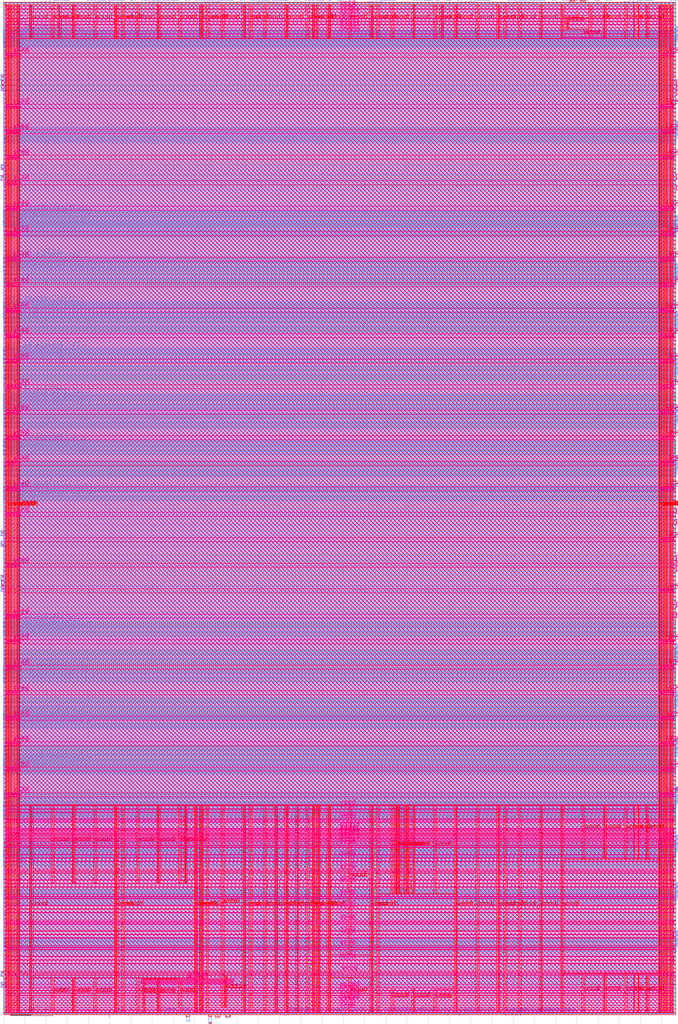
<source format=lef>
VERSION 5.7 ;
  NOWIREEXTENSIONATPIN ON ;
  DIVIDERCHAR "/" ;
  BUSBITCHARS "[]" ;
MACRO caravel_core
  CLASS BLOCK ;
  FOREIGN caravel_core ;
  ORIGIN 0.000 0.000 ;
  SIZE 3165.000 BY 4767.000 ;
  PIN clock_core
    DIRECTION INPUT ;
    USE SIGNAL ;
    PORT
      LAYER met2 ;
        RECT 725.135 -2.000 725.415 4.000 ;
    END
  END clock_core
  PIN flash_clk_frame
    DIRECTION OUTPUT TRISTATE ;
    USE SIGNAL ;
    PORT
      LAYER met2 ;
        RECT 1597.335 -2.000 1597.615 4.000 ;
    END
  END flash_clk_frame
  PIN flash_clk_oeb
    DIRECTION OUTPUT TRISTATE ;
    USE SIGNAL ;
    PORT
      LAYER met2 ;
        RECT 1612.975 -2.000 1613.255 4.000 ;
    END
  END flash_clk_oeb
  PIN flash_csb_frame
    DIRECTION OUTPUT TRISTATE ;
    USE SIGNAL ;
    PORT
      LAYER met2 ;
        RECT 1323.335 -2.000 1323.615 4.000 ;
    END
  END flash_csb_frame
  PIN flash_csb_oeb
    DIRECTION OUTPUT TRISTATE ;
    USE SIGNAL ;
    PORT
      LAYER met2 ;
        RECT 1338.975 -2.000 1339.255 4.000 ;
    END
  END flash_csb_oeb
  PIN flash_io0_di
    DIRECTION INPUT ;
    USE SIGNAL ;
    PORT
      LAYER met2 ;
        RECT 1816.135 -2.000 1816.415 4.000 ;
    END
  END flash_io0_di
  PIN flash_io0_do
    DIRECTION OUTPUT TRISTATE ;
    USE SIGNAL ;
    PORT
      LAYER met2 ;
        RECT 1871.335 -2.000 1871.615 4.000 ;
    END
  END flash_io0_do
  PIN flash_io0_ieb
    DIRECTION OUTPUT TRISTATE ;
    USE SIGNAL ;
    PORT
      LAYER met2 ;
        RECT 1849.715 -2.000 1849.995 4.000 ;
    END
  END flash_io0_ieb
  PIN flash_io0_oeb
    DIRECTION OUTPUT TRISTATE ;
    USE SIGNAL ;
    PORT
      LAYER met2 ;
        RECT 1886.975 -2.000 1887.255 4.000 ;
    END
  END flash_io0_oeb
  PIN flash_io1_di
    DIRECTION INPUT ;
    USE SIGNAL ;
    PORT
      LAYER met2 ;
        RECT 2090.135 -2.000 2090.415 4.000 ;
    END
  END flash_io1_di
  PIN flash_io1_do
    DIRECTION OUTPUT TRISTATE ;
    USE SIGNAL ;
    PORT
      LAYER met2 ;
        RECT 2145.335 -2.000 2145.615 4.000 ;
    END
  END flash_io1_do
  PIN flash_io1_ieb
    DIRECTION OUTPUT TRISTATE ;
    USE SIGNAL ;
    PORT
      LAYER met2 ;
        RECT 2123.715 -2.000 2123.995 4.000 ;
    END
  END flash_io1_ieb
  PIN flash_io1_oeb
    DIRECTION OUTPUT TRISTATE ;
    USE SIGNAL ;
    PORT
      LAYER met2 ;
        RECT 2160.975 -2.000 2161.255 4.000 ;
    END
  END flash_io1_oeb
  PIN gpio_in_core
    DIRECTION INPUT ;
    USE SIGNAL ;
    PORT
      LAYER met2 ;
        RECT 2364.135 -2.000 2364.415 4.000 ;
    END
  END gpio_in_core
  PIN gpio_inenb_core
    DIRECTION OUTPUT TRISTATE ;
    USE SIGNAL ;
    PORT
      LAYER met2 ;
        RECT 2397.715 -2.000 2397.995 4.000 ;
    END
  END gpio_inenb_core
  PIN gpio_mode0_core
    DIRECTION OUTPUT TRISTATE ;
    USE SIGNAL ;
    PORT
      LAYER met2 ;
        RECT 2391.735 -2.000 2392.015 4.000 ;
    END
  END gpio_mode0_core
  PIN gpio_mode1_core
    DIRECTION OUTPUT TRISTATE ;
    USE SIGNAL ;
    PORT
      LAYER met2 ;
        RECT 2413.355 -2.000 2413.635 4.000 ;
    END
  END gpio_mode1_core
  PIN gpio_out_core
    DIRECTION OUTPUT TRISTATE ;
    USE SIGNAL ;
    PORT
      LAYER met2 ;
        RECT 2419.335 -2.000 2419.615 4.000 ;
    END
  END gpio_out_core
  PIN gpio_outenb_core
    DIRECTION OUTPUT TRISTATE ;
    USE SIGNAL ;
    PORT
      LAYER met2 ;
        RECT 2434.975 -2.000 2435.255 4.000 ;
    END
  END gpio_outenb_core
  PIN mprj_analog_io[0]
    DIRECTION INOUT ;
    USE SIGNAL ;
    PORT
      LAYER met3 ;
        RECT 3161.000 2545.395 3167.185 2545.995 ;
    END
  END mprj_analog_io[0]
  PIN mprj_analog_io[10]
    DIRECTION INOUT ;
    USE SIGNAL ;
    PORT
      LAYER met2 ;
        RECT 2215.165 4763.000 2215.445 4768.935 ;
    END
  END mprj_analog_io[10]
  PIN mprj_analog_io[11]
    DIRECTION INOUT ;
    USE SIGNAL ;
    PORT
      LAYER met2 ;
        RECT 1770.165 4763.000 1770.445 4768.935 ;
    END
  END mprj_analog_io[11]
  PIN mprj_analog_io[12]
    DIRECTION INOUT ;
    USE SIGNAL ;
    PORT
      LAYER met2 ;
        RECT 1261.165 4763.000 1261.445 4768.935 ;
    END
  END mprj_analog_io[12]
  PIN mprj_analog_io[13]
    DIRECTION INOUT ;
    USE SIGNAL ;
    PORT
      LAYER met2 ;
        RECT 1003.165 4763.000 1003.445 4768.935 ;
    END
  END mprj_analog_io[13]
  PIN mprj_analog_io[14]
    DIRECTION INOUT ;
    USE SIGNAL ;
    PORT
      LAYER met2 ;
        RECT 746.165 4763.000 746.445 4768.935 ;
    END
  END mprj_analog_io[14]
  PIN mprj_analog_io[15]
    DIRECTION INOUT ;
    USE SIGNAL ;
    PORT
      LAYER met2 ;
        RECT 489.165 4763.000 489.445 4768.935 ;
    END
  END mprj_analog_io[15]
  PIN mprj_analog_io[16]
    DIRECTION INOUT ;
    USE SIGNAL ;
    PORT
      LAYER met2 ;
        RECT 232.165 4763.000 232.445 4768.935 ;
    END
  END mprj_analog_io[16]
  PIN mprj_analog_io[17]
    DIRECTION INOUT ;
    USE SIGNAL ;
    PORT
      LAYER met3 ;
        RECT -2.185 4623.005 4.000 4623.605 ;
    END
  END mprj_analog_io[17]
  PIN mprj_analog_io[18]
    DIRECTION INOUT ;
    USE SIGNAL ;
    PORT
      LAYER met3 ;
        RECT -2.185 3774.005 4.000 3774.605 ;
    END
  END mprj_analog_io[18]
  PIN mprj_analog_io[19]
    DIRECTION INOUT ;
    USE SIGNAL ;
    PORT
      LAYER met3 ;
        RECT -2.185 3558.005 4.000 3558.605 ;
    END
  END mprj_analog_io[19]
  PIN mprj_analog_io[1]
    DIRECTION INOUT ;
    USE SIGNAL ;
    PORT
      LAYER met3 ;
        RECT 3161.000 2771.395 3167.185 2771.995 ;
    END
  END mprj_analog_io[1]
  PIN mprj_analog_io[20]
    DIRECTION INOUT ;
    USE SIGNAL ;
    PORT
      LAYER met3 ;
        RECT -2.185 3342.005 4.000 3342.605 ;
    END
  END mprj_analog_io[20]
  PIN mprj_analog_io[21]
    DIRECTION INOUT ;
    USE SIGNAL ;
    PORT
      LAYER met3 ;
        RECT -2.185 3126.005 4.000 3126.605 ;
    END
  END mprj_analog_io[21]
  PIN mprj_analog_io[22]
    DIRECTION INOUT ;
    USE SIGNAL ;
    PORT
      LAYER met3 ;
        RECT -2.185 2910.005 4.000 2910.605 ;
    END
  END mprj_analog_io[22]
  PIN mprj_analog_io[23]
    DIRECTION INOUT ;
    USE SIGNAL ;
    PORT
      LAYER met3 ;
        RECT -2.185 2694.005 4.000 2694.605 ;
    END
  END mprj_analog_io[23]
  PIN mprj_analog_io[24]
    DIRECTION INOUT ;
    USE SIGNAL ;
    PORT
      LAYER met3 ;
        RECT -2.185 2478.005 4.000 2478.605 ;
    END
  END mprj_analog_io[24]
  PIN mprj_analog_io[25]
    DIRECTION INOUT ;
    USE SIGNAL ;
    PORT
      LAYER met3 ;
        RECT -2.185 1840.005 4.000 1840.605 ;
    END
  END mprj_analog_io[25]
  PIN mprj_analog_io[26]
    DIRECTION INOUT ;
    USE SIGNAL ;
    PORT
      LAYER met3 ;
        RECT -2.185 1624.005 4.000 1624.605 ;
    END
  END mprj_analog_io[26]
  PIN mprj_analog_io[27]
    DIRECTION INOUT ;
    USE SIGNAL ;
    PORT
      LAYER met3 ;
        RECT -2.185 1408.005 4.000 1408.605 ;
    END
  END mprj_analog_io[27]
  PIN mprj_analog_io[28]
    DIRECTION INOUT ;
    USE SIGNAL ;
    PORT
      LAYER met3 ;
        RECT -2.185 1192.005 4.000 1192.605 ;
    END
  END mprj_analog_io[28]
  PIN mprj_analog_io[2]
    DIRECTION INOUT ;
    USE SIGNAL ;
    PORT
      LAYER met3 ;
        RECT 3161.000 2996.395 3167.185 2996.995 ;
    END
  END mprj_analog_io[2]
  PIN mprj_analog_io[3]
    DIRECTION INOUT ;
    USE SIGNAL ;
    PORT
      LAYER met3 ;
        RECT 3161.000 3222.395 3167.185 3222.995 ;
    END
  END mprj_analog_io[3]
  PIN mprj_analog_io[4]
    DIRECTION INOUT ;
    USE SIGNAL ;
    PORT
      LAYER met3 ;
        RECT 3161.000 3447.395 3167.185 3447.995 ;
    END
  END mprj_analog_io[4]
  PIN mprj_analog_io[5]
    DIRECTION INOUT ;
    USE SIGNAL ;
    PORT
      LAYER met3 ;
        RECT 3161.000 3672.395 3167.185 3672.995 ;
    END
  END mprj_analog_io[5]
  PIN mprj_analog_io[6]
    DIRECTION INOUT ;
    USE SIGNAL ;
    PORT
      LAYER met3 ;
        RECT 3161.000 4118.395 3167.185 4118.995 ;
    END
  END mprj_analog_io[6]
  PIN mprj_analog_io[7]
    DIRECTION INOUT ;
    USE SIGNAL ;
    PORT
      LAYER met3 ;
        RECT 3161.000 4564.395 3167.185 4564.995 ;
    END
  END mprj_analog_io[7]
  PIN mprj_analog_io[8]
    DIRECTION INOUT ;
    USE SIGNAL ;
    PORT
      LAYER met2 ;
        RECT 2981.165 4763.000 2981.445 4768.935 ;
    END
  END mprj_analog_io[8]
  PIN mprj_analog_io[9]
    DIRECTION INOUT ;
    USE SIGNAL ;
    PORT
      LAYER met2 ;
        RECT 2472.165 4763.000 2472.445 4768.935 ;
    END
  END mprj_analog_io[9]
  PIN mprj_io_analog_en[0]
    DIRECTION OUTPUT TRISTATE ;
    USE SIGNAL ;
    PORT
      LAYER met3 ;
        RECT 3161.000 318.355 3167.185 318.955 ;
    END
  END mprj_io_analog_en[0]
  PIN mprj_io_analog_en[10]
    DIRECTION OUTPUT TRISTATE ;
    USE SIGNAL ;
    PORT
      LAYER met3 ;
        RECT 3161.000 3234.355 3167.185 3234.955 ;
    END
  END mprj_io_analog_en[10]
  PIN mprj_io_analog_en[11]
    DIRECTION OUTPUT TRISTATE ;
    USE SIGNAL ;
    PORT
      LAYER met3 ;
        RECT 3161.000 3459.355 3167.185 3459.955 ;
    END
  END mprj_io_analog_en[11]
  PIN mprj_io_analog_en[12]
    DIRECTION OUTPUT TRISTATE ;
    USE SIGNAL ;
    PORT
      LAYER met3 ;
        RECT 3161.000 3684.355 3167.185 3684.955 ;
    END
  END mprj_io_analog_en[12]
  PIN mprj_io_analog_en[13]
    DIRECTION OUTPUT TRISTATE ;
    USE SIGNAL ;
    PORT
      LAYER met3 ;
        RECT 3161.000 4130.355 3167.185 4130.955 ;
    END
  END mprj_io_analog_en[13]
  PIN mprj_io_analog_en[14]
    DIRECTION OUTPUT TRISTATE ;
    USE SIGNAL ;
    PORT
      LAYER met3 ;
        RECT 3161.000 4576.355 3167.185 4576.955 ;
    END
  END mprj_io_analog_en[14]
  PIN mprj_io_analog_en[15]
    DIRECTION OUTPUT TRISTATE ;
    USE SIGNAL ;
    PORT
      LAYER met2 ;
        RECT 2969.205 4763.000 2969.485 4768.935 ;
    END
  END mprj_io_analog_en[15]
  PIN mprj_io_analog_en[16]
    DIRECTION OUTPUT TRISTATE ;
    USE SIGNAL ;
    PORT
      LAYER met2 ;
        RECT 2460.205 4763.000 2460.485 4768.935 ;
    END
  END mprj_io_analog_en[16]
  PIN mprj_io_analog_en[17]
    DIRECTION OUTPUT TRISTATE ;
    USE SIGNAL ;
    PORT
      LAYER met2 ;
        RECT 2203.205 4763.000 2203.485 4768.935 ;
    END
  END mprj_io_analog_en[17]
  PIN mprj_io_analog_en[18]
    DIRECTION OUTPUT TRISTATE ;
    USE SIGNAL ;
    PORT
      LAYER met2 ;
        RECT 1758.205 4763.000 1758.485 4768.935 ;
    END
  END mprj_io_analog_en[18]
  PIN mprj_io_analog_en[19]
    DIRECTION OUTPUT TRISTATE ;
    USE SIGNAL ;
    PORT
      LAYER met2 ;
        RECT 1249.205 4763.000 1249.485 4768.935 ;
    END
  END mprj_io_analog_en[19]
  PIN mprj_io_analog_en[1]
    DIRECTION OUTPUT TRISTATE ;
    USE SIGNAL ;
    PORT
      LAYER met3 ;
        RECT 3161.000 544.355 3167.185 544.955 ;
    END
  END mprj_io_analog_en[1]
  PIN mprj_io_analog_en[20]
    DIRECTION OUTPUT TRISTATE ;
    USE SIGNAL ;
    PORT
      LAYER met2 ;
        RECT 991.205 4763.000 991.485 4768.935 ;
    END
  END mprj_io_analog_en[20]
  PIN mprj_io_analog_en[21]
    DIRECTION OUTPUT TRISTATE ;
    USE SIGNAL ;
    PORT
      LAYER met2 ;
        RECT 734.205 4763.000 734.485 4768.935 ;
    END
  END mprj_io_analog_en[21]
  PIN mprj_io_analog_en[22]
    DIRECTION OUTPUT TRISTATE ;
    USE SIGNAL ;
    PORT
      LAYER met2 ;
        RECT 477.205 4763.000 477.485 4768.935 ;
    END
  END mprj_io_analog_en[22]
  PIN mprj_io_analog_en[23]
    DIRECTION OUTPUT TRISTATE ;
    USE SIGNAL ;
    PORT
      LAYER met2 ;
        RECT 220.205 4763.000 220.485 4768.935 ;
    END
  END mprj_io_analog_en[23]
  PIN mprj_io_analog_en[24]
    DIRECTION OUTPUT TRISTATE ;
    USE SIGNAL ;
    PORT
      LAYER met3 ;
        RECT -2.185 4611.045 4.000 4611.645 ;
    END
  END mprj_io_analog_en[24]
  PIN mprj_io_analog_en[25]
    DIRECTION OUTPUT TRISTATE ;
    USE SIGNAL ;
    PORT
      LAYER met3 ;
        RECT -2.185 3762.045 4.000 3762.645 ;
    END
  END mprj_io_analog_en[25]
  PIN mprj_io_analog_en[26]
    DIRECTION OUTPUT TRISTATE ;
    USE SIGNAL ;
    PORT
      LAYER met3 ;
        RECT -2.185 3546.045 4.000 3546.645 ;
    END
  END mprj_io_analog_en[26]
  PIN mprj_io_analog_en[27]
    DIRECTION OUTPUT TRISTATE ;
    USE SIGNAL ;
    PORT
      LAYER met3 ;
        RECT -2.185 3330.045 4.000 3330.645 ;
    END
  END mprj_io_analog_en[27]
  PIN mprj_io_analog_en[28]
    DIRECTION OUTPUT TRISTATE ;
    USE SIGNAL ;
    PORT
      LAYER met3 ;
        RECT -2.185 3114.045 4.000 3114.645 ;
    END
  END mprj_io_analog_en[28]
  PIN mprj_io_analog_en[29]
    DIRECTION OUTPUT TRISTATE ;
    USE SIGNAL ;
    PORT
      LAYER met3 ;
        RECT -2.185 2898.045 4.000 2898.645 ;
    END
  END mprj_io_analog_en[29]
  PIN mprj_io_analog_en[2]
    DIRECTION OUTPUT TRISTATE ;
    USE SIGNAL ;
    PORT
      LAYER met3 ;
        RECT 3161.000 769.355 3167.185 769.955 ;
    END
  END mprj_io_analog_en[2]
  PIN mprj_io_analog_en[30]
    DIRECTION OUTPUT TRISTATE ;
    USE SIGNAL ;
    PORT
      LAYER met3 ;
        RECT -2.185 2682.045 4.000 2682.645 ;
    END
  END mprj_io_analog_en[30]
  PIN mprj_io_analog_en[31]
    DIRECTION OUTPUT TRISTATE ;
    USE SIGNAL ;
    PORT
      LAYER met3 ;
        RECT -2.185 2466.045 4.000 2466.645 ;
    END
  END mprj_io_analog_en[31]
  PIN mprj_io_analog_en[32]
    DIRECTION OUTPUT TRISTATE ;
    USE SIGNAL ;
    PORT
      LAYER met3 ;
        RECT -2.185 1828.045 4.000 1828.645 ;
    END
  END mprj_io_analog_en[32]
  PIN mprj_io_analog_en[33]
    DIRECTION OUTPUT TRISTATE ;
    USE SIGNAL ;
    PORT
      LAYER met3 ;
        RECT -2.185 1612.045 4.000 1612.645 ;
    END
  END mprj_io_analog_en[33]
  PIN mprj_io_analog_en[34]
    DIRECTION OUTPUT TRISTATE ;
    USE SIGNAL ;
    PORT
      LAYER met3 ;
        RECT -2.185 1396.045 4.000 1396.645 ;
    END
  END mprj_io_analog_en[34]
  PIN mprj_io_analog_en[35]
    DIRECTION OUTPUT TRISTATE ;
    USE SIGNAL ;
    PORT
      LAYER met3 ;
        RECT -2.185 1180.045 4.000 1180.645 ;
    END
  END mprj_io_analog_en[35]
  PIN mprj_io_analog_en[36]
    DIRECTION OUTPUT TRISTATE ;
    USE SIGNAL ;
    PORT
      LAYER met3 ;
        RECT -2.185 964.045 4.000 964.645 ;
    END
  END mprj_io_analog_en[36]
  PIN mprj_io_analog_en[37]
    DIRECTION OUTPUT TRISTATE ;
    USE SIGNAL ;
    PORT
      LAYER met3 ;
        RECT -2.185 748.045 4.000 748.645 ;
    END
  END mprj_io_analog_en[37]
  PIN mprj_io_analog_en[3]
    DIRECTION OUTPUT TRISTATE ;
    USE SIGNAL ;
    PORT
      LAYER met3 ;
        RECT 3161.000 995.355 3167.185 995.955 ;
    END
  END mprj_io_analog_en[3]
  PIN mprj_io_analog_en[4]
    DIRECTION OUTPUT TRISTATE ;
    USE SIGNAL ;
    PORT
      LAYER met3 ;
        RECT 3161.000 1220.355 3167.185 1220.955 ;
    END
  END mprj_io_analog_en[4]
  PIN mprj_io_analog_en[5]
    DIRECTION OUTPUT TRISTATE ;
    USE SIGNAL ;
    PORT
      LAYER met3 ;
        RECT 3161.000 1445.355 3167.185 1445.955 ;
    END
  END mprj_io_analog_en[5]
  PIN mprj_io_analog_en[6]
    DIRECTION OUTPUT TRISTATE ;
    USE SIGNAL ;
    PORT
      LAYER met3 ;
        RECT 3161.000 1671.355 3167.185 1671.955 ;
    END
  END mprj_io_analog_en[6]
  PIN mprj_io_analog_en[7]
    DIRECTION OUTPUT TRISTATE ;
    USE SIGNAL ;
    PORT
      LAYER met3 ;
        RECT 3161.000 2557.355 3167.185 2557.955 ;
    END
  END mprj_io_analog_en[7]
  PIN mprj_io_analog_en[8]
    DIRECTION OUTPUT TRISTATE ;
    USE SIGNAL ;
    PORT
      LAYER met3 ;
        RECT 3161.000 2783.355 3167.185 2783.955 ;
    END
  END mprj_io_analog_en[8]
  PIN mprj_io_analog_en[9]
    DIRECTION OUTPUT TRISTATE ;
    USE SIGNAL ;
    PORT
      LAYER met3 ;
        RECT 3161.000 3008.355 3167.185 3008.955 ;
    END
  END mprj_io_analog_en[9]
  PIN mprj_io_analog_pol[0]
    DIRECTION OUTPUT TRISTATE ;
    USE SIGNAL ;
    PORT
      LAYER met3 ;
        RECT 3161.000 324.795 3167.185 325.395 ;
    END
  END mprj_io_analog_pol[0]
  PIN mprj_io_analog_pol[10]
    DIRECTION OUTPUT TRISTATE ;
    USE SIGNAL ;
    PORT
      LAYER met3 ;
        RECT 3161.000 3240.795 3167.185 3241.395 ;
    END
  END mprj_io_analog_pol[10]
  PIN mprj_io_analog_pol[11]
    DIRECTION OUTPUT TRISTATE ;
    USE SIGNAL ;
    PORT
      LAYER met3 ;
        RECT 3161.000 3465.795 3167.185 3466.395 ;
    END
  END mprj_io_analog_pol[11]
  PIN mprj_io_analog_pol[12]
    DIRECTION OUTPUT TRISTATE ;
    USE SIGNAL ;
    PORT
      LAYER met3 ;
        RECT 3161.000 3690.795 3167.185 3691.395 ;
    END
  END mprj_io_analog_pol[12]
  PIN mprj_io_analog_pol[13]
    DIRECTION OUTPUT TRISTATE ;
    USE SIGNAL ;
    PORT
      LAYER met3 ;
        RECT 3161.000 4136.795 3167.185 4137.395 ;
    END
  END mprj_io_analog_pol[13]
  PIN mprj_io_analog_pol[14]
    DIRECTION OUTPUT TRISTATE ;
    USE SIGNAL ;
    PORT
      LAYER met3 ;
        RECT 3161.000 4582.795 3167.185 4583.395 ;
    END
  END mprj_io_analog_pol[14]
  PIN mprj_io_analog_pol[15]
    DIRECTION OUTPUT TRISTATE ;
    USE SIGNAL ;
    PORT
      LAYER met2 ;
        RECT 2962.765 4763.000 2963.045 4768.935 ;
    END
  END mprj_io_analog_pol[15]
  PIN mprj_io_analog_pol[16]
    DIRECTION OUTPUT TRISTATE ;
    USE SIGNAL ;
    PORT
      LAYER met2 ;
        RECT 2453.765 4763.000 2454.045 4768.935 ;
    END
  END mprj_io_analog_pol[16]
  PIN mprj_io_analog_pol[17]
    DIRECTION OUTPUT TRISTATE ;
    USE SIGNAL ;
    PORT
      LAYER met2 ;
        RECT 2196.765 4763.000 2197.045 4768.935 ;
    END
  END mprj_io_analog_pol[17]
  PIN mprj_io_analog_pol[18]
    DIRECTION OUTPUT TRISTATE ;
    USE SIGNAL ;
    PORT
      LAYER met2 ;
        RECT 1751.765 4763.000 1752.045 4768.935 ;
    END
  END mprj_io_analog_pol[18]
  PIN mprj_io_analog_pol[19]
    DIRECTION OUTPUT TRISTATE ;
    USE SIGNAL ;
    PORT
      LAYER met2 ;
        RECT 1242.765 4763.000 1243.045 4768.935 ;
    END
  END mprj_io_analog_pol[19]
  PIN mprj_io_analog_pol[1]
    DIRECTION OUTPUT TRISTATE ;
    USE SIGNAL ;
    PORT
      LAYER met3 ;
        RECT 3161.000 550.795 3167.185 551.395 ;
    END
  END mprj_io_analog_pol[1]
  PIN mprj_io_analog_pol[20]
    DIRECTION OUTPUT TRISTATE ;
    USE SIGNAL ;
    PORT
      LAYER met2 ;
        RECT 984.765 4763.000 985.045 4768.935 ;
    END
  END mprj_io_analog_pol[20]
  PIN mprj_io_analog_pol[21]
    DIRECTION OUTPUT TRISTATE ;
    USE SIGNAL ;
    PORT
      LAYER met2 ;
        RECT 727.765 4763.000 728.045 4768.935 ;
    END
  END mprj_io_analog_pol[21]
  PIN mprj_io_analog_pol[22]
    DIRECTION OUTPUT TRISTATE ;
    USE SIGNAL ;
    PORT
      LAYER met2 ;
        RECT 470.765 4763.000 471.045 4768.935 ;
    END
  END mprj_io_analog_pol[22]
  PIN mprj_io_analog_pol[23]
    DIRECTION OUTPUT TRISTATE ;
    USE SIGNAL ;
    PORT
      LAYER met2 ;
        RECT 213.765 4763.000 214.045 4768.935 ;
    END
  END mprj_io_analog_pol[23]
  PIN mprj_io_analog_pol[24]
    DIRECTION OUTPUT TRISTATE ;
    USE SIGNAL ;
    PORT
      LAYER met3 ;
        RECT -2.185 4604.605 4.000 4605.205 ;
    END
  END mprj_io_analog_pol[24]
  PIN mprj_io_analog_pol[25]
    DIRECTION OUTPUT TRISTATE ;
    USE SIGNAL ;
    PORT
      LAYER met3 ;
        RECT -2.185 3755.605 4.000 3756.205 ;
    END
  END mprj_io_analog_pol[25]
  PIN mprj_io_analog_pol[26]
    DIRECTION OUTPUT TRISTATE ;
    USE SIGNAL ;
    PORT
      LAYER met3 ;
        RECT -2.185 3539.605 4.000 3540.205 ;
    END
  END mprj_io_analog_pol[26]
  PIN mprj_io_analog_pol[27]
    DIRECTION OUTPUT TRISTATE ;
    USE SIGNAL ;
    PORT
      LAYER met3 ;
        RECT -2.185 3323.605 4.000 3324.205 ;
    END
  END mprj_io_analog_pol[27]
  PIN mprj_io_analog_pol[28]
    DIRECTION OUTPUT TRISTATE ;
    USE SIGNAL ;
    PORT
      LAYER met3 ;
        RECT -2.185 3107.605 4.000 3108.205 ;
    END
  END mprj_io_analog_pol[28]
  PIN mprj_io_analog_pol[29]
    DIRECTION OUTPUT TRISTATE ;
    USE SIGNAL ;
    PORT
      LAYER met3 ;
        RECT -2.185 2891.605 4.000 2892.205 ;
    END
  END mprj_io_analog_pol[29]
  PIN mprj_io_analog_pol[2]
    DIRECTION OUTPUT TRISTATE ;
    USE SIGNAL ;
    PORT
      LAYER met3 ;
        RECT 3161.000 775.795 3167.185 776.395 ;
    END
  END mprj_io_analog_pol[2]
  PIN mprj_io_analog_pol[30]
    DIRECTION OUTPUT TRISTATE ;
    USE SIGNAL ;
    PORT
      LAYER met3 ;
        RECT -2.185 2675.605 4.000 2676.205 ;
    END
  END mprj_io_analog_pol[30]
  PIN mprj_io_analog_pol[31]
    DIRECTION OUTPUT TRISTATE ;
    USE SIGNAL ;
    PORT
      LAYER met3 ;
        RECT -2.185 2459.605 4.000 2460.205 ;
    END
  END mprj_io_analog_pol[31]
  PIN mprj_io_analog_pol[32]
    DIRECTION OUTPUT TRISTATE ;
    USE SIGNAL ;
    PORT
      LAYER met3 ;
        RECT -2.185 1821.605 4.000 1822.205 ;
    END
  END mprj_io_analog_pol[32]
  PIN mprj_io_analog_pol[33]
    DIRECTION OUTPUT TRISTATE ;
    USE SIGNAL ;
    PORT
      LAYER met3 ;
        RECT -2.185 1605.605 4.000 1606.205 ;
    END
  END mprj_io_analog_pol[33]
  PIN mprj_io_analog_pol[34]
    DIRECTION OUTPUT TRISTATE ;
    USE SIGNAL ;
    PORT
      LAYER met3 ;
        RECT -2.185 1389.605 4.000 1390.205 ;
    END
  END mprj_io_analog_pol[34]
  PIN mprj_io_analog_pol[35]
    DIRECTION OUTPUT TRISTATE ;
    USE SIGNAL ;
    PORT
      LAYER met3 ;
        RECT -2.185 1173.605 4.000 1174.205 ;
    END
  END mprj_io_analog_pol[35]
  PIN mprj_io_analog_pol[36]
    DIRECTION OUTPUT TRISTATE ;
    USE SIGNAL ;
    PORT
      LAYER met3 ;
        RECT -2.185 957.605 4.000 958.205 ;
    END
  END mprj_io_analog_pol[36]
  PIN mprj_io_analog_pol[37]
    DIRECTION OUTPUT TRISTATE ;
    USE SIGNAL ;
    PORT
      LAYER met3 ;
        RECT -2.185 741.605 4.000 742.205 ;
    END
  END mprj_io_analog_pol[37]
  PIN mprj_io_analog_pol[3]
    DIRECTION OUTPUT TRISTATE ;
    USE SIGNAL ;
    PORT
      LAYER met3 ;
        RECT 3161.000 1001.795 3167.185 1002.395 ;
    END
  END mprj_io_analog_pol[3]
  PIN mprj_io_analog_pol[4]
    DIRECTION OUTPUT TRISTATE ;
    USE SIGNAL ;
    PORT
      LAYER met3 ;
        RECT 3161.000 1226.795 3167.185 1227.395 ;
    END
  END mprj_io_analog_pol[4]
  PIN mprj_io_analog_pol[5]
    DIRECTION OUTPUT TRISTATE ;
    USE SIGNAL ;
    PORT
      LAYER met3 ;
        RECT 3161.000 1451.795 3167.185 1452.395 ;
    END
  END mprj_io_analog_pol[5]
  PIN mprj_io_analog_pol[6]
    DIRECTION OUTPUT TRISTATE ;
    USE SIGNAL ;
    PORT
      LAYER met3 ;
        RECT 3161.000 1677.795 3167.185 1678.395 ;
    END
  END mprj_io_analog_pol[6]
  PIN mprj_io_analog_pol[7]
    DIRECTION OUTPUT TRISTATE ;
    USE SIGNAL ;
    PORT
      LAYER met3 ;
        RECT 3161.000 2563.795 3167.185 2564.395 ;
    END
  END mprj_io_analog_pol[7]
  PIN mprj_io_analog_pol[8]
    DIRECTION OUTPUT TRISTATE ;
    USE SIGNAL ;
    PORT
      LAYER met3 ;
        RECT 3161.000 2789.795 3167.185 2790.395 ;
    END
  END mprj_io_analog_pol[8]
  PIN mprj_io_analog_pol[9]
    DIRECTION OUTPUT TRISTATE ;
    USE SIGNAL ;
    PORT
      LAYER met3 ;
        RECT 3161.000 3014.795 3167.185 3015.395 ;
    END
  END mprj_io_analog_pol[9]
  PIN mprj_io_analog_sel[0]
    DIRECTION OUTPUT TRISTATE ;
    USE SIGNAL ;
    PORT
      LAYER met3 ;
        RECT 3161.000 339.975 3167.185 340.575 ;
    END
  END mprj_io_analog_sel[0]
  PIN mprj_io_analog_sel[10]
    DIRECTION OUTPUT TRISTATE ;
    USE SIGNAL ;
    PORT
      LAYER met3 ;
        RECT 3161.000 3255.975 3167.185 3256.575 ;
    END
  END mprj_io_analog_sel[10]
  PIN mprj_io_analog_sel[11]
    DIRECTION OUTPUT TRISTATE ;
    USE SIGNAL ;
    PORT
      LAYER met3 ;
        RECT 3161.000 3480.975 3167.185 3481.575 ;
    END
  END mprj_io_analog_sel[11]
  PIN mprj_io_analog_sel[12]
    DIRECTION OUTPUT TRISTATE ;
    USE SIGNAL ;
    PORT
      LAYER met3 ;
        RECT 3161.000 3705.975 3167.185 3706.575 ;
    END
  END mprj_io_analog_sel[12]
  PIN mprj_io_analog_sel[13]
    DIRECTION OUTPUT TRISTATE ;
    USE SIGNAL ;
    PORT
      LAYER met3 ;
        RECT 3161.000 4151.975 3167.185 4152.575 ;
    END
  END mprj_io_analog_sel[13]
  PIN mprj_io_analog_sel[14]
    DIRECTION OUTPUT TRISTATE ;
    USE SIGNAL ;
    PORT
      LAYER met3 ;
        RECT 3161.000 4597.975 3167.185 4598.575 ;
    END
  END mprj_io_analog_sel[14]
  PIN mprj_io_analog_sel[15]
    DIRECTION OUTPUT TRISTATE ;
    USE SIGNAL ;
    PORT
      LAYER met2 ;
        RECT 2947.585 4763.000 2947.865 4768.935 ;
    END
  END mprj_io_analog_sel[15]
  PIN mprj_io_analog_sel[16]
    DIRECTION OUTPUT TRISTATE ;
    USE SIGNAL ;
    PORT
      LAYER met2 ;
        RECT 2438.585 4763.000 2438.865 4768.935 ;
    END
  END mprj_io_analog_sel[16]
  PIN mprj_io_analog_sel[17]
    DIRECTION OUTPUT TRISTATE ;
    USE SIGNAL ;
    PORT
      LAYER met2 ;
        RECT 2181.585 4763.000 2181.865 4768.935 ;
    END
  END mprj_io_analog_sel[17]
  PIN mprj_io_analog_sel[18]
    DIRECTION OUTPUT TRISTATE ;
    USE SIGNAL ;
    PORT
      LAYER met2 ;
        RECT 1736.585 4763.000 1736.865 4768.935 ;
    END
  END mprj_io_analog_sel[18]
  PIN mprj_io_analog_sel[19]
    DIRECTION OUTPUT TRISTATE ;
    USE SIGNAL ;
    PORT
      LAYER met2 ;
        RECT 1227.585 4763.000 1227.865 4768.935 ;
    END
  END mprj_io_analog_sel[19]
  PIN mprj_io_analog_sel[1]
    DIRECTION OUTPUT TRISTATE ;
    USE SIGNAL ;
    PORT
      LAYER met3 ;
        RECT 3161.000 565.975 3167.185 566.575 ;
    END
  END mprj_io_analog_sel[1]
  PIN mprj_io_analog_sel[20]
    DIRECTION OUTPUT TRISTATE ;
    USE SIGNAL ;
    PORT
      LAYER met2 ;
        RECT 969.585 4763.000 969.865 4768.935 ;
    END
  END mprj_io_analog_sel[20]
  PIN mprj_io_analog_sel[21]
    DIRECTION OUTPUT TRISTATE ;
    USE SIGNAL ;
    PORT
      LAYER met2 ;
        RECT 712.585 4763.000 712.865 4768.935 ;
    END
  END mprj_io_analog_sel[21]
  PIN mprj_io_analog_sel[22]
    DIRECTION OUTPUT TRISTATE ;
    USE SIGNAL ;
    PORT
      LAYER met2 ;
        RECT 455.585 4763.000 455.865 4768.935 ;
    END
  END mprj_io_analog_sel[22]
  PIN mprj_io_analog_sel[23]
    DIRECTION OUTPUT TRISTATE ;
    USE SIGNAL ;
    PORT
      LAYER met2 ;
        RECT 198.585 4763.000 198.865 4768.935 ;
    END
  END mprj_io_analog_sel[23]
  PIN mprj_io_analog_sel[24]
    DIRECTION OUTPUT TRISTATE ;
    USE SIGNAL ;
    PORT
      LAYER met3 ;
        RECT -2.185 4589.425 4.000 4590.025 ;
    END
  END mprj_io_analog_sel[24]
  PIN mprj_io_analog_sel[25]
    DIRECTION OUTPUT TRISTATE ;
    USE SIGNAL ;
    PORT
      LAYER met3 ;
        RECT -2.185 3740.425 4.000 3741.025 ;
    END
  END mprj_io_analog_sel[25]
  PIN mprj_io_analog_sel[26]
    DIRECTION OUTPUT TRISTATE ;
    USE SIGNAL ;
    PORT
      LAYER met3 ;
        RECT -2.185 3524.425 4.000 3525.025 ;
    END
  END mprj_io_analog_sel[26]
  PIN mprj_io_analog_sel[27]
    DIRECTION OUTPUT TRISTATE ;
    USE SIGNAL ;
    PORT
      LAYER met3 ;
        RECT -2.185 3308.425 4.000 3309.025 ;
    END
  END mprj_io_analog_sel[27]
  PIN mprj_io_analog_sel[28]
    DIRECTION OUTPUT TRISTATE ;
    USE SIGNAL ;
    PORT
      LAYER met3 ;
        RECT -2.185 3092.425 4.000 3093.025 ;
    END
  END mprj_io_analog_sel[28]
  PIN mprj_io_analog_sel[29]
    DIRECTION OUTPUT TRISTATE ;
    USE SIGNAL ;
    PORT
      LAYER met3 ;
        RECT -2.185 2876.425 4.000 2877.025 ;
    END
  END mprj_io_analog_sel[29]
  PIN mprj_io_analog_sel[2]
    DIRECTION OUTPUT TRISTATE ;
    USE SIGNAL ;
    PORT
      LAYER met3 ;
        RECT 3161.000 790.975 3167.185 791.575 ;
    END
  END mprj_io_analog_sel[2]
  PIN mprj_io_analog_sel[30]
    DIRECTION OUTPUT TRISTATE ;
    USE SIGNAL ;
    PORT
      LAYER met3 ;
        RECT -2.185 2660.425 4.000 2661.025 ;
    END
  END mprj_io_analog_sel[30]
  PIN mprj_io_analog_sel[31]
    DIRECTION OUTPUT TRISTATE ;
    USE SIGNAL ;
    PORT
      LAYER met3 ;
        RECT -2.185 2444.425 4.000 2445.025 ;
    END
  END mprj_io_analog_sel[31]
  PIN mprj_io_analog_sel[32]
    DIRECTION OUTPUT TRISTATE ;
    USE SIGNAL ;
    PORT
      LAYER met3 ;
        RECT -2.185 1806.425 4.000 1807.025 ;
    END
  END mprj_io_analog_sel[32]
  PIN mprj_io_analog_sel[33]
    DIRECTION OUTPUT TRISTATE ;
    USE SIGNAL ;
    PORT
      LAYER met3 ;
        RECT -2.185 1590.425 4.000 1591.025 ;
    END
  END mprj_io_analog_sel[33]
  PIN mprj_io_analog_sel[34]
    DIRECTION OUTPUT TRISTATE ;
    USE SIGNAL ;
    PORT
      LAYER met3 ;
        RECT -2.185 1374.425 4.000 1375.025 ;
    END
  END mprj_io_analog_sel[34]
  PIN mprj_io_analog_sel[35]
    DIRECTION OUTPUT TRISTATE ;
    USE SIGNAL ;
    PORT
      LAYER met3 ;
        RECT -2.185 1158.425 4.000 1159.025 ;
    END
  END mprj_io_analog_sel[35]
  PIN mprj_io_analog_sel[36]
    DIRECTION OUTPUT TRISTATE ;
    USE SIGNAL ;
    PORT
      LAYER met3 ;
        RECT -2.185 942.425 4.000 943.025 ;
    END
  END mprj_io_analog_sel[36]
  PIN mprj_io_analog_sel[37]
    DIRECTION OUTPUT TRISTATE ;
    USE SIGNAL ;
    PORT
      LAYER met3 ;
        RECT -2.185 726.425 4.000 727.025 ;
    END
  END mprj_io_analog_sel[37]
  PIN mprj_io_analog_sel[3]
    DIRECTION OUTPUT TRISTATE ;
    USE SIGNAL ;
    PORT
      LAYER met3 ;
        RECT 3161.000 1016.975 3167.185 1017.575 ;
    END
  END mprj_io_analog_sel[3]
  PIN mprj_io_analog_sel[4]
    DIRECTION OUTPUT TRISTATE ;
    USE SIGNAL ;
    PORT
      LAYER met3 ;
        RECT 3161.000 1241.975 3167.185 1242.575 ;
    END
  END mprj_io_analog_sel[4]
  PIN mprj_io_analog_sel[5]
    DIRECTION OUTPUT TRISTATE ;
    USE SIGNAL ;
    PORT
      LAYER met3 ;
        RECT 3161.000 1466.975 3167.185 1467.575 ;
    END
  END mprj_io_analog_sel[5]
  PIN mprj_io_analog_sel[6]
    DIRECTION OUTPUT TRISTATE ;
    USE SIGNAL ;
    PORT
      LAYER met3 ;
        RECT 3161.000 1692.975 3167.185 1693.575 ;
    END
  END mprj_io_analog_sel[6]
  PIN mprj_io_analog_sel[7]
    DIRECTION OUTPUT TRISTATE ;
    USE SIGNAL ;
    PORT
      LAYER met3 ;
        RECT 3161.000 2578.975 3167.185 2579.575 ;
    END
  END mprj_io_analog_sel[7]
  PIN mprj_io_analog_sel[8]
    DIRECTION OUTPUT TRISTATE ;
    USE SIGNAL ;
    PORT
      LAYER met3 ;
        RECT 3161.000 2804.975 3167.185 2805.575 ;
    END
  END mprj_io_analog_sel[8]
  PIN mprj_io_analog_sel[9]
    DIRECTION OUTPUT TRISTATE ;
    USE SIGNAL ;
    PORT
      LAYER met3 ;
        RECT 3161.000 3029.975 3167.185 3030.575 ;
    END
  END mprj_io_analog_sel[9]
  PIN mprj_io_dm[0]
    DIRECTION OUTPUT TRISTATE ;
    USE SIGNAL ;
    PORT
      LAYER met3 ;
        RECT 3161.000 321.575 3167.185 322.175 ;
    END
  END mprj_io_dm[0]
  PIN mprj_io_dm[100]
    DIRECTION OUTPUT TRISTATE ;
    USE SIGNAL ;
    PORT
      LAYER met3 ;
        RECT -2.185 1618.025 4.000 1618.625 ;
    END
  END mprj_io_dm[100]
  PIN mprj_io_dm[101]
    DIRECTION OUTPUT TRISTATE ;
    USE SIGNAL ;
    PORT
      LAYER met3 ;
        RECT -2.185 1587.205 4.000 1587.805 ;
    END
  END mprj_io_dm[101]
  PIN mprj_io_dm[102]
    DIRECTION OUTPUT TRISTATE ;
    USE SIGNAL ;
    PORT
      LAYER met3 ;
        RECT -2.185 1392.825 4.000 1393.425 ;
    END
  END mprj_io_dm[102]
  PIN mprj_io_dm[103]
    DIRECTION OUTPUT TRISTATE ;
    USE SIGNAL ;
    PORT
      LAYER met3 ;
        RECT -2.185 1402.025 4.000 1402.625 ;
    END
  END mprj_io_dm[103]
  PIN mprj_io_dm[104]
    DIRECTION OUTPUT TRISTATE ;
    USE SIGNAL ;
    PORT
      LAYER met3 ;
        RECT -2.185 1371.205 4.000 1371.805 ;
    END
  END mprj_io_dm[104]
  PIN mprj_io_dm[105]
    DIRECTION OUTPUT TRISTATE ;
    USE SIGNAL ;
    PORT
      LAYER met3 ;
        RECT -2.185 1176.825 4.000 1177.425 ;
    END
  END mprj_io_dm[105]
  PIN mprj_io_dm[106]
    DIRECTION OUTPUT TRISTATE ;
    USE SIGNAL ;
    PORT
      LAYER met3 ;
        RECT -2.185 1186.025 4.000 1186.625 ;
    END
  END mprj_io_dm[106]
  PIN mprj_io_dm[107]
    DIRECTION OUTPUT TRISTATE ;
    USE SIGNAL ;
    PORT
      LAYER met3 ;
        RECT -2.185 1155.205 4.000 1155.805 ;
    END
  END mprj_io_dm[107]
  PIN mprj_io_dm[108]
    DIRECTION OUTPUT TRISTATE ;
    USE SIGNAL ;
    PORT
      LAYER met3 ;
        RECT -2.185 960.825 4.000 961.425 ;
    END
  END mprj_io_dm[108]
  PIN mprj_io_dm[109]
    DIRECTION OUTPUT TRISTATE ;
    USE SIGNAL ;
    PORT
      LAYER met3 ;
        RECT -2.185 970.025 4.000 970.625 ;
    END
  END mprj_io_dm[109]
  PIN mprj_io_dm[10]
    DIRECTION OUTPUT TRISTATE ;
    USE SIGNAL ;
    PORT
      LAYER met3 ;
        RECT 3161.000 989.375 3167.185 989.975 ;
    END
  END mprj_io_dm[10]
  PIN mprj_io_dm[110]
    DIRECTION OUTPUT TRISTATE ;
    USE SIGNAL ;
    PORT
      LAYER met3 ;
        RECT -2.185 939.205 4.000 939.805 ;
    END
  END mprj_io_dm[110]
  PIN mprj_io_dm[111]
    DIRECTION OUTPUT TRISTATE ;
    USE SIGNAL ;
    PORT
      LAYER met3 ;
        RECT -2.185 744.825 4.000 745.425 ;
    END
  END mprj_io_dm[111]
  PIN mprj_io_dm[112]
    DIRECTION OUTPUT TRISTATE ;
    USE SIGNAL ;
    PORT
      LAYER met3 ;
        RECT -2.185 754.025 4.000 754.625 ;
    END
  END mprj_io_dm[112]
  PIN mprj_io_dm[113]
    DIRECTION OUTPUT TRISTATE ;
    USE SIGNAL ;
    PORT
      LAYER met3 ;
        RECT -2.185 723.205 4.000 723.805 ;
    END
  END mprj_io_dm[113]
  PIN mprj_io_dm[11]
    DIRECTION OUTPUT TRISTATE ;
    USE SIGNAL ;
    PORT
      LAYER met3 ;
        RECT 3161.000 1020.195 3167.185 1020.795 ;
    END
  END mprj_io_dm[11]
  PIN mprj_io_dm[12]
    DIRECTION OUTPUT TRISTATE ;
    USE SIGNAL ;
    PORT
      LAYER met3 ;
        RECT 3161.000 1223.575 3167.185 1224.175 ;
    END
  END mprj_io_dm[12]
  PIN mprj_io_dm[13]
    DIRECTION OUTPUT TRISTATE ;
    USE SIGNAL ;
    PORT
      LAYER met3 ;
        RECT 3161.000 1214.375 3167.185 1214.975 ;
    END
  END mprj_io_dm[13]
  PIN mprj_io_dm[14]
    DIRECTION OUTPUT TRISTATE ;
    USE SIGNAL ;
    PORT
      LAYER met3 ;
        RECT 3161.000 1245.195 3167.185 1245.795 ;
    END
  END mprj_io_dm[14]
  PIN mprj_io_dm[15]
    DIRECTION OUTPUT TRISTATE ;
    USE SIGNAL ;
    PORT
      LAYER met3 ;
        RECT 3161.000 1448.575 3167.185 1449.175 ;
    END
  END mprj_io_dm[15]
  PIN mprj_io_dm[16]
    DIRECTION OUTPUT TRISTATE ;
    USE SIGNAL ;
    PORT
      LAYER met3 ;
        RECT 3161.000 1439.375 3167.185 1439.975 ;
    END
  END mprj_io_dm[16]
  PIN mprj_io_dm[17]
    DIRECTION OUTPUT TRISTATE ;
    USE SIGNAL ;
    PORT
      LAYER met3 ;
        RECT 3161.000 1470.195 3167.185 1470.795 ;
    END
  END mprj_io_dm[17]
  PIN mprj_io_dm[18]
    DIRECTION OUTPUT TRISTATE ;
    USE SIGNAL ;
    PORT
      LAYER met3 ;
        RECT 3161.000 1674.575 3167.185 1675.175 ;
    END
  END mprj_io_dm[18]
  PIN mprj_io_dm[19]
    DIRECTION OUTPUT TRISTATE ;
    USE SIGNAL ;
    PORT
      LAYER met3 ;
        RECT 3161.000 1665.375 3167.185 1665.975 ;
    END
  END mprj_io_dm[19]
  PIN mprj_io_dm[1]
    DIRECTION OUTPUT TRISTATE ;
    USE SIGNAL ;
    PORT
      LAYER met3 ;
        RECT 3161.000 312.375 3167.185 312.975 ;
    END
  END mprj_io_dm[1]
  PIN mprj_io_dm[20]
    DIRECTION OUTPUT TRISTATE ;
    USE SIGNAL ;
    PORT
      LAYER met3 ;
        RECT 3161.000 1696.195 3167.185 1696.795 ;
    END
  END mprj_io_dm[20]
  PIN mprj_io_dm[21]
    DIRECTION OUTPUT TRISTATE ;
    USE SIGNAL ;
    PORT
      LAYER met3 ;
        RECT 3161.000 2560.575 3167.185 2561.175 ;
    END
  END mprj_io_dm[21]
  PIN mprj_io_dm[22]
    DIRECTION OUTPUT TRISTATE ;
    USE SIGNAL ;
    PORT
      LAYER met3 ;
        RECT 3161.000 2551.375 3167.185 2551.975 ;
    END
  END mprj_io_dm[22]
  PIN mprj_io_dm[23]
    DIRECTION OUTPUT TRISTATE ;
    USE SIGNAL ;
    PORT
      LAYER met3 ;
        RECT 3161.000 2582.195 3167.185 2582.795 ;
    END
  END mprj_io_dm[23]
  PIN mprj_io_dm[24]
    DIRECTION OUTPUT TRISTATE ;
    USE SIGNAL ;
    PORT
      LAYER met3 ;
        RECT 3161.000 2786.575 3167.185 2787.175 ;
    END
  END mprj_io_dm[24]
  PIN mprj_io_dm[25]
    DIRECTION OUTPUT TRISTATE ;
    USE SIGNAL ;
    PORT
      LAYER met3 ;
        RECT 3161.000 2777.375 3167.185 2777.975 ;
    END
  END mprj_io_dm[25]
  PIN mprj_io_dm[26]
    DIRECTION OUTPUT TRISTATE ;
    USE SIGNAL ;
    PORT
      LAYER met3 ;
        RECT 3161.000 2808.195 3167.185 2808.795 ;
    END
  END mprj_io_dm[26]
  PIN mprj_io_dm[27]
    DIRECTION OUTPUT TRISTATE ;
    USE SIGNAL ;
    PORT
      LAYER met3 ;
        RECT 3161.000 3011.575 3167.185 3012.175 ;
    END
  END mprj_io_dm[27]
  PIN mprj_io_dm[28]
    DIRECTION OUTPUT TRISTATE ;
    USE SIGNAL ;
    PORT
      LAYER met3 ;
        RECT 3161.000 3002.375 3167.185 3002.975 ;
    END
  END mprj_io_dm[28]
  PIN mprj_io_dm[29]
    DIRECTION OUTPUT TRISTATE ;
    USE SIGNAL ;
    PORT
      LAYER met3 ;
        RECT 3161.000 3033.195 3167.185 3033.795 ;
    END
  END mprj_io_dm[29]
  PIN mprj_io_dm[2]
    DIRECTION OUTPUT TRISTATE ;
    USE SIGNAL ;
    PORT
      LAYER met3 ;
        RECT 3161.000 343.195 3167.185 343.795 ;
    END
  END mprj_io_dm[2]
  PIN mprj_io_dm[30]
    DIRECTION OUTPUT TRISTATE ;
    USE SIGNAL ;
    PORT
      LAYER met3 ;
        RECT 3161.000 3237.575 3167.185 3238.175 ;
    END
  END mprj_io_dm[30]
  PIN mprj_io_dm[31]
    DIRECTION OUTPUT TRISTATE ;
    USE SIGNAL ;
    PORT
      LAYER met3 ;
        RECT 3161.000 3228.375 3167.185 3228.975 ;
    END
  END mprj_io_dm[31]
  PIN mprj_io_dm[32]
    DIRECTION OUTPUT TRISTATE ;
    USE SIGNAL ;
    PORT
      LAYER met3 ;
        RECT 3161.000 3259.195 3167.185 3259.795 ;
    END
  END mprj_io_dm[32]
  PIN mprj_io_dm[33]
    DIRECTION OUTPUT TRISTATE ;
    USE SIGNAL ;
    PORT
      LAYER met3 ;
        RECT 3161.000 3462.575 3167.185 3463.175 ;
    END
  END mprj_io_dm[33]
  PIN mprj_io_dm[34]
    DIRECTION OUTPUT TRISTATE ;
    USE SIGNAL ;
    PORT
      LAYER met3 ;
        RECT 3161.000 3453.375 3167.185 3453.975 ;
    END
  END mprj_io_dm[34]
  PIN mprj_io_dm[35]
    DIRECTION OUTPUT TRISTATE ;
    USE SIGNAL ;
    PORT
      LAYER met3 ;
        RECT 3161.000 3484.195 3167.185 3484.795 ;
    END
  END mprj_io_dm[35]
  PIN mprj_io_dm[36]
    DIRECTION OUTPUT TRISTATE ;
    USE SIGNAL ;
    PORT
      LAYER met3 ;
        RECT 3161.000 3687.575 3167.185 3688.175 ;
    END
  END mprj_io_dm[36]
  PIN mprj_io_dm[37]
    DIRECTION OUTPUT TRISTATE ;
    USE SIGNAL ;
    PORT
      LAYER met3 ;
        RECT 3161.000 3678.375 3167.185 3678.975 ;
    END
  END mprj_io_dm[37]
  PIN mprj_io_dm[38]
    DIRECTION OUTPUT TRISTATE ;
    USE SIGNAL ;
    PORT
      LAYER met3 ;
        RECT 3161.000 3709.195 3167.185 3709.795 ;
    END
  END mprj_io_dm[38]
  PIN mprj_io_dm[39]
    DIRECTION OUTPUT TRISTATE ;
    USE SIGNAL ;
    PORT
      LAYER met3 ;
        RECT 3161.000 4133.575 3167.185 4134.175 ;
    END
  END mprj_io_dm[39]
  PIN mprj_io_dm[3]
    DIRECTION OUTPUT TRISTATE ;
    USE SIGNAL ;
    PORT
      LAYER met3 ;
        RECT 3161.000 547.575 3167.185 548.175 ;
    END
  END mprj_io_dm[3]
  PIN mprj_io_dm[40]
    DIRECTION OUTPUT TRISTATE ;
    USE SIGNAL ;
    PORT
      LAYER met3 ;
        RECT 3161.000 4124.375 3167.185 4124.975 ;
    END
  END mprj_io_dm[40]
  PIN mprj_io_dm[41]
    DIRECTION OUTPUT TRISTATE ;
    USE SIGNAL ;
    PORT
      LAYER met3 ;
        RECT 3161.000 4155.195 3167.185 4155.795 ;
    END
  END mprj_io_dm[41]
  PIN mprj_io_dm[42]
    DIRECTION OUTPUT TRISTATE ;
    USE SIGNAL ;
    PORT
      LAYER met3 ;
        RECT 3161.000 4579.575 3167.185 4580.175 ;
    END
  END mprj_io_dm[42]
  PIN mprj_io_dm[43]
    DIRECTION OUTPUT TRISTATE ;
    USE SIGNAL ;
    PORT
      LAYER met3 ;
        RECT 3161.000 4570.375 3167.185 4570.975 ;
    END
  END mprj_io_dm[43]
  PIN mprj_io_dm[44]
    DIRECTION OUTPUT TRISTATE ;
    USE SIGNAL ;
    PORT
      LAYER met3 ;
        RECT 3161.000 4601.195 3167.185 4601.795 ;
    END
  END mprj_io_dm[44]
  PIN mprj_io_dm[45]
    DIRECTION OUTPUT TRISTATE ;
    USE SIGNAL ;
    PORT
      LAYER met2 ;
        RECT 2965.985 4763.000 2966.265 4768.935 ;
    END
  END mprj_io_dm[45]
  PIN mprj_io_dm[46]
    DIRECTION OUTPUT TRISTATE ;
    USE SIGNAL ;
    PORT
      LAYER met2 ;
        RECT 2975.185 4763.000 2975.465 4768.935 ;
    END
  END mprj_io_dm[46]
  PIN mprj_io_dm[47]
    DIRECTION OUTPUT TRISTATE ;
    USE SIGNAL ;
    PORT
      LAYER met2 ;
        RECT 2944.365 4763.000 2944.645 4768.935 ;
    END
  END mprj_io_dm[47]
  PIN mprj_io_dm[48]
    DIRECTION OUTPUT TRISTATE ;
    USE SIGNAL ;
    PORT
      LAYER met2 ;
        RECT 2456.985 4763.000 2457.265 4768.935 ;
    END
  END mprj_io_dm[48]
  PIN mprj_io_dm[49]
    DIRECTION OUTPUT TRISTATE ;
    USE SIGNAL ;
    PORT
      LAYER met2 ;
        RECT 2466.185 4763.000 2466.465 4768.935 ;
    END
  END mprj_io_dm[49]
  PIN mprj_io_dm[4]
    DIRECTION OUTPUT TRISTATE ;
    USE SIGNAL ;
    PORT
      LAYER met3 ;
        RECT 3161.000 538.375 3167.185 538.975 ;
    END
  END mprj_io_dm[4]
  PIN mprj_io_dm[50]
    DIRECTION OUTPUT TRISTATE ;
    USE SIGNAL ;
    PORT
      LAYER met2 ;
        RECT 2435.365 4763.000 2435.645 4768.935 ;
    END
  END mprj_io_dm[50]
  PIN mprj_io_dm[51]
    DIRECTION OUTPUT TRISTATE ;
    USE SIGNAL ;
    PORT
      LAYER met2 ;
        RECT 2199.985 4763.000 2200.265 4768.935 ;
    END
  END mprj_io_dm[51]
  PIN mprj_io_dm[52]
    DIRECTION OUTPUT TRISTATE ;
    USE SIGNAL ;
    PORT
      LAYER met2 ;
        RECT 2209.185 4763.000 2209.465 4768.935 ;
    END
  END mprj_io_dm[52]
  PIN mprj_io_dm[53]
    DIRECTION OUTPUT TRISTATE ;
    USE SIGNAL ;
    PORT
      LAYER met2 ;
        RECT 2178.365 4763.000 2178.645 4768.935 ;
    END
  END mprj_io_dm[53]
  PIN mprj_io_dm[54]
    DIRECTION OUTPUT TRISTATE ;
    USE SIGNAL ;
    PORT
      LAYER met2 ;
        RECT 1754.985 4763.000 1755.265 4768.935 ;
    END
  END mprj_io_dm[54]
  PIN mprj_io_dm[55]
    DIRECTION OUTPUT TRISTATE ;
    USE SIGNAL ;
    PORT
      LAYER met2 ;
        RECT 1764.185 4763.000 1764.465 4768.935 ;
    END
  END mprj_io_dm[55]
  PIN mprj_io_dm[56]
    DIRECTION OUTPUT TRISTATE ;
    USE SIGNAL ;
    PORT
      LAYER met2 ;
        RECT 1733.365 4763.000 1733.645 4768.935 ;
    END
  END mprj_io_dm[56]
  PIN mprj_io_dm[57]
    DIRECTION OUTPUT TRISTATE ;
    USE SIGNAL ;
    PORT
      LAYER met2 ;
        RECT 1245.985 4763.000 1246.265 4768.935 ;
    END
  END mprj_io_dm[57]
  PIN mprj_io_dm[58]
    DIRECTION OUTPUT TRISTATE ;
    USE SIGNAL ;
    PORT
      LAYER met2 ;
        RECT 1255.185 4763.000 1255.465 4768.935 ;
    END
  END mprj_io_dm[58]
  PIN mprj_io_dm[59]
    DIRECTION OUTPUT TRISTATE ;
    USE SIGNAL ;
    PORT
      LAYER met2 ;
        RECT 1224.365 4763.000 1224.645 4768.935 ;
    END
  END mprj_io_dm[59]
  PIN mprj_io_dm[5]
    DIRECTION OUTPUT TRISTATE ;
    USE SIGNAL ;
    PORT
      LAYER met3 ;
        RECT 3161.000 569.195 3167.185 569.795 ;
    END
  END mprj_io_dm[5]
  PIN mprj_io_dm[60]
    DIRECTION OUTPUT TRISTATE ;
    USE SIGNAL ;
    PORT
      LAYER met2 ;
        RECT 987.985 4763.000 988.265 4768.935 ;
    END
  END mprj_io_dm[60]
  PIN mprj_io_dm[61]
    DIRECTION OUTPUT TRISTATE ;
    USE SIGNAL ;
    PORT
      LAYER met2 ;
        RECT 997.185 4763.000 997.465 4768.935 ;
    END
  END mprj_io_dm[61]
  PIN mprj_io_dm[62]
    DIRECTION OUTPUT TRISTATE ;
    USE SIGNAL ;
    PORT
      LAYER met2 ;
        RECT 966.365 4763.000 966.645 4768.935 ;
    END
  END mprj_io_dm[62]
  PIN mprj_io_dm[63]
    DIRECTION OUTPUT TRISTATE ;
    USE SIGNAL ;
    PORT
      LAYER met2 ;
        RECT 730.985 4763.000 731.265 4768.935 ;
    END
  END mprj_io_dm[63]
  PIN mprj_io_dm[64]
    DIRECTION OUTPUT TRISTATE ;
    USE SIGNAL ;
    PORT
      LAYER met2 ;
        RECT 740.185 4763.000 740.465 4768.935 ;
    END
  END mprj_io_dm[64]
  PIN mprj_io_dm[65]
    DIRECTION OUTPUT TRISTATE ;
    USE SIGNAL ;
    PORT
      LAYER met2 ;
        RECT 709.365 4763.000 709.645 4768.935 ;
    END
  END mprj_io_dm[65]
  PIN mprj_io_dm[66]
    DIRECTION OUTPUT TRISTATE ;
    USE SIGNAL ;
    PORT
      LAYER met2 ;
        RECT 473.985 4763.000 474.265 4768.935 ;
    END
  END mprj_io_dm[66]
  PIN mprj_io_dm[67]
    DIRECTION OUTPUT TRISTATE ;
    USE SIGNAL ;
    PORT
      LAYER met2 ;
        RECT 483.185 4763.000 483.465 4768.935 ;
    END
  END mprj_io_dm[67]
  PIN mprj_io_dm[68]
    DIRECTION OUTPUT TRISTATE ;
    USE SIGNAL ;
    PORT
      LAYER met2 ;
        RECT 452.365 4763.000 452.645 4768.935 ;
    END
  END mprj_io_dm[68]
  PIN mprj_io_dm[69]
    DIRECTION OUTPUT TRISTATE ;
    USE SIGNAL ;
    PORT
      LAYER met2 ;
        RECT 216.985 4763.000 217.265 4768.935 ;
    END
  END mprj_io_dm[69]
  PIN mprj_io_dm[6]
    DIRECTION OUTPUT TRISTATE ;
    USE SIGNAL ;
    PORT
      LAYER met3 ;
        RECT 3161.000 772.575 3167.185 773.175 ;
    END
  END mprj_io_dm[6]
  PIN mprj_io_dm[70]
    DIRECTION OUTPUT TRISTATE ;
    USE SIGNAL ;
    PORT
      LAYER met2 ;
        RECT 226.185 4763.000 226.465 4768.935 ;
    END
  END mprj_io_dm[70]
  PIN mprj_io_dm[71]
    DIRECTION OUTPUT TRISTATE ;
    USE SIGNAL ;
    PORT
      LAYER met2 ;
        RECT 195.365 4763.000 195.645 4768.935 ;
    END
  END mprj_io_dm[71]
  PIN mprj_io_dm[72]
    DIRECTION OUTPUT TRISTATE ;
    USE SIGNAL ;
    PORT
      LAYER met3 ;
        RECT -2.185 4607.825 4.000 4608.425 ;
    END
  END mprj_io_dm[72]
  PIN mprj_io_dm[73]
    DIRECTION OUTPUT TRISTATE ;
    USE SIGNAL ;
    PORT
      LAYER met3 ;
        RECT -2.185 4617.025 4.000 4617.625 ;
    END
  END mprj_io_dm[73]
  PIN mprj_io_dm[74]
    DIRECTION OUTPUT TRISTATE ;
    USE SIGNAL ;
    PORT
      LAYER met3 ;
        RECT -2.185 4586.205 4.000 4586.805 ;
    END
  END mprj_io_dm[74]
  PIN mprj_io_dm[75]
    DIRECTION OUTPUT TRISTATE ;
    USE SIGNAL ;
    PORT
      LAYER met3 ;
        RECT -2.185 3758.825 4.000 3759.425 ;
    END
  END mprj_io_dm[75]
  PIN mprj_io_dm[76]
    DIRECTION OUTPUT TRISTATE ;
    USE SIGNAL ;
    PORT
      LAYER met3 ;
        RECT -2.185 3768.025 4.000 3768.625 ;
    END
  END mprj_io_dm[76]
  PIN mprj_io_dm[77]
    DIRECTION OUTPUT TRISTATE ;
    USE SIGNAL ;
    PORT
      LAYER met3 ;
        RECT -2.185 3737.205 4.000 3737.805 ;
    END
  END mprj_io_dm[77]
  PIN mprj_io_dm[78]
    DIRECTION OUTPUT TRISTATE ;
    USE SIGNAL ;
    PORT
      LAYER met3 ;
        RECT -2.185 3542.825 4.000 3543.425 ;
    END
  END mprj_io_dm[78]
  PIN mprj_io_dm[79]
    DIRECTION OUTPUT TRISTATE ;
    USE SIGNAL ;
    PORT
      LAYER met3 ;
        RECT -2.185 3552.025 4.000 3552.625 ;
    END
  END mprj_io_dm[79]
  PIN mprj_io_dm[7]
    DIRECTION OUTPUT TRISTATE ;
    USE SIGNAL ;
    PORT
      LAYER met3 ;
        RECT 3161.000 763.375 3167.185 763.975 ;
    END
  END mprj_io_dm[7]
  PIN mprj_io_dm[80]
    DIRECTION OUTPUT TRISTATE ;
    USE SIGNAL ;
    PORT
      LAYER met3 ;
        RECT -2.185 3521.205 4.000 3521.805 ;
    END
  END mprj_io_dm[80]
  PIN mprj_io_dm[81]
    DIRECTION OUTPUT TRISTATE ;
    USE SIGNAL ;
    PORT
      LAYER met3 ;
        RECT -2.185 3326.825 4.000 3327.425 ;
    END
  END mprj_io_dm[81]
  PIN mprj_io_dm[82]
    DIRECTION OUTPUT TRISTATE ;
    USE SIGNAL ;
    PORT
      LAYER met3 ;
        RECT -2.185 3336.025 4.000 3336.625 ;
    END
  END mprj_io_dm[82]
  PIN mprj_io_dm[83]
    DIRECTION OUTPUT TRISTATE ;
    USE SIGNAL ;
    PORT
      LAYER met3 ;
        RECT -2.185 3305.205 4.000 3305.805 ;
    END
  END mprj_io_dm[83]
  PIN mprj_io_dm[84]
    DIRECTION OUTPUT TRISTATE ;
    USE SIGNAL ;
    PORT
      LAYER met3 ;
        RECT -2.185 3110.825 4.000 3111.425 ;
    END
  END mprj_io_dm[84]
  PIN mprj_io_dm[85]
    DIRECTION OUTPUT TRISTATE ;
    USE SIGNAL ;
    PORT
      LAYER met3 ;
        RECT -2.185 3120.025 4.000 3120.625 ;
    END
  END mprj_io_dm[85]
  PIN mprj_io_dm[86]
    DIRECTION OUTPUT TRISTATE ;
    USE SIGNAL ;
    PORT
      LAYER met3 ;
        RECT -2.185 3089.205 4.000 3089.805 ;
    END
  END mprj_io_dm[86]
  PIN mprj_io_dm[87]
    DIRECTION OUTPUT TRISTATE ;
    USE SIGNAL ;
    PORT
      LAYER met3 ;
        RECT -2.185 2894.825 4.000 2895.425 ;
    END
  END mprj_io_dm[87]
  PIN mprj_io_dm[88]
    DIRECTION OUTPUT TRISTATE ;
    USE SIGNAL ;
    PORT
      LAYER met3 ;
        RECT -2.185 2904.025 4.290 2904.625 ;
    END
  END mprj_io_dm[88]
  PIN mprj_io_dm[89]
    DIRECTION OUTPUT TRISTATE ;
    USE SIGNAL ;
    PORT
      LAYER met3 ;
        RECT -2.185 2873.205 4.000 2873.805 ;
    END
  END mprj_io_dm[89]
  PIN mprj_io_dm[8]
    DIRECTION OUTPUT TRISTATE ;
    USE SIGNAL ;
    PORT
      LAYER met3 ;
        RECT 3161.000 794.195 3167.185 794.795 ;
    END
  END mprj_io_dm[8]
  PIN mprj_io_dm[90]
    DIRECTION OUTPUT TRISTATE ;
    USE SIGNAL ;
    PORT
      LAYER met3 ;
        RECT -2.185 2678.825 4.000 2679.425 ;
    END
  END mprj_io_dm[90]
  PIN mprj_io_dm[91]
    DIRECTION OUTPUT TRISTATE ;
    USE SIGNAL ;
    PORT
      LAYER met3 ;
        RECT -2.185 2688.025 4.000 2688.625 ;
    END
  END mprj_io_dm[91]
  PIN mprj_io_dm[92]
    DIRECTION OUTPUT TRISTATE ;
    USE SIGNAL ;
    PORT
      LAYER met3 ;
        RECT -2.185 2657.205 4.000 2657.805 ;
    END
  END mprj_io_dm[92]
  PIN mprj_io_dm[93]
    DIRECTION OUTPUT TRISTATE ;
    USE SIGNAL ;
    PORT
      LAYER met3 ;
        RECT -2.185 2462.825 4.000 2463.425 ;
    END
  END mprj_io_dm[93]
  PIN mprj_io_dm[94]
    DIRECTION OUTPUT TRISTATE ;
    USE SIGNAL ;
    PORT
      LAYER met3 ;
        RECT -2.185 2472.025 4.000 2472.625 ;
    END
  END mprj_io_dm[94]
  PIN mprj_io_dm[95]
    DIRECTION OUTPUT TRISTATE ;
    USE SIGNAL ;
    PORT
      LAYER met3 ;
        RECT -2.185 2441.205 4.000 2441.805 ;
    END
  END mprj_io_dm[95]
  PIN mprj_io_dm[96]
    DIRECTION OUTPUT TRISTATE ;
    USE SIGNAL ;
    PORT
      LAYER met3 ;
        RECT -2.185 1824.825 4.000 1825.425 ;
    END
  END mprj_io_dm[96]
  PIN mprj_io_dm[97]
    DIRECTION OUTPUT TRISTATE ;
    USE SIGNAL ;
    PORT
      LAYER met3 ;
        RECT -2.185 1834.025 4.000 1834.625 ;
    END
  END mprj_io_dm[97]
  PIN mprj_io_dm[98]
    DIRECTION OUTPUT TRISTATE ;
    USE SIGNAL ;
    PORT
      LAYER met3 ;
        RECT -2.185 1803.205 4.000 1803.805 ;
    END
  END mprj_io_dm[98]
  PIN mprj_io_dm[99]
    DIRECTION OUTPUT TRISTATE ;
    USE SIGNAL ;
    PORT
      LAYER met3 ;
        RECT -2.185 1608.825 4.000 1609.425 ;
    END
  END mprj_io_dm[99]
  PIN mprj_io_dm[9]
    DIRECTION OUTPUT TRISTATE ;
    USE SIGNAL ;
    PORT
      LAYER met3 ;
        RECT 3161.000 998.575 3167.185 999.175 ;
    END
  END mprj_io_dm[9]
  PIN mprj_io_holdover[0]
    DIRECTION OUTPUT TRISTATE ;
    USE SIGNAL ;
    PORT
      LAYER met3 ;
        RECT 3161.000 346.415 3167.185 347.015 ;
    END
  END mprj_io_holdover[0]
  PIN mprj_io_holdover[10]
    DIRECTION OUTPUT TRISTATE ;
    USE SIGNAL ;
    PORT
      LAYER met3 ;
        RECT 3161.000 3262.415 3167.185 3263.015 ;
    END
  END mprj_io_holdover[10]
  PIN mprj_io_holdover[11]
    DIRECTION OUTPUT TRISTATE ;
    USE SIGNAL ;
    PORT
      LAYER met3 ;
        RECT 3161.000 3487.415 3167.185 3488.015 ;
    END
  END mprj_io_holdover[11]
  PIN mprj_io_holdover[12]
    DIRECTION OUTPUT TRISTATE ;
    USE SIGNAL ;
    PORT
      LAYER met3 ;
        RECT 3161.000 3712.415 3167.185 3713.015 ;
    END
  END mprj_io_holdover[12]
  PIN mprj_io_holdover[13]
    DIRECTION OUTPUT TRISTATE ;
    USE SIGNAL ;
    PORT
      LAYER met3 ;
        RECT 3161.000 4158.415 3167.185 4159.015 ;
    END
  END mprj_io_holdover[13]
  PIN mprj_io_holdover[14]
    DIRECTION OUTPUT TRISTATE ;
    USE SIGNAL ;
    PORT
      LAYER met3 ;
        RECT 3161.000 4604.415 3167.185 4605.015 ;
    END
  END mprj_io_holdover[14]
  PIN mprj_io_holdover[15]
    DIRECTION OUTPUT TRISTATE ;
    USE SIGNAL ;
    PORT
      LAYER met2 ;
        RECT 2941.145 4763.000 2941.425 4768.935 ;
    END
  END mprj_io_holdover[15]
  PIN mprj_io_holdover[16]
    DIRECTION OUTPUT TRISTATE ;
    USE SIGNAL ;
    PORT
      LAYER met2 ;
        RECT 2432.145 4763.000 2432.425 4768.935 ;
    END
  END mprj_io_holdover[16]
  PIN mprj_io_holdover[17]
    DIRECTION OUTPUT TRISTATE ;
    USE SIGNAL ;
    PORT
      LAYER met2 ;
        RECT 2175.145 4763.000 2175.425 4768.935 ;
    END
  END mprj_io_holdover[17]
  PIN mprj_io_holdover[18]
    DIRECTION OUTPUT TRISTATE ;
    USE SIGNAL ;
    PORT
      LAYER met2 ;
        RECT 1730.145 4763.000 1730.425 4768.935 ;
    END
  END mprj_io_holdover[18]
  PIN mprj_io_holdover[19]
    DIRECTION OUTPUT TRISTATE ;
    USE SIGNAL ;
    PORT
      LAYER met2 ;
        RECT 1221.145 4763.000 1221.425 4768.935 ;
    END
  END mprj_io_holdover[19]
  PIN mprj_io_holdover[1]
    DIRECTION OUTPUT TRISTATE ;
    USE SIGNAL ;
    PORT
      LAYER met3 ;
        RECT 3161.000 572.415 3167.185 573.015 ;
    END
  END mprj_io_holdover[1]
  PIN mprj_io_holdover[20]
    DIRECTION OUTPUT TRISTATE ;
    USE SIGNAL ;
    PORT
      LAYER met2 ;
        RECT 963.145 4763.000 963.425 4768.935 ;
    END
  END mprj_io_holdover[20]
  PIN mprj_io_holdover[21]
    DIRECTION OUTPUT TRISTATE ;
    USE SIGNAL ;
    PORT
      LAYER met2 ;
        RECT 706.145 4763.000 706.425 4768.935 ;
    END
  END mprj_io_holdover[21]
  PIN mprj_io_holdover[22]
    DIRECTION OUTPUT TRISTATE ;
    USE SIGNAL ;
    PORT
      LAYER met2 ;
        RECT 449.145 4763.000 449.425 4768.935 ;
    END
  END mprj_io_holdover[22]
  PIN mprj_io_holdover[23]
    DIRECTION OUTPUT TRISTATE ;
    USE SIGNAL ;
    PORT
      LAYER met2 ;
        RECT 192.145 4763.000 192.425 4768.935 ;
    END
  END mprj_io_holdover[23]
  PIN mprj_io_holdover[24]
    DIRECTION OUTPUT TRISTATE ;
    USE SIGNAL ;
    PORT
      LAYER met3 ;
        RECT -2.185 4582.985 4.000 4583.585 ;
    END
  END mprj_io_holdover[24]
  PIN mprj_io_holdover[25]
    DIRECTION OUTPUT TRISTATE ;
    USE SIGNAL ;
    PORT
      LAYER met3 ;
        RECT -2.185 3733.985 4.000 3734.585 ;
    END
  END mprj_io_holdover[25]
  PIN mprj_io_holdover[26]
    DIRECTION OUTPUT TRISTATE ;
    USE SIGNAL ;
    PORT
      LAYER met3 ;
        RECT -2.185 3517.985 4.000 3518.585 ;
    END
  END mprj_io_holdover[26]
  PIN mprj_io_holdover[27]
    DIRECTION OUTPUT TRISTATE ;
    USE SIGNAL ;
    PORT
      LAYER met3 ;
        RECT -2.185 3301.985 4.000 3302.585 ;
    END
  END mprj_io_holdover[27]
  PIN mprj_io_holdover[28]
    DIRECTION OUTPUT TRISTATE ;
    USE SIGNAL ;
    PORT
      LAYER met3 ;
        RECT -2.185 3085.985 4.000 3086.585 ;
    END
  END mprj_io_holdover[28]
  PIN mprj_io_holdover[29]
    DIRECTION OUTPUT TRISTATE ;
    USE SIGNAL ;
    PORT
      LAYER met3 ;
        RECT -2.185 2869.985 4.000 2870.585 ;
    END
  END mprj_io_holdover[29]
  PIN mprj_io_holdover[2]
    DIRECTION OUTPUT TRISTATE ;
    USE SIGNAL ;
    PORT
      LAYER met3 ;
        RECT 3161.000 797.415 3167.185 798.015 ;
    END
  END mprj_io_holdover[2]
  PIN mprj_io_holdover[30]
    DIRECTION OUTPUT TRISTATE ;
    USE SIGNAL ;
    PORT
      LAYER met3 ;
        RECT -2.185 2653.985 4.000 2654.585 ;
    END
  END mprj_io_holdover[30]
  PIN mprj_io_holdover[31]
    DIRECTION OUTPUT TRISTATE ;
    USE SIGNAL ;
    PORT
      LAYER met3 ;
        RECT -2.185 2437.985 4.000 2438.585 ;
    END
  END mprj_io_holdover[31]
  PIN mprj_io_holdover[32]
    DIRECTION OUTPUT TRISTATE ;
    USE SIGNAL ;
    PORT
      LAYER met3 ;
        RECT -2.185 1799.985 4.000 1800.585 ;
    END
  END mprj_io_holdover[32]
  PIN mprj_io_holdover[33]
    DIRECTION OUTPUT TRISTATE ;
    USE SIGNAL ;
    PORT
      LAYER met3 ;
        RECT -2.185 1583.985 4.000 1584.585 ;
    END
  END mprj_io_holdover[33]
  PIN mprj_io_holdover[34]
    DIRECTION OUTPUT TRISTATE ;
    USE SIGNAL ;
    PORT
      LAYER met3 ;
        RECT -2.185 1367.985 4.000 1368.585 ;
    END
  END mprj_io_holdover[34]
  PIN mprj_io_holdover[35]
    DIRECTION OUTPUT TRISTATE ;
    USE SIGNAL ;
    PORT
      LAYER met3 ;
        RECT -2.185 1151.985 4.000 1152.585 ;
    END
  END mprj_io_holdover[35]
  PIN mprj_io_holdover[36]
    DIRECTION OUTPUT TRISTATE ;
    USE SIGNAL ;
    PORT
      LAYER met3 ;
        RECT -2.185 935.985 4.000 936.585 ;
    END
  END mprj_io_holdover[36]
  PIN mprj_io_holdover[37]
    DIRECTION OUTPUT TRISTATE ;
    USE SIGNAL ;
    PORT
      LAYER met3 ;
        RECT -2.185 719.985 4.000 720.585 ;
    END
  END mprj_io_holdover[37]
  PIN mprj_io_holdover[3]
    DIRECTION OUTPUT TRISTATE ;
    USE SIGNAL ;
    PORT
      LAYER met3 ;
        RECT 3161.000 1023.415 3167.185 1024.015 ;
    END
  END mprj_io_holdover[3]
  PIN mprj_io_holdover[4]
    DIRECTION OUTPUT TRISTATE ;
    USE SIGNAL ;
    PORT
      LAYER met3 ;
        RECT 3161.000 1248.415 3167.185 1249.015 ;
    END
  END mprj_io_holdover[4]
  PIN mprj_io_holdover[5]
    DIRECTION OUTPUT TRISTATE ;
    USE SIGNAL ;
    PORT
      LAYER met3 ;
        RECT 3161.000 1473.415 3167.185 1474.015 ;
    END
  END mprj_io_holdover[5]
  PIN mprj_io_holdover[6]
    DIRECTION OUTPUT TRISTATE ;
    USE SIGNAL ;
    PORT
      LAYER met3 ;
        RECT 3161.000 1699.415 3167.185 1700.015 ;
    END
  END mprj_io_holdover[6]
  PIN mprj_io_holdover[7]
    DIRECTION OUTPUT TRISTATE ;
    USE SIGNAL ;
    PORT
      LAYER met3 ;
        RECT 3161.000 2585.415 3167.185 2586.015 ;
    END
  END mprj_io_holdover[7]
  PIN mprj_io_holdover[8]
    DIRECTION OUTPUT TRISTATE ;
    USE SIGNAL ;
    PORT
      LAYER met3 ;
        RECT 3161.000 2811.415 3167.185 2812.015 ;
    END
  END mprj_io_holdover[8]
  PIN mprj_io_holdover[9]
    DIRECTION OUTPUT TRISTATE ;
    USE SIGNAL ;
    PORT
      LAYER met3 ;
        RECT 3161.000 3036.415 3167.185 3037.015 ;
    END
  END mprj_io_holdover[9]
  PIN mprj_io_ib_mode_sel[0]
    DIRECTION OUTPUT TRISTATE ;
    USE SIGNAL ;
    PORT
      LAYER met3 ;
        RECT 3161.000 361.595 3167.185 362.195 ;
    END
  END mprj_io_ib_mode_sel[0]
  PIN mprj_io_ib_mode_sel[10]
    DIRECTION OUTPUT TRISTATE ;
    USE SIGNAL ;
    PORT
      LAYER met3 ;
        RECT 3161.000 3277.595 3167.185 3278.195 ;
    END
  END mprj_io_ib_mode_sel[10]
  PIN mprj_io_ib_mode_sel[11]
    DIRECTION OUTPUT TRISTATE ;
    USE SIGNAL ;
    PORT
      LAYER met3 ;
        RECT 3161.000 3502.595 3167.185 3503.195 ;
    END
  END mprj_io_ib_mode_sel[11]
  PIN mprj_io_ib_mode_sel[12]
    DIRECTION OUTPUT TRISTATE ;
    USE SIGNAL ;
    PORT
      LAYER met3 ;
        RECT 3161.000 3727.595 3167.185 3728.195 ;
    END
  END mprj_io_ib_mode_sel[12]
  PIN mprj_io_ib_mode_sel[13]
    DIRECTION OUTPUT TRISTATE ;
    USE SIGNAL ;
    PORT
      LAYER met3 ;
        RECT 3161.000 4173.595 3167.185 4174.195 ;
    END
  END mprj_io_ib_mode_sel[13]
  PIN mprj_io_ib_mode_sel[14]
    DIRECTION OUTPUT TRISTATE ;
    USE SIGNAL ;
    PORT
      LAYER met3 ;
        RECT 3161.000 4619.595 3167.185 4620.195 ;
    END
  END mprj_io_ib_mode_sel[14]
  PIN mprj_io_ib_mode_sel[15]
    DIRECTION OUTPUT TRISTATE ;
    USE SIGNAL ;
    PORT
      LAYER met2 ;
        RECT 2925.965 4763.000 2926.245 4768.935 ;
    END
  END mprj_io_ib_mode_sel[15]
  PIN mprj_io_ib_mode_sel[16]
    DIRECTION OUTPUT TRISTATE ;
    USE SIGNAL ;
    PORT
      LAYER met2 ;
        RECT 2416.965 4763.000 2417.245 4768.935 ;
    END
  END mprj_io_ib_mode_sel[16]
  PIN mprj_io_ib_mode_sel[17]
    DIRECTION OUTPUT TRISTATE ;
    USE SIGNAL ;
    PORT
      LAYER met2 ;
        RECT 2159.965 4763.000 2160.245 4768.935 ;
    END
  END mprj_io_ib_mode_sel[17]
  PIN mprj_io_ib_mode_sel[18]
    DIRECTION OUTPUT TRISTATE ;
    USE SIGNAL ;
    PORT
      LAYER met2 ;
        RECT 1714.965 4763.000 1715.245 4768.935 ;
    END
  END mprj_io_ib_mode_sel[18]
  PIN mprj_io_ib_mode_sel[19]
    DIRECTION OUTPUT TRISTATE ;
    USE SIGNAL ;
    PORT
      LAYER met2 ;
        RECT 1205.965 4763.000 1206.245 4768.935 ;
    END
  END mprj_io_ib_mode_sel[19]
  PIN mprj_io_ib_mode_sel[1]
    DIRECTION OUTPUT TRISTATE ;
    USE SIGNAL ;
    PORT
      LAYER met3 ;
        RECT 3161.000 587.595 3167.185 588.195 ;
    END
  END mprj_io_ib_mode_sel[1]
  PIN mprj_io_ib_mode_sel[20]
    DIRECTION OUTPUT TRISTATE ;
    USE SIGNAL ;
    PORT
      LAYER met2 ;
        RECT 947.965 4763.000 948.245 4768.935 ;
    END
  END mprj_io_ib_mode_sel[20]
  PIN mprj_io_ib_mode_sel[21]
    DIRECTION OUTPUT TRISTATE ;
    USE SIGNAL ;
    PORT
      LAYER met2 ;
        RECT 690.965 4763.000 691.245 4768.935 ;
    END
  END mprj_io_ib_mode_sel[21]
  PIN mprj_io_ib_mode_sel[22]
    DIRECTION OUTPUT TRISTATE ;
    USE SIGNAL ;
    PORT
      LAYER met2 ;
        RECT 433.965 4763.000 434.245 4768.935 ;
    END
  END mprj_io_ib_mode_sel[22]
  PIN mprj_io_ib_mode_sel[23]
    DIRECTION OUTPUT TRISTATE ;
    USE SIGNAL ;
    PORT
      LAYER met2 ;
        RECT 176.965 4763.000 177.245 4768.935 ;
    END
  END mprj_io_ib_mode_sel[23]
  PIN mprj_io_ib_mode_sel[24]
    DIRECTION OUTPUT TRISTATE ;
    USE SIGNAL ;
    PORT
      LAYER met3 ;
        RECT -2.185 4567.805 4.000 4568.405 ;
    END
  END mprj_io_ib_mode_sel[24]
  PIN mprj_io_ib_mode_sel[25]
    DIRECTION OUTPUT TRISTATE ;
    USE SIGNAL ;
    PORT
      LAYER met3 ;
        RECT -2.185 3718.805 4.000 3719.405 ;
    END
  END mprj_io_ib_mode_sel[25]
  PIN mprj_io_ib_mode_sel[26]
    DIRECTION OUTPUT TRISTATE ;
    USE SIGNAL ;
    PORT
      LAYER met3 ;
        RECT -2.185 3502.805 4.000 3503.405 ;
    END
  END mprj_io_ib_mode_sel[26]
  PIN mprj_io_ib_mode_sel[27]
    DIRECTION OUTPUT TRISTATE ;
    USE SIGNAL ;
    PORT
      LAYER met3 ;
        RECT -2.185 3286.805 4.000 3287.405 ;
    END
  END mprj_io_ib_mode_sel[27]
  PIN mprj_io_ib_mode_sel[28]
    DIRECTION OUTPUT TRISTATE ;
    USE SIGNAL ;
    PORT
      LAYER met3 ;
        RECT -2.185 3070.805 4.000 3071.405 ;
    END
  END mprj_io_ib_mode_sel[28]
  PIN mprj_io_ib_mode_sel[29]
    DIRECTION OUTPUT TRISTATE ;
    USE SIGNAL ;
    PORT
      LAYER met3 ;
        RECT -2.185 2854.805 4.000 2855.405 ;
    END
  END mprj_io_ib_mode_sel[29]
  PIN mprj_io_ib_mode_sel[2]
    DIRECTION OUTPUT TRISTATE ;
    USE SIGNAL ;
    PORT
      LAYER met3 ;
        RECT 3161.000 812.595 3167.185 813.195 ;
    END
  END mprj_io_ib_mode_sel[2]
  PIN mprj_io_ib_mode_sel[30]
    DIRECTION OUTPUT TRISTATE ;
    USE SIGNAL ;
    PORT
      LAYER met3 ;
        RECT -2.185 2638.805 4.000 2639.405 ;
    END
  END mprj_io_ib_mode_sel[30]
  PIN mprj_io_ib_mode_sel[31]
    DIRECTION OUTPUT TRISTATE ;
    USE SIGNAL ;
    PORT
      LAYER met3 ;
        RECT -2.185 2422.805 4.000 2423.405 ;
    END
  END mprj_io_ib_mode_sel[31]
  PIN mprj_io_ib_mode_sel[32]
    DIRECTION OUTPUT TRISTATE ;
    USE SIGNAL ;
    PORT
      LAYER met3 ;
        RECT -2.185 1784.805 4.000 1785.405 ;
    END
  END mprj_io_ib_mode_sel[32]
  PIN mprj_io_ib_mode_sel[33]
    DIRECTION OUTPUT TRISTATE ;
    USE SIGNAL ;
    PORT
      LAYER met3 ;
        RECT -2.185 1568.805 4.000 1569.405 ;
    END
  END mprj_io_ib_mode_sel[33]
  PIN mprj_io_ib_mode_sel[34]
    DIRECTION OUTPUT TRISTATE ;
    USE SIGNAL ;
    PORT
      LAYER met3 ;
        RECT -2.185 1352.805 4.000 1353.405 ;
    END
  END mprj_io_ib_mode_sel[34]
  PIN mprj_io_ib_mode_sel[35]
    DIRECTION OUTPUT TRISTATE ;
    USE SIGNAL ;
    PORT
      LAYER met3 ;
        RECT -2.185 1136.805 4.000 1137.405 ;
    END
  END mprj_io_ib_mode_sel[35]
  PIN mprj_io_ib_mode_sel[36]
    DIRECTION OUTPUT TRISTATE ;
    USE SIGNAL ;
    PORT
      LAYER met3 ;
        RECT -2.185 920.805 4.000 921.405 ;
    END
  END mprj_io_ib_mode_sel[36]
  PIN mprj_io_ib_mode_sel[37]
    DIRECTION OUTPUT TRISTATE ;
    USE SIGNAL ;
    PORT
      LAYER met3 ;
        RECT -2.185 704.805 4.000 705.405 ;
    END
  END mprj_io_ib_mode_sel[37]
  PIN mprj_io_ib_mode_sel[3]
    DIRECTION OUTPUT TRISTATE ;
    USE SIGNAL ;
    PORT
      LAYER met3 ;
        RECT 3161.000 1038.595 3167.185 1039.195 ;
    END
  END mprj_io_ib_mode_sel[3]
  PIN mprj_io_ib_mode_sel[4]
    DIRECTION OUTPUT TRISTATE ;
    USE SIGNAL ;
    PORT
      LAYER met3 ;
        RECT 3161.000 1263.595 3167.185 1264.195 ;
    END
  END mprj_io_ib_mode_sel[4]
  PIN mprj_io_ib_mode_sel[5]
    DIRECTION OUTPUT TRISTATE ;
    USE SIGNAL ;
    PORT
      LAYER met3 ;
        RECT 3161.000 1488.595 3167.185 1489.195 ;
    END
  END mprj_io_ib_mode_sel[5]
  PIN mprj_io_ib_mode_sel[6]
    DIRECTION OUTPUT TRISTATE ;
    USE SIGNAL ;
    PORT
      LAYER met3 ;
        RECT 3161.000 1714.595 3167.185 1715.195 ;
    END
  END mprj_io_ib_mode_sel[6]
  PIN mprj_io_ib_mode_sel[7]
    DIRECTION OUTPUT TRISTATE ;
    USE SIGNAL ;
    PORT
      LAYER met3 ;
        RECT 3161.000 2600.595 3167.185 2601.195 ;
    END
  END mprj_io_ib_mode_sel[7]
  PIN mprj_io_ib_mode_sel[8]
    DIRECTION OUTPUT TRISTATE ;
    USE SIGNAL ;
    PORT
      LAYER met3 ;
        RECT 3161.000 2826.595 3167.185 2827.195 ;
    END
  END mprj_io_ib_mode_sel[8]
  PIN mprj_io_ib_mode_sel[9]
    DIRECTION OUTPUT TRISTATE ;
    USE SIGNAL ;
    PORT
      LAYER met3 ;
        RECT 3161.000 3051.595 3167.185 3052.195 ;
    END
  END mprj_io_ib_mode_sel[9]
  PIN mprj_io_in[0]
    DIRECTION INPUT ;
    USE SIGNAL ;
    PORT
      LAYER met3 ;
        RECT 3161.000 293.975 3167.185 294.575 ;
    END
  END mprj_io_in[0]
  PIN mprj_io_in[10]
    DIRECTION INPUT ;
    USE SIGNAL ;
    PORT
      LAYER met3 ;
        RECT 3161.000 3209.975 3167.185 3210.575 ;
    END
  END mprj_io_in[10]
  PIN mprj_io_in[11]
    DIRECTION INPUT ;
    USE SIGNAL ;
    PORT
      LAYER met3 ;
        RECT 3161.000 3434.975 3167.185 3435.575 ;
    END
  END mprj_io_in[11]
  PIN mprj_io_in[12]
    DIRECTION INPUT ;
    USE SIGNAL ;
    PORT
      LAYER met3 ;
        RECT 3161.000 3659.975 3167.185 3660.575 ;
    END
  END mprj_io_in[12]
  PIN mprj_io_in[13]
    DIRECTION INPUT ;
    USE SIGNAL ;
    PORT
      LAYER met3 ;
        RECT 3161.000 4105.975 3167.185 4106.575 ;
    END
  END mprj_io_in[13]
  PIN mprj_io_in[14]
    DIRECTION INPUT ;
    USE SIGNAL ;
    PORT
      LAYER met3 ;
        RECT 3161.000 4551.975 3167.185 4552.575 ;
    END
  END mprj_io_in[14]
  PIN mprj_io_in[15]
    DIRECTION INPUT ;
    USE SIGNAL ;
    PORT
      LAYER met2 ;
        RECT 2993.585 4763.000 2993.865 4768.935 ;
    END
  END mprj_io_in[15]
  PIN mprj_io_in[16]
    DIRECTION INPUT ;
    USE SIGNAL ;
    PORT
      LAYER met2 ;
        RECT 2484.585 4763.000 2484.865 4768.935 ;
    END
  END mprj_io_in[16]
  PIN mprj_io_in[17]
    DIRECTION INPUT ;
    USE SIGNAL ;
    PORT
      LAYER met2 ;
        RECT 2227.585 4763.000 2227.865 4768.935 ;
    END
  END mprj_io_in[17]
  PIN mprj_io_in[18]
    DIRECTION INPUT ;
    USE SIGNAL ;
    PORT
      LAYER met2 ;
        RECT 1782.585 4763.000 1782.865 4768.935 ;
    END
  END mprj_io_in[18]
  PIN mprj_io_in[19]
    DIRECTION INPUT ;
    USE SIGNAL ;
    PORT
      LAYER met2 ;
        RECT 1273.585 4763.000 1273.865 4768.935 ;
    END
  END mprj_io_in[19]
  PIN mprj_io_in[1]
    DIRECTION INPUT ;
    USE SIGNAL ;
    PORT
      LAYER met3 ;
        RECT 3161.000 519.975 3167.185 520.575 ;
    END
  END mprj_io_in[1]
  PIN mprj_io_in[20]
    DIRECTION INPUT ;
    USE SIGNAL ;
    PORT
      LAYER met2 ;
        RECT 1015.585 4763.000 1015.865 4768.935 ;
    END
  END mprj_io_in[20]
  PIN mprj_io_in[21]
    DIRECTION INPUT ;
    USE SIGNAL ;
    PORT
      LAYER met2 ;
        RECT 758.585 4763.000 758.865 4768.935 ;
    END
  END mprj_io_in[21]
  PIN mprj_io_in[22]
    DIRECTION INPUT ;
    USE SIGNAL ;
    PORT
      LAYER met2 ;
        RECT 501.585 4763.000 501.865 4768.935 ;
    END
  END mprj_io_in[22]
  PIN mprj_io_in[23]
    DIRECTION INPUT ;
    USE SIGNAL ;
    PORT
      LAYER met2 ;
        RECT 244.585 4763.000 244.865 4768.935 ;
    END
  END mprj_io_in[23]
  PIN mprj_io_in[24]
    DIRECTION INPUT ;
    USE SIGNAL ;
    PORT
      LAYER met3 ;
        RECT -2.185 4635.425 4.000 4636.025 ;
    END
  END mprj_io_in[24]
  PIN mprj_io_in[25]
    DIRECTION INPUT ;
    USE SIGNAL ;
    PORT
      LAYER met3 ;
        RECT -2.185 3786.425 4.000 3787.025 ;
    END
  END mprj_io_in[25]
  PIN mprj_io_in[26]
    DIRECTION INPUT ;
    USE SIGNAL ;
    PORT
      LAYER met3 ;
        RECT -2.185 3570.425 4.000 3571.025 ;
    END
  END mprj_io_in[26]
  PIN mprj_io_in[27]
    DIRECTION INPUT ;
    USE SIGNAL ;
    PORT
      LAYER met3 ;
        RECT -2.185 3354.425 4.000 3355.025 ;
    END
  END mprj_io_in[27]
  PIN mprj_io_in[28]
    DIRECTION INPUT ;
    USE SIGNAL ;
    PORT
      LAYER met3 ;
        RECT -2.185 3138.425 4.000 3139.025 ;
    END
  END mprj_io_in[28]
  PIN mprj_io_in[29]
    DIRECTION INPUT ;
    USE SIGNAL ;
    PORT
      LAYER met3 ;
        RECT -2.185 2922.425 4.000 2923.025 ;
    END
  END mprj_io_in[29]
  PIN mprj_io_in[2]
    DIRECTION INPUT ;
    USE SIGNAL ;
    PORT
      LAYER met3 ;
        RECT 3161.000 744.975 3167.185 745.575 ;
    END
  END mprj_io_in[2]
  PIN mprj_io_in[30]
    DIRECTION INPUT ;
    USE SIGNAL ;
    PORT
      LAYER met3 ;
        RECT -2.185 2706.425 4.000 2707.025 ;
    END
  END mprj_io_in[30]
  PIN mprj_io_in[31]
    DIRECTION INPUT ;
    USE SIGNAL ;
    PORT
      LAYER met3 ;
        RECT -2.185 2490.425 4.000 2491.025 ;
    END
  END mprj_io_in[31]
  PIN mprj_io_in[32]
    DIRECTION INPUT ;
    USE SIGNAL ;
    PORT
      LAYER met3 ;
        RECT -2.185 1852.425 4.000 1853.025 ;
    END
  END mprj_io_in[32]
  PIN mprj_io_in[33]
    DIRECTION INPUT ;
    USE SIGNAL ;
    PORT
      LAYER met3 ;
        RECT -2.185 1636.425 4.000 1637.025 ;
    END
  END mprj_io_in[33]
  PIN mprj_io_in[34]
    DIRECTION INPUT ;
    USE SIGNAL ;
    PORT
      LAYER met3 ;
        RECT -2.185 1420.425 4.000 1421.025 ;
    END
  END mprj_io_in[34]
  PIN mprj_io_in[35]
    DIRECTION INPUT ;
    USE SIGNAL ;
    PORT
      LAYER met3 ;
        RECT -2.185 1204.425 4.000 1205.025 ;
    END
  END mprj_io_in[35]
  PIN mprj_io_in[36]
    DIRECTION INPUT ;
    USE SIGNAL ;
    PORT
      LAYER met3 ;
        RECT -2.185 988.425 4.000 989.025 ;
    END
  END mprj_io_in[36]
  PIN mprj_io_in[37]
    DIRECTION INPUT ;
    USE SIGNAL ;
    PORT
      LAYER met3 ;
        RECT -2.185 772.425 4.000 773.025 ;
    END
  END mprj_io_in[37]
  PIN mprj_io_in[3]
    DIRECTION INPUT ;
    USE SIGNAL ;
    PORT
      LAYER met3 ;
        RECT 3161.000 970.975 3167.185 971.575 ;
    END
  END mprj_io_in[3]
  PIN mprj_io_in[4]
    DIRECTION INPUT ;
    USE SIGNAL ;
    PORT
      LAYER met3 ;
        RECT 3161.000 1195.975 3167.185 1196.575 ;
    END
  END mprj_io_in[4]
  PIN mprj_io_in[5]
    DIRECTION INPUT ;
    USE SIGNAL ;
    PORT
      LAYER met3 ;
        RECT 3161.000 1420.975 3167.185 1421.575 ;
    END
  END mprj_io_in[5]
  PIN mprj_io_in[6]
    DIRECTION INPUT ;
    USE SIGNAL ;
    PORT
      LAYER met3 ;
        RECT 3161.000 1646.975 3167.185 1647.575 ;
    END
  END mprj_io_in[6]
  PIN mprj_io_in[7]
    DIRECTION INPUT ;
    USE SIGNAL ;
    PORT
      LAYER met3 ;
        RECT 3161.000 2532.975 3167.185 2533.575 ;
    END
  END mprj_io_in[7]
  PIN mprj_io_in[8]
    DIRECTION INPUT ;
    USE SIGNAL ;
    PORT
      LAYER met3 ;
        RECT 3161.000 2758.975 3167.185 2759.575 ;
    END
  END mprj_io_in[8]
  PIN mprj_io_in[9]
    DIRECTION INPUT ;
    USE SIGNAL ;
    PORT
      LAYER met3 ;
        RECT 3161.000 2983.975 3167.185 2984.575 ;
    END
  END mprj_io_in[9]
  PIN mprj_io_inp_dis[0]
    DIRECTION OUTPUT TRISTATE ;
    USE SIGNAL ;
    PORT
      LAYER met3 ;
        RECT 3161.000 327.555 3167.185 328.155 ;
    END
  END mprj_io_inp_dis[0]
  PIN mprj_io_inp_dis[10]
    DIRECTION OUTPUT TRISTATE ;
    USE SIGNAL ;
    PORT
      LAYER met3 ;
        RECT 3161.000 3243.555 3167.185 3244.155 ;
    END
  END mprj_io_inp_dis[10]
  PIN mprj_io_inp_dis[11]
    DIRECTION OUTPUT TRISTATE ;
    USE SIGNAL ;
    PORT
      LAYER met3 ;
        RECT 3161.000 3468.555 3167.185 3469.155 ;
    END
  END mprj_io_inp_dis[11]
  PIN mprj_io_inp_dis[12]
    DIRECTION OUTPUT TRISTATE ;
    USE SIGNAL ;
    PORT
      LAYER met3 ;
        RECT 3161.000 3693.555 3167.185 3694.155 ;
    END
  END mprj_io_inp_dis[12]
  PIN mprj_io_inp_dis[13]
    DIRECTION OUTPUT TRISTATE ;
    USE SIGNAL ;
    PORT
      LAYER met3 ;
        RECT 3161.000 4139.555 3167.185 4140.155 ;
    END
  END mprj_io_inp_dis[13]
  PIN mprj_io_inp_dis[14]
    DIRECTION OUTPUT TRISTATE ;
    USE SIGNAL ;
    PORT
      LAYER met3 ;
        RECT 3161.000 4585.555 3167.185 4586.155 ;
    END
  END mprj_io_inp_dis[14]
  PIN mprj_io_inp_dis[15]
    DIRECTION OUTPUT TRISTATE ;
    USE SIGNAL ;
    PORT
      LAYER met2 ;
        RECT 2960.005 4763.000 2960.285 4768.935 ;
    END
  END mprj_io_inp_dis[15]
  PIN mprj_io_inp_dis[16]
    DIRECTION OUTPUT TRISTATE ;
    USE SIGNAL ;
    PORT
      LAYER met2 ;
        RECT 2451.005 4763.000 2451.285 4768.935 ;
    END
  END mprj_io_inp_dis[16]
  PIN mprj_io_inp_dis[17]
    DIRECTION OUTPUT TRISTATE ;
    USE SIGNAL ;
    PORT
      LAYER met2 ;
        RECT 2194.005 4763.000 2194.285 4768.935 ;
    END
  END mprj_io_inp_dis[17]
  PIN mprj_io_inp_dis[18]
    DIRECTION OUTPUT TRISTATE ;
    USE SIGNAL ;
    PORT
      LAYER met2 ;
        RECT 1749.005 4763.000 1749.285 4768.935 ;
    END
  END mprj_io_inp_dis[18]
  PIN mprj_io_inp_dis[19]
    DIRECTION OUTPUT TRISTATE ;
    USE SIGNAL ;
    PORT
      LAYER met2 ;
        RECT 1240.005 4763.000 1240.285 4768.935 ;
    END
  END mprj_io_inp_dis[19]
  PIN mprj_io_inp_dis[1]
    DIRECTION OUTPUT TRISTATE ;
    USE SIGNAL ;
    PORT
      LAYER met3 ;
        RECT 3161.000 553.555 3167.185 554.155 ;
    END
  END mprj_io_inp_dis[1]
  PIN mprj_io_inp_dis[20]
    DIRECTION OUTPUT TRISTATE ;
    USE SIGNAL ;
    PORT
      LAYER met2 ;
        RECT 982.005 4763.000 982.285 4768.935 ;
    END
  END mprj_io_inp_dis[20]
  PIN mprj_io_inp_dis[21]
    DIRECTION OUTPUT TRISTATE ;
    USE SIGNAL ;
    PORT
      LAYER met2 ;
        RECT 725.005 4763.000 725.285 4768.935 ;
    END
  END mprj_io_inp_dis[21]
  PIN mprj_io_inp_dis[22]
    DIRECTION OUTPUT TRISTATE ;
    USE SIGNAL ;
    PORT
      LAYER met2 ;
        RECT 468.005 4763.000 468.285 4768.935 ;
    END
  END mprj_io_inp_dis[22]
  PIN mprj_io_inp_dis[23]
    DIRECTION OUTPUT TRISTATE ;
    USE SIGNAL ;
    PORT
      LAYER met2 ;
        RECT 211.005 4763.000 211.285 4768.935 ;
    END
  END mprj_io_inp_dis[23]
  PIN mprj_io_inp_dis[24]
    DIRECTION OUTPUT TRISTATE ;
    USE SIGNAL ;
    PORT
      LAYER met3 ;
        RECT -2.185 4601.845 4.000 4602.445 ;
    END
  END mprj_io_inp_dis[24]
  PIN mprj_io_inp_dis[25]
    DIRECTION OUTPUT TRISTATE ;
    USE SIGNAL ;
    PORT
      LAYER met3 ;
        RECT -2.185 3752.845 4.000 3753.445 ;
    END
  END mprj_io_inp_dis[25]
  PIN mprj_io_inp_dis[26]
    DIRECTION OUTPUT TRISTATE ;
    USE SIGNAL ;
    PORT
      LAYER met3 ;
        RECT -2.185 3536.845 4.000 3537.445 ;
    END
  END mprj_io_inp_dis[26]
  PIN mprj_io_inp_dis[27]
    DIRECTION OUTPUT TRISTATE ;
    USE SIGNAL ;
    PORT
      LAYER met3 ;
        RECT -2.185 3320.845 4.000 3321.445 ;
    END
  END mprj_io_inp_dis[27]
  PIN mprj_io_inp_dis[28]
    DIRECTION OUTPUT TRISTATE ;
    USE SIGNAL ;
    PORT
      LAYER met3 ;
        RECT -2.185 3104.845 4.000 3105.445 ;
    END
  END mprj_io_inp_dis[28]
  PIN mprj_io_inp_dis[29]
    DIRECTION OUTPUT TRISTATE ;
    USE SIGNAL ;
    PORT
      LAYER met3 ;
        RECT -2.185 2888.845 4.000 2889.445 ;
    END
  END mprj_io_inp_dis[29]
  PIN mprj_io_inp_dis[2]
    DIRECTION OUTPUT TRISTATE ;
    USE SIGNAL ;
    PORT
      LAYER met3 ;
        RECT 3161.000 778.555 3167.185 779.155 ;
    END
  END mprj_io_inp_dis[2]
  PIN mprj_io_inp_dis[30]
    DIRECTION OUTPUT TRISTATE ;
    USE SIGNAL ;
    PORT
      LAYER met3 ;
        RECT -2.185 2672.845 4.000 2673.445 ;
    END
  END mprj_io_inp_dis[30]
  PIN mprj_io_inp_dis[31]
    DIRECTION OUTPUT TRISTATE ;
    USE SIGNAL ;
    PORT
      LAYER met3 ;
        RECT -2.185 2456.845 4.000 2457.445 ;
    END
  END mprj_io_inp_dis[31]
  PIN mprj_io_inp_dis[32]
    DIRECTION OUTPUT TRISTATE ;
    USE SIGNAL ;
    PORT
      LAYER met3 ;
        RECT -2.185 1818.845 4.000 1819.445 ;
    END
  END mprj_io_inp_dis[32]
  PIN mprj_io_inp_dis[33]
    DIRECTION OUTPUT TRISTATE ;
    USE SIGNAL ;
    PORT
      LAYER met3 ;
        RECT -2.185 1602.845 4.000 1603.445 ;
    END
  END mprj_io_inp_dis[33]
  PIN mprj_io_inp_dis[34]
    DIRECTION OUTPUT TRISTATE ;
    USE SIGNAL ;
    PORT
      LAYER met3 ;
        RECT -2.185 1386.845 4.000 1387.445 ;
    END
  END mprj_io_inp_dis[34]
  PIN mprj_io_inp_dis[35]
    DIRECTION OUTPUT TRISTATE ;
    USE SIGNAL ;
    PORT
      LAYER met3 ;
        RECT -2.185 1170.845 4.000 1171.445 ;
    END
  END mprj_io_inp_dis[35]
  PIN mprj_io_inp_dis[36]
    DIRECTION OUTPUT TRISTATE ;
    USE SIGNAL ;
    PORT
      LAYER met3 ;
        RECT -2.185 954.845 4.000 955.445 ;
    END
  END mprj_io_inp_dis[36]
  PIN mprj_io_inp_dis[37]
    DIRECTION OUTPUT TRISTATE ;
    USE SIGNAL ;
    PORT
      LAYER met3 ;
        RECT -2.185 738.845 4.000 739.445 ;
    END
  END mprj_io_inp_dis[37]
  PIN mprj_io_inp_dis[3]
    DIRECTION OUTPUT TRISTATE ;
    USE SIGNAL ;
    PORT
      LAYER met3 ;
        RECT 3161.000 1004.555 3167.185 1005.155 ;
    END
  END mprj_io_inp_dis[3]
  PIN mprj_io_inp_dis[4]
    DIRECTION OUTPUT TRISTATE ;
    USE SIGNAL ;
    PORT
      LAYER met3 ;
        RECT 3161.000 1229.555 3167.185 1230.155 ;
    END
  END mprj_io_inp_dis[4]
  PIN mprj_io_inp_dis[5]
    DIRECTION OUTPUT TRISTATE ;
    USE SIGNAL ;
    PORT
      LAYER met3 ;
        RECT 3161.000 1454.555 3167.185 1455.155 ;
    END
  END mprj_io_inp_dis[5]
  PIN mprj_io_inp_dis[6]
    DIRECTION OUTPUT TRISTATE ;
    USE SIGNAL ;
    PORT
      LAYER met3 ;
        RECT 3161.000 1680.555 3167.185 1681.155 ;
    END
  END mprj_io_inp_dis[6]
  PIN mprj_io_inp_dis[7]
    DIRECTION OUTPUT TRISTATE ;
    USE SIGNAL ;
    PORT
      LAYER met3 ;
        RECT 3161.000 2566.555 3167.185 2567.155 ;
    END
  END mprj_io_inp_dis[7]
  PIN mprj_io_inp_dis[8]
    DIRECTION OUTPUT TRISTATE ;
    USE SIGNAL ;
    PORT
      LAYER met3 ;
        RECT 3161.000 2792.555 3167.185 2793.155 ;
    END
  END mprj_io_inp_dis[8]
  PIN mprj_io_inp_dis[9]
    DIRECTION OUTPUT TRISTATE ;
    USE SIGNAL ;
    PORT
      LAYER met3 ;
        RECT 3161.000 3017.555 3167.185 3018.155 ;
    END
  END mprj_io_inp_dis[9]
  PIN mprj_io_oeb[0]
    DIRECTION OUTPUT TRISTATE ;
    USE SIGNAL ;
    PORT
      LAYER met3 ;
        RECT 3161.000 364.815 3167.185 365.415 ;
    END
  END mprj_io_oeb[0]
  PIN mprj_io_oeb[10]
    DIRECTION OUTPUT TRISTATE ;
    USE SIGNAL ;
    PORT
      LAYER met3 ;
        RECT 3161.000 3280.815 3167.185 3281.415 ;
    END
  END mprj_io_oeb[10]
  PIN mprj_io_oeb[11]
    DIRECTION OUTPUT TRISTATE ;
    USE SIGNAL ;
    PORT
      LAYER met3 ;
        RECT 3161.000 3505.815 3167.185 3506.415 ;
    END
  END mprj_io_oeb[11]
  PIN mprj_io_oeb[12]
    DIRECTION OUTPUT TRISTATE ;
    USE SIGNAL ;
    PORT
      LAYER met3 ;
        RECT 3161.000 3730.815 3167.185 3731.415 ;
    END
  END mprj_io_oeb[12]
  PIN mprj_io_oeb[13]
    DIRECTION OUTPUT TRISTATE ;
    USE SIGNAL ;
    PORT
      LAYER met3 ;
        RECT 3161.000 4176.815 3167.185 4177.415 ;
    END
  END mprj_io_oeb[13]
  PIN mprj_io_oeb[14]
    DIRECTION OUTPUT TRISTATE ;
    USE SIGNAL ;
    PORT
      LAYER met3 ;
        RECT 3161.000 4622.815 3167.185 4623.415 ;
    END
  END mprj_io_oeb[14]
  PIN mprj_io_oeb[15]
    DIRECTION OUTPUT TRISTATE ;
    USE SIGNAL ;
    PORT
      LAYER met2 ;
        RECT 2922.745 4763.000 2923.025 4768.935 ;
    END
  END mprj_io_oeb[15]
  PIN mprj_io_oeb[16]
    DIRECTION OUTPUT TRISTATE ;
    USE SIGNAL ;
    PORT
      LAYER met2 ;
        RECT 2413.745 4763.000 2414.025 4768.935 ;
    END
  END mprj_io_oeb[16]
  PIN mprj_io_oeb[17]
    DIRECTION OUTPUT TRISTATE ;
    USE SIGNAL ;
    PORT
      LAYER met2 ;
        RECT 2156.745 4763.000 2157.025 4768.935 ;
    END
  END mprj_io_oeb[17]
  PIN mprj_io_oeb[18]
    DIRECTION OUTPUT TRISTATE ;
    USE SIGNAL ;
    PORT
      LAYER met2 ;
        RECT 1711.745 4763.000 1712.025 4768.935 ;
    END
  END mprj_io_oeb[18]
  PIN mprj_io_oeb[19]
    DIRECTION OUTPUT TRISTATE ;
    USE SIGNAL ;
    PORT
      LAYER met2 ;
        RECT 1202.745 4763.000 1203.025 4768.935 ;
    END
  END mprj_io_oeb[19]
  PIN mprj_io_oeb[1]
    DIRECTION OUTPUT TRISTATE ;
    USE SIGNAL ;
    PORT
      LAYER met3 ;
        RECT 3161.000 590.815 3167.185 591.415 ;
    END
  END mprj_io_oeb[1]
  PIN mprj_io_oeb[20]
    DIRECTION OUTPUT TRISTATE ;
    USE SIGNAL ;
    PORT
      LAYER met2 ;
        RECT 944.745 4763.000 945.025 4768.935 ;
    END
  END mprj_io_oeb[20]
  PIN mprj_io_oeb[21]
    DIRECTION OUTPUT TRISTATE ;
    USE SIGNAL ;
    PORT
      LAYER met2 ;
        RECT 687.745 4763.000 688.025 4768.935 ;
    END
  END mprj_io_oeb[21]
  PIN mprj_io_oeb[22]
    DIRECTION OUTPUT TRISTATE ;
    USE SIGNAL ;
    PORT
      LAYER met2 ;
        RECT 430.745 4763.000 431.025 4768.935 ;
    END
  END mprj_io_oeb[22]
  PIN mprj_io_oeb[23]
    DIRECTION OUTPUT TRISTATE ;
    USE SIGNAL ;
    PORT
      LAYER met2 ;
        RECT 173.745 4763.000 174.025 4768.935 ;
    END
  END mprj_io_oeb[23]
  PIN mprj_io_oeb[24]
    DIRECTION OUTPUT TRISTATE ;
    USE SIGNAL ;
    PORT
      LAYER met3 ;
        RECT -2.185 4564.585 4.000 4565.185 ;
    END
  END mprj_io_oeb[24]
  PIN mprj_io_oeb[25]
    DIRECTION OUTPUT TRISTATE ;
    USE SIGNAL ;
    PORT
      LAYER met3 ;
        RECT -2.185 3715.585 4.000 3716.185 ;
    END
  END mprj_io_oeb[25]
  PIN mprj_io_oeb[26]
    DIRECTION OUTPUT TRISTATE ;
    USE SIGNAL ;
    PORT
      LAYER met3 ;
        RECT -2.185 3499.585 4.000 3500.185 ;
    END
  END mprj_io_oeb[26]
  PIN mprj_io_oeb[27]
    DIRECTION OUTPUT TRISTATE ;
    USE SIGNAL ;
    PORT
      LAYER met3 ;
        RECT -2.185 3283.585 4.000 3284.185 ;
    END
  END mprj_io_oeb[27]
  PIN mprj_io_oeb[28]
    DIRECTION OUTPUT TRISTATE ;
    USE SIGNAL ;
    PORT
      LAYER met3 ;
        RECT -2.185 3067.585 4.000 3068.185 ;
    END
  END mprj_io_oeb[28]
  PIN mprj_io_oeb[29]
    DIRECTION OUTPUT TRISTATE ;
    USE SIGNAL ;
    PORT
      LAYER met3 ;
        RECT -2.185 2851.585 4.000 2852.185 ;
    END
  END mprj_io_oeb[29]
  PIN mprj_io_oeb[2]
    DIRECTION OUTPUT TRISTATE ;
    USE SIGNAL ;
    PORT
      LAYER met3 ;
        RECT 3161.000 815.815 3167.185 816.415 ;
    END
  END mprj_io_oeb[2]
  PIN mprj_io_oeb[30]
    DIRECTION OUTPUT TRISTATE ;
    USE SIGNAL ;
    PORT
      LAYER met3 ;
        RECT -2.185 2635.585 4.000 2636.185 ;
    END
  END mprj_io_oeb[30]
  PIN mprj_io_oeb[31]
    DIRECTION OUTPUT TRISTATE ;
    USE SIGNAL ;
    PORT
      LAYER met3 ;
        RECT -2.185 2419.585 4.000 2420.185 ;
    END
  END mprj_io_oeb[31]
  PIN mprj_io_oeb[32]
    DIRECTION OUTPUT TRISTATE ;
    USE SIGNAL ;
    PORT
      LAYER met3 ;
        RECT -2.185 1781.585 4.000 1782.185 ;
    END
  END mprj_io_oeb[32]
  PIN mprj_io_oeb[33]
    DIRECTION OUTPUT TRISTATE ;
    USE SIGNAL ;
    PORT
      LAYER met3 ;
        RECT -2.185 1565.585 4.000 1566.185 ;
    END
  END mprj_io_oeb[33]
  PIN mprj_io_oeb[34]
    DIRECTION OUTPUT TRISTATE ;
    USE SIGNAL ;
    PORT
      LAYER met3 ;
        RECT -2.185 1349.585 4.000 1350.185 ;
    END
  END mprj_io_oeb[34]
  PIN mprj_io_oeb[35]
    DIRECTION OUTPUT TRISTATE ;
    USE SIGNAL ;
    PORT
      LAYER met3 ;
        RECT -2.185 1133.585 4.000 1134.185 ;
    END
  END mprj_io_oeb[35]
  PIN mprj_io_oeb[36]
    DIRECTION OUTPUT TRISTATE ;
    USE SIGNAL ;
    PORT
      LAYER met3 ;
        RECT -2.185 917.585 4.000 918.185 ;
    END
  END mprj_io_oeb[36]
  PIN mprj_io_oeb[37]
    DIRECTION OUTPUT TRISTATE ;
    USE SIGNAL ;
    PORT
      LAYER met3 ;
        RECT -2.185 701.585 4.000 702.185 ;
    END
  END mprj_io_oeb[37]
  PIN mprj_io_oeb[3]
    DIRECTION OUTPUT TRISTATE ;
    USE SIGNAL ;
    PORT
      LAYER met3 ;
        RECT 3161.000 1041.815 3167.185 1042.415 ;
    END
  END mprj_io_oeb[3]
  PIN mprj_io_oeb[4]
    DIRECTION OUTPUT TRISTATE ;
    USE SIGNAL ;
    PORT
      LAYER met3 ;
        RECT 3161.000 1266.815 3167.185 1267.415 ;
    END
  END mprj_io_oeb[4]
  PIN mprj_io_oeb[5]
    DIRECTION OUTPUT TRISTATE ;
    USE SIGNAL ;
    PORT
      LAYER met3 ;
        RECT 3161.000 1491.815 3167.185 1492.415 ;
    END
  END mprj_io_oeb[5]
  PIN mprj_io_oeb[6]
    DIRECTION OUTPUT TRISTATE ;
    USE SIGNAL ;
    PORT
      LAYER met3 ;
        RECT 3161.000 1717.815 3167.185 1718.415 ;
    END
  END mprj_io_oeb[6]
  PIN mprj_io_oeb[7]
    DIRECTION OUTPUT TRISTATE ;
    USE SIGNAL ;
    PORT
      LAYER met3 ;
        RECT 3161.000 2603.815 3167.185 2604.415 ;
    END
  END mprj_io_oeb[7]
  PIN mprj_io_oeb[8]
    DIRECTION OUTPUT TRISTATE ;
    USE SIGNAL ;
    PORT
      LAYER met3 ;
        RECT 3161.000 2829.815 3167.185 2830.415 ;
    END
  END mprj_io_oeb[8]
  PIN mprj_io_oeb[9]
    DIRECTION OUTPUT TRISTATE ;
    USE SIGNAL ;
    PORT
      LAYER met3 ;
        RECT 3161.000 3054.815 3167.185 3055.415 ;
    END
  END mprj_io_oeb[9]
  PIN mprj_io_one[0]
    DIRECTION OUTPUT TRISTATE ;
    USE SIGNAL ;
    PORT
      LAYER met3 ;
        RECT 3161.000 299.955 3167.185 300.555 ;
    END
  END mprj_io_one[0]
  PIN mprj_io_one[10]
    DIRECTION OUTPUT TRISTATE ;
    USE SIGNAL ;
    PORT
      LAYER met3 ;
        RECT 3161.000 3215.955 3167.185 3216.555 ;
    END
  END mprj_io_one[10]
  PIN mprj_io_one[11]
    DIRECTION OUTPUT TRISTATE ;
    USE SIGNAL ;
    PORT
      LAYER met3 ;
        RECT 3161.000 3440.955 3167.185 3441.555 ;
    END
  END mprj_io_one[11]
  PIN mprj_io_one[12]
    DIRECTION OUTPUT TRISTATE ;
    USE SIGNAL ;
    PORT
      LAYER met3 ;
        RECT 3161.000 3665.955 3167.185 3666.555 ;
    END
  END mprj_io_one[12]
  PIN mprj_io_one[13]
    DIRECTION OUTPUT TRISTATE ;
    USE SIGNAL ;
    PORT
      LAYER met3 ;
        RECT 3161.000 4111.955 3167.185 4112.555 ;
    END
  END mprj_io_one[13]
  PIN mprj_io_one[14]
    DIRECTION OUTPUT TRISTATE ;
    USE SIGNAL ;
    PORT
      LAYER met3 ;
        RECT 3161.000 4557.955 3167.185 4558.555 ;
    END
  END mprj_io_one[14]
  PIN mprj_io_one[15]
    DIRECTION OUTPUT TRISTATE ;
    USE SIGNAL ;
    PORT
      LAYER met2 ;
        RECT 2987.605 4763.000 2987.885 4768.935 ;
    END
  END mprj_io_one[15]
  PIN mprj_io_one[16]
    DIRECTION OUTPUT TRISTATE ;
    USE SIGNAL ;
    PORT
      LAYER met2 ;
        RECT 2478.605 4763.000 2478.885 4768.935 ;
    END
  END mprj_io_one[16]
  PIN mprj_io_one[17]
    DIRECTION OUTPUT TRISTATE ;
    USE SIGNAL ;
    PORT
      LAYER met2 ;
        RECT 2221.605 4763.000 2221.885 4768.935 ;
    END
  END mprj_io_one[17]
  PIN mprj_io_one[18]
    DIRECTION OUTPUT TRISTATE ;
    USE SIGNAL ;
    PORT
      LAYER met2 ;
        RECT 1776.605 4763.000 1776.885 4768.935 ;
    END
  END mprj_io_one[18]
  PIN mprj_io_one[19]
    DIRECTION OUTPUT TRISTATE ;
    USE SIGNAL ;
    PORT
      LAYER met2 ;
        RECT 1267.605 4763.000 1267.885 4768.935 ;
    END
  END mprj_io_one[19]
  PIN mprj_io_one[1]
    DIRECTION OUTPUT TRISTATE ;
    USE SIGNAL ;
    PORT
      LAYER met3 ;
        RECT 3161.000 525.955 3167.185 526.555 ;
    END
  END mprj_io_one[1]
  PIN mprj_io_one[20]
    DIRECTION OUTPUT TRISTATE ;
    USE SIGNAL ;
    PORT
      LAYER met2 ;
        RECT 1009.605 4763.000 1009.885 4768.935 ;
    END
  END mprj_io_one[20]
  PIN mprj_io_one[21]
    DIRECTION OUTPUT TRISTATE ;
    USE SIGNAL ;
    PORT
      LAYER met2 ;
        RECT 752.605 4763.000 752.885 4768.935 ;
    END
  END mprj_io_one[21]
  PIN mprj_io_one[22]
    DIRECTION OUTPUT TRISTATE ;
    USE SIGNAL ;
    PORT
      LAYER met2 ;
        RECT 495.605 4763.000 495.885 4768.935 ;
    END
  END mprj_io_one[22]
  PIN mprj_io_one[23]
    DIRECTION OUTPUT TRISTATE ;
    USE SIGNAL ;
    PORT
      LAYER met2 ;
        RECT 238.605 4763.000 238.885 4768.935 ;
    END
  END mprj_io_one[23]
  PIN mprj_io_one[24]
    DIRECTION OUTPUT TRISTATE ;
    USE SIGNAL ;
    PORT
      LAYER met3 ;
        RECT -2.185 4629.445 4.000 4630.045 ;
    END
  END mprj_io_one[24]
  PIN mprj_io_one[25]
    DIRECTION OUTPUT TRISTATE ;
    USE SIGNAL ;
    PORT
      LAYER met3 ;
        RECT -2.185 3780.445 4.000 3781.045 ;
    END
  END mprj_io_one[25]
  PIN mprj_io_one[26]
    DIRECTION OUTPUT TRISTATE ;
    USE SIGNAL ;
    PORT
      LAYER met3 ;
        RECT -2.185 3564.445 4.000 3565.045 ;
    END
  END mprj_io_one[26]
  PIN mprj_io_one[27]
    DIRECTION OUTPUT TRISTATE ;
    USE SIGNAL ;
    PORT
      LAYER met3 ;
        RECT -2.185 3348.445 4.000 3349.045 ;
    END
  END mprj_io_one[27]
  PIN mprj_io_one[28]
    DIRECTION OUTPUT TRISTATE ;
    USE SIGNAL ;
    PORT
      LAYER met3 ;
        RECT -2.185 3132.445 4.000 3133.045 ;
    END
  END mprj_io_one[28]
  PIN mprj_io_one[29]
    DIRECTION OUTPUT TRISTATE ;
    USE SIGNAL ;
    PORT
      LAYER met3 ;
        RECT -2.185 2916.445 4.000 2917.045 ;
    END
  END mprj_io_one[29]
  PIN mprj_io_one[2]
    DIRECTION OUTPUT TRISTATE ;
    USE SIGNAL ;
    PORT
      LAYER met3 ;
        RECT 3161.000 750.955 3167.185 751.555 ;
    END
  END mprj_io_one[2]
  PIN mprj_io_one[30]
    DIRECTION OUTPUT TRISTATE ;
    USE SIGNAL ;
    PORT
      LAYER met3 ;
        RECT -2.185 2700.445 4.000 2701.045 ;
    END
  END mprj_io_one[30]
  PIN mprj_io_one[31]
    DIRECTION OUTPUT TRISTATE ;
    USE SIGNAL ;
    PORT
      LAYER met3 ;
        RECT -2.185 2484.445 4.000 2485.045 ;
    END
  END mprj_io_one[31]
  PIN mprj_io_one[32]
    DIRECTION OUTPUT TRISTATE ;
    USE SIGNAL ;
    PORT
      LAYER met3 ;
        RECT -2.185 1846.445 4.000 1847.045 ;
    END
  END mprj_io_one[32]
  PIN mprj_io_one[33]
    DIRECTION OUTPUT TRISTATE ;
    USE SIGNAL ;
    PORT
      LAYER met3 ;
        RECT -2.185 1630.445 4.000 1631.045 ;
    END
  END mprj_io_one[33]
  PIN mprj_io_one[34]
    DIRECTION OUTPUT TRISTATE ;
    USE SIGNAL ;
    PORT
      LAYER met3 ;
        RECT -2.185 1414.445 4.000 1415.045 ;
    END
  END mprj_io_one[34]
  PIN mprj_io_one[35]
    DIRECTION OUTPUT TRISTATE ;
    USE SIGNAL ;
    PORT
      LAYER met3 ;
        RECT -2.185 1198.445 4.290 1199.045 ;
    END
  END mprj_io_one[35]
  PIN mprj_io_one[36]
    DIRECTION OUTPUT TRISTATE ;
    USE SIGNAL ;
    PORT
      LAYER met3 ;
        RECT -2.185 982.445 4.000 983.045 ;
    END
  END mprj_io_one[36]
  PIN mprj_io_one[37]
    DIRECTION OUTPUT TRISTATE ;
    USE SIGNAL ;
    PORT
      LAYER met3 ;
        RECT -2.185 766.445 4.000 767.045 ;
    END
  END mprj_io_one[37]
  PIN mprj_io_one[3]
    DIRECTION OUTPUT TRISTATE ;
    USE SIGNAL ;
    PORT
      LAYER met3 ;
        RECT 3161.000 976.955 3167.185 977.555 ;
    END
  END mprj_io_one[3]
  PIN mprj_io_one[4]
    DIRECTION OUTPUT TRISTATE ;
    USE SIGNAL ;
    PORT
      LAYER met3 ;
        RECT 3161.000 1201.955 3167.185 1202.555 ;
    END
  END mprj_io_one[4]
  PIN mprj_io_one[5]
    DIRECTION OUTPUT TRISTATE ;
    USE SIGNAL ;
    PORT
      LAYER met3 ;
        RECT 3161.000 1426.955 3167.185 1427.555 ;
    END
  END mprj_io_one[5]
  PIN mprj_io_one[6]
    DIRECTION OUTPUT TRISTATE ;
    USE SIGNAL ;
    PORT
      LAYER met3 ;
        RECT 3161.000 1652.955 3167.185 1653.555 ;
    END
  END mprj_io_one[6]
  PIN mprj_io_one[7]
    DIRECTION OUTPUT TRISTATE ;
    USE SIGNAL ;
    PORT
      LAYER met3 ;
        RECT 3161.000 2538.955 3167.185 2539.555 ;
    END
  END mprj_io_one[7]
  PIN mprj_io_one[8]
    DIRECTION OUTPUT TRISTATE ;
    USE SIGNAL ;
    PORT
      LAYER met3 ;
        RECT 3161.000 2764.955 3167.185 2765.555 ;
    END
  END mprj_io_one[8]
  PIN mprj_io_one[9]
    DIRECTION OUTPUT TRISTATE ;
    USE SIGNAL ;
    PORT
      LAYER met3 ;
        RECT 3161.000 2989.955 3167.185 2990.555 ;
    END
  END mprj_io_one[9]
  PIN mprj_io_out[0]
    DIRECTION OUTPUT TRISTATE ;
    USE SIGNAL ;
    PORT
      LAYER met3 ;
        RECT 3161.000 349.175 3167.185 349.775 ;
    END
  END mprj_io_out[0]
  PIN mprj_io_out[10]
    DIRECTION OUTPUT TRISTATE ;
    USE SIGNAL ;
    PORT
      LAYER met3 ;
        RECT 3161.000 3265.175 3167.185 3265.775 ;
    END
  END mprj_io_out[10]
  PIN mprj_io_out[11]
    DIRECTION OUTPUT TRISTATE ;
    USE SIGNAL ;
    PORT
      LAYER met3 ;
        RECT 3161.000 3490.175 3167.185 3490.775 ;
    END
  END mprj_io_out[11]
  PIN mprj_io_out[12]
    DIRECTION OUTPUT TRISTATE ;
    USE SIGNAL ;
    PORT
      LAYER met3 ;
        RECT 3161.000 3715.175 3167.185 3715.775 ;
    END
  END mprj_io_out[12]
  PIN mprj_io_out[13]
    DIRECTION OUTPUT TRISTATE ;
    USE SIGNAL ;
    PORT
      LAYER met3 ;
        RECT 3161.000 4161.175 3167.185 4161.775 ;
    END
  END mprj_io_out[13]
  PIN mprj_io_out[14]
    DIRECTION OUTPUT TRISTATE ;
    USE SIGNAL ;
    PORT
      LAYER met3 ;
        RECT 3161.000 4607.175 3167.185 4607.775 ;
    END
  END mprj_io_out[14]
  PIN mprj_io_out[15]
    DIRECTION OUTPUT TRISTATE ;
    USE SIGNAL ;
    PORT
      LAYER met2 ;
        RECT 2938.385 4763.000 2938.665 4768.935 ;
    END
  END mprj_io_out[15]
  PIN mprj_io_out[16]
    DIRECTION OUTPUT TRISTATE ;
    USE SIGNAL ;
    PORT
      LAYER met2 ;
        RECT 2429.385 4763.000 2429.665 4768.935 ;
    END
  END mprj_io_out[16]
  PIN mprj_io_out[17]
    DIRECTION OUTPUT TRISTATE ;
    USE SIGNAL ;
    PORT
      LAYER met2 ;
        RECT 2172.385 4763.000 2172.665 4768.935 ;
    END
  END mprj_io_out[17]
  PIN mprj_io_out[18]
    DIRECTION OUTPUT TRISTATE ;
    USE SIGNAL ;
    PORT
      LAYER met2 ;
        RECT 1727.385 4763.000 1727.665 4768.935 ;
    END
  END mprj_io_out[18]
  PIN mprj_io_out[19]
    DIRECTION OUTPUT TRISTATE ;
    USE SIGNAL ;
    PORT
      LAYER met2 ;
        RECT 1218.385 4763.000 1218.665 4768.935 ;
    END
  END mprj_io_out[19]
  PIN mprj_io_out[1]
    DIRECTION OUTPUT TRISTATE ;
    USE SIGNAL ;
    PORT
      LAYER met3 ;
        RECT 3161.000 575.175 3167.185 575.775 ;
    END
  END mprj_io_out[1]
  PIN mprj_io_out[20]
    DIRECTION OUTPUT TRISTATE ;
    USE SIGNAL ;
    PORT
      LAYER met2 ;
        RECT 960.385 4763.000 960.665 4768.935 ;
    END
  END mprj_io_out[20]
  PIN mprj_io_out[21]
    DIRECTION OUTPUT TRISTATE ;
    USE SIGNAL ;
    PORT
      LAYER met2 ;
        RECT 703.385 4763.000 703.665 4768.935 ;
    END
  END mprj_io_out[21]
  PIN mprj_io_out[22]
    DIRECTION OUTPUT TRISTATE ;
    USE SIGNAL ;
    PORT
      LAYER met2 ;
        RECT 446.385 4763.000 446.665 4768.935 ;
    END
  END mprj_io_out[22]
  PIN mprj_io_out[23]
    DIRECTION OUTPUT TRISTATE ;
    USE SIGNAL ;
    PORT
      LAYER met2 ;
        RECT 189.385 4763.000 189.665 4768.935 ;
    END
  END mprj_io_out[23]
  PIN mprj_io_out[24]
    DIRECTION OUTPUT TRISTATE ;
    USE SIGNAL ;
    PORT
      LAYER met3 ;
        RECT -2.185 4580.225 4.000 4580.825 ;
    END
  END mprj_io_out[24]
  PIN mprj_io_out[25]
    DIRECTION OUTPUT TRISTATE ;
    USE SIGNAL ;
    PORT
      LAYER met3 ;
        RECT -2.185 3731.225 4.000 3731.825 ;
    END
  END mprj_io_out[25]
  PIN mprj_io_out[26]
    DIRECTION OUTPUT TRISTATE ;
    USE SIGNAL ;
    PORT
      LAYER met3 ;
        RECT -2.185 3515.225 4.000 3515.825 ;
    END
  END mprj_io_out[26]
  PIN mprj_io_out[27]
    DIRECTION OUTPUT TRISTATE ;
    USE SIGNAL ;
    PORT
      LAYER met3 ;
        RECT -2.185 3299.225 4.000 3299.825 ;
    END
  END mprj_io_out[27]
  PIN mprj_io_out[28]
    DIRECTION OUTPUT TRISTATE ;
    USE SIGNAL ;
    PORT
      LAYER met3 ;
        RECT -2.185 3083.225 4.000 3083.825 ;
    END
  END mprj_io_out[28]
  PIN mprj_io_out[29]
    DIRECTION OUTPUT TRISTATE ;
    USE SIGNAL ;
    PORT
      LAYER met3 ;
        RECT -2.185 2867.225 4.000 2867.825 ;
    END
  END mprj_io_out[29]
  PIN mprj_io_out[2]
    DIRECTION OUTPUT TRISTATE ;
    USE SIGNAL ;
    PORT
      LAYER met3 ;
        RECT 3161.000 800.175 3167.185 800.775 ;
    END
  END mprj_io_out[2]
  PIN mprj_io_out[30]
    DIRECTION OUTPUT TRISTATE ;
    USE SIGNAL ;
    PORT
      LAYER met3 ;
        RECT -2.185 2651.225 4.000 2651.825 ;
    END
  END mprj_io_out[30]
  PIN mprj_io_out[31]
    DIRECTION OUTPUT TRISTATE ;
    USE SIGNAL ;
    PORT
      LAYER met3 ;
        RECT -2.185 2435.225 4.000 2435.825 ;
    END
  END mprj_io_out[31]
  PIN mprj_io_out[32]
    DIRECTION OUTPUT TRISTATE ;
    USE SIGNAL ;
    PORT
      LAYER met3 ;
        RECT -2.185 1797.225 4.000 1797.825 ;
    END
  END mprj_io_out[32]
  PIN mprj_io_out[33]
    DIRECTION OUTPUT TRISTATE ;
    USE SIGNAL ;
    PORT
      LAYER met3 ;
        RECT -2.185 1581.225 4.000 1581.825 ;
    END
  END mprj_io_out[33]
  PIN mprj_io_out[34]
    DIRECTION OUTPUT TRISTATE ;
    USE SIGNAL ;
    PORT
      LAYER met3 ;
        RECT -2.185 1365.225 4.000 1365.825 ;
    END
  END mprj_io_out[34]
  PIN mprj_io_out[35]
    DIRECTION OUTPUT TRISTATE ;
    USE SIGNAL ;
    PORT
      LAYER met3 ;
        RECT -2.185 1149.225 4.000 1149.825 ;
    END
  END mprj_io_out[35]
  PIN mprj_io_out[36]
    DIRECTION OUTPUT TRISTATE ;
    USE SIGNAL ;
    PORT
      LAYER met3 ;
        RECT -2.185 933.225 4.000 933.825 ;
    END
  END mprj_io_out[36]
  PIN mprj_io_out[37]
    DIRECTION OUTPUT TRISTATE ;
    USE SIGNAL ;
    PORT
      LAYER met3 ;
        RECT -2.185 717.225 4.000 717.825 ;
    END
  END mprj_io_out[37]
  PIN mprj_io_out[3]
    DIRECTION OUTPUT TRISTATE ;
    USE SIGNAL ;
    PORT
      LAYER met3 ;
        RECT 3161.000 1026.175 3167.185 1026.775 ;
    END
  END mprj_io_out[3]
  PIN mprj_io_out[4]
    DIRECTION OUTPUT TRISTATE ;
    USE SIGNAL ;
    PORT
      LAYER met3 ;
        RECT 3161.000 1251.175 3167.185 1251.775 ;
    END
  END mprj_io_out[4]
  PIN mprj_io_out[5]
    DIRECTION OUTPUT TRISTATE ;
    USE SIGNAL ;
    PORT
      LAYER met3 ;
        RECT 3161.000 1476.175 3167.185 1476.775 ;
    END
  END mprj_io_out[5]
  PIN mprj_io_out[6]
    DIRECTION OUTPUT TRISTATE ;
    USE SIGNAL ;
    PORT
      LAYER met3 ;
        RECT 3161.000 1702.175 3167.185 1702.775 ;
    END
  END mprj_io_out[6]
  PIN mprj_io_out[7]
    DIRECTION OUTPUT TRISTATE ;
    USE SIGNAL ;
    PORT
      LAYER met3 ;
        RECT 3161.000 2588.175 3167.185 2588.775 ;
    END
  END mprj_io_out[7]
  PIN mprj_io_out[8]
    DIRECTION OUTPUT TRISTATE ;
    USE SIGNAL ;
    PORT
      LAYER met3 ;
        RECT 3161.000 2814.175 3167.185 2814.775 ;
    END
  END mprj_io_out[8]
  PIN mprj_io_out[9]
    DIRECTION OUTPUT TRISTATE ;
    USE SIGNAL ;
    PORT
      LAYER met3 ;
        RECT 3161.000 3039.175 3167.185 3039.775 ;
    END
  END mprj_io_out[9]
  PIN mprj_io_slow_sel[0]
    DIRECTION OUTPUT TRISTATE ;
    USE SIGNAL ;
    PORT
      LAYER met3 ;
        RECT 3161.000 303.175 3167.185 303.775 ;
    END
  END mprj_io_slow_sel[0]
  PIN mprj_io_slow_sel[10]
    DIRECTION OUTPUT TRISTATE ;
    USE SIGNAL ;
    PORT
      LAYER met3 ;
        RECT 3161.000 3219.175 3167.185 3219.775 ;
    END
  END mprj_io_slow_sel[10]
  PIN mprj_io_slow_sel[11]
    DIRECTION OUTPUT TRISTATE ;
    USE SIGNAL ;
    PORT
      LAYER met3 ;
        RECT 3161.000 3444.175 3167.185 3444.775 ;
    END
  END mprj_io_slow_sel[11]
  PIN mprj_io_slow_sel[12]
    DIRECTION OUTPUT TRISTATE ;
    USE SIGNAL ;
    PORT
      LAYER met3 ;
        RECT 3161.000 3669.175 3167.185 3669.775 ;
    END
  END mprj_io_slow_sel[12]
  PIN mprj_io_slow_sel[13]
    DIRECTION OUTPUT TRISTATE ;
    USE SIGNAL ;
    PORT
      LAYER met3 ;
        RECT 3161.000 4115.175 3167.185 4115.775 ;
    END
  END mprj_io_slow_sel[13]
  PIN mprj_io_slow_sel[14]
    DIRECTION OUTPUT TRISTATE ;
    USE SIGNAL ;
    PORT
      LAYER met3 ;
        RECT 3161.000 4561.175 3167.185 4561.775 ;
    END
  END mprj_io_slow_sel[14]
  PIN mprj_io_slow_sel[15]
    DIRECTION OUTPUT TRISTATE ;
    USE SIGNAL ;
    PORT
      LAYER met2 ;
        RECT 2984.385 4763.000 2984.665 4768.935 ;
    END
  END mprj_io_slow_sel[15]
  PIN mprj_io_slow_sel[16]
    DIRECTION OUTPUT TRISTATE ;
    USE SIGNAL ;
    PORT
      LAYER met2 ;
        RECT 2475.385 4763.000 2475.665 4768.935 ;
    END
  END mprj_io_slow_sel[16]
  PIN mprj_io_slow_sel[17]
    DIRECTION OUTPUT TRISTATE ;
    USE SIGNAL ;
    PORT
      LAYER met2 ;
        RECT 2218.385 4763.000 2218.665 4768.935 ;
    END
  END mprj_io_slow_sel[17]
  PIN mprj_io_slow_sel[18]
    DIRECTION OUTPUT TRISTATE ;
    USE SIGNAL ;
    PORT
      LAYER met2 ;
        RECT 1773.385 4763.000 1773.665 4768.935 ;
    END
  END mprj_io_slow_sel[18]
  PIN mprj_io_slow_sel[19]
    DIRECTION OUTPUT TRISTATE ;
    USE SIGNAL ;
    PORT
      LAYER met2 ;
        RECT 1264.385 4763.000 1264.665 4768.935 ;
    END
  END mprj_io_slow_sel[19]
  PIN mprj_io_slow_sel[1]
    DIRECTION OUTPUT TRISTATE ;
    USE SIGNAL ;
    PORT
      LAYER met3 ;
        RECT 3161.000 529.175 3167.185 529.775 ;
    END
  END mprj_io_slow_sel[1]
  PIN mprj_io_slow_sel[20]
    DIRECTION OUTPUT TRISTATE ;
    USE SIGNAL ;
    PORT
      LAYER met2 ;
        RECT 1006.385 4763.000 1006.665 4768.935 ;
    END
  END mprj_io_slow_sel[20]
  PIN mprj_io_slow_sel[21]
    DIRECTION OUTPUT TRISTATE ;
    USE SIGNAL ;
    PORT
      LAYER met2 ;
        RECT 749.385 4763.000 749.665 4768.935 ;
    END
  END mprj_io_slow_sel[21]
  PIN mprj_io_slow_sel[22]
    DIRECTION OUTPUT TRISTATE ;
    USE SIGNAL ;
    PORT
      LAYER met2 ;
        RECT 492.385 4763.000 492.665 4768.935 ;
    END
  END mprj_io_slow_sel[22]
  PIN mprj_io_slow_sel[23]
    DIRECTION OUTPUT TRISTATE ;
    USE SIGNAL ;
    PORT
      LAYER met2 ;
        RECT 235.385 4763.000 235.665 4768.935 ;
    END
  END mprj_io_slow_sel[23]
  PIN mprj_io_slow_sel[24]
    DIRECTION OUTPUT TRISTATE ;
    USE SIGNAL ;
    PORT
      LAYER met3 ;
        RECT -2.185 4626.225 4.000 4626.825 ;
    END
  END mprj_io_slow_sel[24]
  PIN mprj_io_slow_sel[25]
    DIRECTION OUTPUT TRISTATE ;
    USE SIGNAL ;
    PORT
      LAYER met3 ;
        RECT -2.185 3777.225 4.000 3777.825 ;
    END
  END mprj_io_slow_sel[25]
  PIN mprj_io_slow_sel[26]
    DIRECTION OUTPUT TRISTATE ;
    USE SIGNAL ;
    PORT
      LAYER met3 ;
        RECT -2.185 3561.225 4.000 3561.825 ;
    END
  END mprj_io_slow_sel[26]
  PIN mprj_io_slow_sel[27]
    DIRECTION OUTPUT TRISTATE ;
    USE SIGNAL ;
    PORT
      LAYER met3 ;
        RECT -2.185 3345.225 4.000 3345.825 ;
    END
  END mprj_io_slow_sel[27]
  PIN mprj_io_slow_sel[28]
    DIRECTION OUTPUT TRISTATE ;
    USE SIGNAL ;
    PORT
      LAYER met3 ;
        RECT -2.185 3129.225 4.000 3129.825 ;
    END
  END mprj_io_slow_sel[28]
  PIN mprj_io_slow_sel[29]
    DIRECTION OUTPUT TRISTATE ;
    USE SIGNAL ;
    PORT
      LAYER met3 ;
        RECT -2.185 2913.225 4.000 2913.825 ;
    END
  END mprj_io_slow_sel[29]
  PIN mprj_io_slow_sel[2]
    DIRECTION OUTPUT TRISTATE ;
    USE SIGNAL ;
    PORT
      LAYER met3 ;
        RECT 3161.000 754.175 3167.185 754.775 ;
    END
  END mprj_io_slow_sel[2]
  PIN mprj_io_slow_sel[30]
    DIRECTION OUTPUT TRISTATE ;
    USE SIGNAL ;
    PORT
      LAYER met3 ;
        RECT -2.185 2697.225 4.000 2697.825 ;
    END
  END mprj_io_slow_sel[30]
  PIN mprj_io_slow_sel[31]
    DIRECTION OUTPUT TRISTATE ;
    USE SIGNAL ;
    PORT
      LAYER met3 ;
        RECT -2.185 2481.225 4.000 2481.825 ;
    END
  END mprj_io_slow_sel[31]
  PIN mprj_io_slow_sel[32]
    DIRECTION OUTPUT TRISTATE ;
    USE SIGNAL ;
    PORT
      LAYER met3 ;
        RECT -2.185 1843.225 4.000 1843.825 ;
    END
  END mprj_io_slow_sel[32]
  PIN mprj_io_slow_sel[33]
    DIRECTION OUTPUT TRISTATE ;
    USE SIGNAL ;
    PORT
      LAYER met3 ;
        RECT -2.185 1627.225 4.000 1627.825 ;
    END
  END mprj_io_slow_sel[33]
  PIN mprj_io_slow_sel[34]
    DIRECTION OUTPUT TRISTATE ;
    USE SIGNAL ;
    PORT
      LAYER met3 ;
        RECT -2.185 1411.225 4.000 1411.825 ;
    END
  END mprj_io_slow_sel[34]
  PIN mprj_io_slow_sel[35]
    DIRECTION OUTPUT TRISTATE ;
    USE SIGNAL ;
    PORT
      LAYER met3 ;
        RECT -2.185 1195.225 4.000 1195.825 ;
    END
  END mprj_io_slow_sel[35]
  PIN mprj_io_slow_sel[36]
    DIRECTION OUTPUT TRISTATE ;
    USE SIGNAL ;
    PORT
      LAYER met3 ;
        RECT -2.185 979.225 4.000 979.825 ;
    END
  END mprj_io_slow_sel[36]
  PIN mprj_io_slow_sel[37]
    DIRECTION OUTPUT TRISTATE ;
    USE SIGNAL ;
    PORT
      LAYER met3 ;
        RECT -2.185 763.225 4.000 763.825 ;
    END
  END mprj_io_slow_sel[37]
  PIN mprj_io_slow_sel[3]
    DIRECTION OUTPUT TRISTATE ;
    USE SIGNAL ;
    PORT
      LAYER met3 ;
        RECT 3161.000 980.175 3167.185 980.775 ;
    END
  END mprj_io_slow_sel[3]
  PIN mprj_io_slow_sel[4]
    DIRECTION OUTPUT TRISTATE ;
    USE SIGNAL ;
    PORT
      LAYER met3 ;
        RECT 3161.000 1205.175 3167.185 1205.775 ;
    END
  END mprj_io_slow_sel[4]
  PIN mprj_io_slow_sel[5]
    DIRECTION OUTPUT TRISTATE ;
    USE SIGNAL ;
    PORT
      LAYER met3 ;
        RECT 3161.000 1430.175 3167.185 1430.775 ;
    END
  END mprj_io_slow_sel[5]
  PIN mprj_io_slow_sel[6]
    DIRECTION OUTPUT TRISTATE ;
    USE SIGNAL ;
    PORT
      LAYER met3 ;
        RECT 3161.000 1656.175 3167.185 1656.775 ;
    END
  END mprj_io_slow_sel[6]
  PIN mprj_io_slow_sel[7]
    DIRECTION OUTPUT TRISTATE ;
    USE SIGNAL ;
    PORT
      LAYER met3 ;
        RECT 3161.000 2542.175 3167.185 2542.775 ;
    END
  END mprj_io_slow_sel[7]
  PIN mprj_io_slow_sel[8]
    DIRECTION OUTPUT TRISTATE ;
    USE SIGNAL ;
    PORT
      LAYER met3 ;
        RECT 3161.000 2768.175 3167.185 2768.775 ;
    END
  END mprj_io_slow_sel[8]
  PIN mprj_io_slow_sel[9]
    DIRECTION OUTPUT TRISTATE ;
    USE SIGNAL ;
    PORT
      LAYER met3 ;
        RECT 3161.000 2993.175 3167.185 2993.775 ;
    END
  END mprj_io_slow_sel[9]
  PIN mprj_io_vtrip_sel[0]
    DIRECTION OUTPUT TRISTATE ;
    USE SIGNAL ;
    PORT
      LAYER met3 ;
        RECT 3161.000 358.375 3167.185 358.975 ;
    END
  END mprj_io_vtrip_sel[0]
  PIN mprj_io_vtrip_sel[10]
    DIRECTION OUTPUT TRISTATE ;
    USE SIGNAL ;
    PORT
      LAYER met3 ;
        RECT 3161.000 3274.375 3167.185 3274.975 ;
    END
  END mprj_io_vtrip_sel[10]
  PIN mprj_io_vtrip_sel[11]
    DIRECTION OUTPUT TRISTATE ;
    USE SIGNAL ;
    PORT
      LAYER met3 ;
        RECT 3161.000 3499.375 3167.185 3499.975 ;
    END
  END mprj_io_vtrip_sel[11]
  PIN mprj_io_vtrip_sel[12]
    DIRECTION OUTPUT TRISTATE ;
    USE SIGNAL ;
    PORT
      LAYER met3 ;
        RECT 3161.000 3724.375 3167.185 3724.975 ;
    END
  END mprj_io_vtrip_sel[12]
  PIN mprj_io_vtrip_sel[13]
    DIRECTION OUTPUT TRISTATE ;
    USE SIGNAL ;
    PORT
      LAYER met3 ;
        RECT 3161.000 4170.375 3167.185 4170.975 ;
    END
  END mprj_io_vtrip_sel[13]
  PIN mprj_io_vtrip_sel[14]
    DIRECTION OUTPUT TRISTATE ;
    USE SIGNAL ;
    PORT
      LAYER met3 ;
        RECT 3161.000 4616.375 3167.185 4616.975 ;
    END
  END mprj_io_vtrip_sel[14]
  PIN mprj_io_vtrip_sel[15]
    DIRECTION OUTPUT TRISTATE ;
    USE SIGNAL ;
    PORT
      LAYER met2 ;
        RECT 2929.185 4763.000 2929.465 4768.935 ;
    END
  END mprj_io_vtrip_sel[15]
  PIN mprj_io_vtrip_sel[16]
    DIRECTION OUTPUT TRISTATE ;
    USE SIGNAL ;
    PORT
      LAYER met2 ;
        RECT 2420.185 4763.000 2420.465 4768.935 ;
    END
  END mprj_io_vtrip_sel[16]
  PIN mprj_io_vtrip_sel[17]
    DIRECTION OUTPUT TRISTATE ;
    USE SIGNAL ;
    PORT
      LAYER met2 ;
        RECT 2163.185 4763.000 2163.465 4768.935 ;
    END
  END mprj_io_vtrip_sel[17]
  PIN mprj_io_vtrip_sel[18]
    DIRECTION OUTPUT TRISTATE ;
    USE SIGNAL ;
    PORT
      LAYER met2 ;
        RECT 1718.185 4763.000 1718.465 4768.935 ;
    END
  END mprj_io_vtrip_sel[18]
  PIN mprj_io_vtrip_sel[19]
    DIRECTION OUTPUT TRISTATE ;
    USE SIGNAL ;
    PORT
      LAYER met2 ;
        RECT 1209.185 4763.000 1209.465 4768.935 ;
    END
  END mprj_io_vtrip_sel[19]
  PIN mprj_io_vtrip_sel[1]
    DIRECTION OUTPUT TRISTATE ;
    USE SIGNAL ;
    PORT
      LAYER met3 ;
        RECT 3161.000 584.375 3167.185 584.975 ;
    END
  END mprj_io_vtrip_sel[1]
  PIN mprj_io_vtrip_sel[20]
    DIRECTION OUTPUT TRISTATE ;
    USE SIGNAL ;
    PORT
      LAYER met2 ;
        RECT 951.185 4763.000 951.465 4768.935 ;
    END
  END mprj_io_vtrip_sel[20]
  PIN mprj_io_vtrip_sel[21]
    DIRECTION OUTPUT TRISTATE ;
    USE SIGNAL ;
    PORT
      LAYER met2 ;
        RECT 694.185 4763.000 694.465 4768.935 ;
    END
  END mprj_io_vtrip_sel[21]
  PIN mprj_io_vtrip_sel[22]
    DIRECTION OUTPUT TRISTATE ;
    USE SIGNAL ;
    PORT
      LAYER met2 ;
        RECT 437.185 4763.000 437.465 4768.935 ;
    END
  END mprj_io_vtrip_sel[22]
  PIN mprj_io_vtrip_sel[23]
    DIRECTION OUTPUT TRISTATE ;
    USE SIGNAL ;
    PORT
      LAYER met2 ;
        RECT 180.185 4763.000 180.465 4768.935 ;
    END
  END mprj_io_vtrip_sel[23]
  PIN mprj_io_vtrip_sel[24]
    DIRECTION OUTPUT TRISTATE ;
    USE SIGNAL ;
    PORT
      LAYER met3 ;
        RECT -2.185 4571.025 4.000 4571.625 ;
    END
  END mprj_io_vtrip_sel[24]
  PIN mprj_io_vtrip_sel[25]
    DIRECTION OUTPUT TRISTATE ;
    USE SIGNAL ;
    PORT
      LAYER met3 ;
        RECT -2.185 3722.025 4.000 3722.625 ;
    END
  END mprj_io_vtrip_sel[25]
  PIN mprj_io_vtrip_sel[26]
    DIRECTION OUTPUT TRISTATE ;
    USE SIGNAL ;
    PORT
      LAYER met3 ;
        RECT -2.185 3506.025 4.000 3506.625 ;
    END
  END mprj_io_vtrip_sel[26]
  PIN mprj_io_vtrip_sel[27]
    DIRECTION OUTPUT TRISTATE ;
    USE SIGNAL ;
    PORT
      LAYER met3 ;
        RECT -2.185 3290.025 4.000 3290.625 ;
    END
  END mprj_io_vtrip_sel[27]
  PIN mprj_io_vtrip_sel[28]
    DIRECTION OUTPUT TRISTATE ;
    USE SIGNAL ;
    PORT
      LAYER met3 ;
        RECT -2.185 3074.025 4.000 3074.625 ;
    END
  END mprj_io_vtrip_sel[28]
  PIN mprj_io_vtrip_sel[29]
    DIRECTION OUTPUT TRISTATE ;
    USE SIGNAL ;
    PORT
      LAYER met3 ;
        RECT -2.185 2858.025 4.000 2858.625 ;
    END
  END mprj_io_vtrip_sel[29]
  PIN mprj_io_vtrip_sel[2]
    DIRECTION OUTPUT TRISTATE ;
    USE SIGNAL ;
    PORT
      LAYER met3 ;
        RECT 3161.000 809.375 3167.185 809.975 ;
    END
  END mprj_io_vtrip_sel[2]
  PIN mprj_io_vtrip_sel[30]
    DIRECTION OUTPUT TRISTATE ;
    USE SIGNAL ;
    PORT
      LAYER met3 ;
        RECT -2.185 2642.025 4.000 2642.625 ;
    END
  END mprj_io_vtrip_sel[30]
  PIN mprj_io_vtrip_sel[31]
    DIRECTION OUTPUT TRISTATE ;
    USE SIGNAL ;
    PORT
      LAYER met3 ;
        RECT -2.185 2426.025 4.000 2426.625 ;
    END
  END mprj_io_vtrip_sel[31]
  PIN mprj_io_vtrip_sel[32]
    DIRECTION OUTPUT TRISTATE ;
    USE SIGNAL ;
    PORT
      LAYER met3 ;
        RECT -2.185 1788.025 4.000 1788.625 ;
    END
  END mprj_io_vtrip_sel[32]
  PIN mprj_io_vtrip_sel[33]
    DIRECTION OUTPUT TRISTATE ;
    USE SIGNAL ;
    PORT
      LAYER met3 ;
        RECT -2.185 1572.025 4.000 1572.625 ;
    END
  END mprj_io_vtrip_sel[33]
  PIN mprj_io_vtrip_sel[34]
    DIRECTION OUTPUT TRISTATE ;
    USE SIGNAL ;
    PORT
      LAYER met3 ;
        RECT -2.185 1356.025 4.000 1356.625 ;
    END
  END mprj_io_vtrip_sel[34]
  PIN mprj_io_vtrip_sel[35]
    DIRECTION OUTPUT TRISTATE ;
    USE SIGNAL ;
    PORT
      LAYER met3 ;
        RECT -2.185 1140.025 4.000 1140.625 ;
    END
  END mprj_io_vtrip_sel[35]
  PIN mprj_io_vtrip_sel[36]
    DIRECTION OUTPUT TRISTATE ;
    USE SIGNAL ;
    PORT
      LAYER met3 ;
        RECT -2.185 924.025 4.000 924.625 ;
    END
  END mprj_io_vtrip_sel[36]
  PIN mprj_io_vtrip_sel[37]
    DIRECTION OUTPUT TRISTATE ;
    USE SIGNAL ;
    PORT
      LAYER met3 ;
        RECT -2.185 708.025 4.000 708.625 ;
    END
  END mprj_io_vtrip_sel[37]
  PIN mprj_io_vtrip_sel[3]
    DIRECTION OUTPUT TRISTATE ;
    USE SIGNAL ;
    PORT
      LAYER met3 ;
        RECT 3161.000 1035.375 3167.185 1035.975 ;
    END
  END mprj_io_vtrip_sel[3]
  PIN mprj_io_vtrip_sel[4]
    DIRECTION OUTPUT TRISTATE ;
    USE SIGNAL ;
    PORT
      LAYER met3 ;
        RECT 3161.000 1260.375 3167.185 1260.975 ;
    END
  END mprj_io_vtrip_sel[4]
  PIN mprj_io_vtrip_sel[5]
    DIRECTION OUTPUT TRISTATE ;
    USE SIGNAL ;
    PORT
      LAYER met3 ;
        RECT 3161.000 1485.375 3167.185 1485.975 ;
    END
  END mprj_io_vtrip_sel[5]
  PIN mprj_io_vtrip_sel[6]
    DIRECTION OUTPUT TRISTATE ;
    USE SIGNAL ;
    PORT
      LAYER met3 ;
        RECT 3161.000 1711.375 3167.185 1711.975 ;
    END
  END mprj_io_vtrip_sel[6]
  PIN mprj_io_vtrip_sel[7]
    DIRECTION OUTPUT TRISTATE ;
    USE SIGNAL ;
    PORT
      LAYER met3 ;
        RECT 3161.000 2597.375 3167.185 2597.975 ;
    END
  END mprj_io_vtrip_sel[7]
  PIN mprj_io_vtrip_sel[8]
    DIRECTION OUTPUT TRISTATE ;
    USE SIGNAL ;
    PORT
      LAYER met3 ;
        RECT 3161.000 2823.375 3167.185 2823.975 ;
    END
  END mprj_io_vtrip_sel[8]
  PIN mprj_io_vtrip_sel[9]
    DIRECTION OUTPUT TRISTATE ;
    USE SIGNAL ;
    PORT
      LAYER met3 ;
        RECT 3161.000 3048.375 3167.185 3048.975 ;
    END
  END mprj_io_vtrip_sel[9]
  PIN por_l
    DIRECTION OUTPUT TRISTATE ;
    USE SIGNAL ;
    PORT
      LAYER met2 ;
        RECT 758.715 -2.000 758.995 4.000 ;
    END
  END por_l
  PIN porb_h
    DIRECTION OUTPUT TRISTATE ;
    USE SIGNAL ;
    PORT
      LAYER met2 ;
        RECT 1329.775 -2.000 1330.055 4.000 ;
    END
  END porb_h
  PIN rstb_h
    DIRECTION INPUT ;
    USE SIGNAL ;
    PORT
      LAYER met2 ;
        RECT 496.835 -10.525 497.115 4.000 ;
    END
  END rstb_h
  PIN vccd
    DIRECTION INOUT ;
    USE POWER ;
    PORT
      LAYER met4 ;
        RECT 10.920 10.640 15.920 4754.800 ;
    END
    PORT
      LAYER met4 ;
        RECT 3147.180 10.640 3152.180 4754.800 ;
    END
    PORT
      LAYER met5 ;
        RECT 9.880 10.880 3154.920 20.880 ;
    END
    PORT
      LAYER met5 ;
        RECT 9.880 4735.060 3154.920 4748.060 ;
    END
    PORT
      LAYER met4 ;
        RECT 70.920 10.640 72.920 4754.800 ;
    END
    PORT
      LAYER met4 ;
        RECT 3087.180 10.640 3089.180 4754.800 ;
    END
    PORT
      LAYER met4 ;
        RECT 123.920 10.640 130.320 989.000 ;
    END
    PORT
      LAYER met4 ;
        RECT 123.920 4596.300 130.320 4754.800 ;
    END
    PORT
      LAYER met4 ;
        RECT 223.920 10.640 230.320 173.675 ;
    END
    PORT
      LAYER met4 ;
        RECT 223.920 620.365 230.320 989.000 ;
    END
    PORT
      LAYER met4 ;
        RECT 223.920 4596.300 230.320 4754.800 ;
    END
    PORT
      LAYER met4 ;
        RECT 323.920 10.640 330.320 173.675 ;
    END
    PORT
      LAYER met4 ;
        RECT 323.920 620.365 330.320 989.000 ;
    END
    PORT
      LAYER met4 ;
        RECT 323.920 4596.300 330.320 4754.800 ;
    END
    PORT
      LAYER met4 ;
        RECT 423.920 10.640 430.320 173.675 ;
    END
    PORT
      LAYER met4 ;
        RECT 423.920 620.365 430.320 989.000 ;
    END
    PORT
      LAYER met4 ;
        RECT 423.920 4596.300 430.320 4754.800 ;
    END
    PORT
      LAYER met4 ;
        RECT 523.920 10.640 530.320 989.000 ;
    END
    PORT
      LAYER met4 ;
        RECT 523.920 4596.300 530.320 4754.800 ;
    END
    PORT
      LAYER met4 ;
        RECT 623.920 10.640 630.320 173.675 ;
    END
    PORT
      LAYER met4 ;
        RECT 623.920 620.365 630.320 989.000 ;
    END
    PORT
      LAYER met4 ;
        RECT 623.920 4596.300 630.320 4754.800 ;
    END
    PORT
      LAYER met4 ;
        RECT 723.920 10.640 730.320 173.675 ;
    END
    PORT
      LAYER met4 ;
        RECT 723.920 620.365 730.320 989.000 ;
    END
    PORT
      LAYER met4 ;
        RECT 723.920 4596.300 730.320 4754.800 ;
    END
    PORT
      LAYER met4 ;
        RECT 823.920 10.640 830.320 173.675 ;
    END
    PORT
      LAYER met4 ;
        RECT 823.920 620.365 830.320 989.000 ;
    END
    PORT
      LAYER met4 ;
        RECT 823.920 4596.300 830.320 4754.800 ;
    END
    PORT
      LAYER met4 ;
        RECT 923.920 10.640 930.320 989.000 ;
    END
    PORT
      LAYER met4 ;
        RECT 923.920 4596.300 930.320 4754.800 ;
    END
    PORT
      LAYER met4 ;
        RECT 1023.920 34.080 1030.320 989.000 ;
    END
    PORT
      LAYER met4 ;
        RECT 1023.920 4596.300 1030.320 4754.800 ;
    END
    PORT
      LAYER met4 ;
        RECT 1123.920 10.640 1130.320 989.000 ;
    END
    PORT
      LAYER met4 ;
        RECT 1123.920 4596.300 1130.320 4754.800 ;
    END
    PORT
      LAYER met4 ;
        RECT 1223.920 10.640 1230.320 989.000 ;
    END
    PORT
      LAYER met4 ;
        RECT 1223.920 4596.300 1230.320 4754.800 ;
    END
    PORT
      LAYER met4 ;
        RECT 1323.920 10.640 1330.320 989.000 ;
    END
    PORT
      LAYER met4 ;
        RECT 1323.920 4596.300 1330.320 4754.800 ;
    END
    PORT
      LAYER met4 ;
        RECT 1423.920 10.640 1430.320 989.000 ;
    END
    PORT
      LAYER met4 ;
        RECT 1423.920 4596.300 1430.320 4754.800 ;
    END
    PORT
      LAYER met4 ;
        RECT 1523.920 10.640 1530.320 989.000 ;
    END
    PORT
      LAYER met4 ;
        RECT 1523.920 4596.300 1530.320 4754.800 ;
    END
    PORT
      LAYER met4 ;
        RECT 1623.920 10.640 1630.320 177.180 ;
    END
    PORT
      LAYER met4 ;
        RECT 1623.920 284.020 1630.320 989.000 ;
    END
    PORT
      LAYER met4 ;
        RECT 1623.920 4596.300 1630.320 4754.800 ;
    END
    PORT
      LAYER met4 ;
        RECT 1723.920 10.640 1730.320 989.000 ;
    END
    PORT
      LAYER met4 ;
        RECT 1723.920 4596.300 1730.320 4754.800 ;
    END
    PORT
      LAYER met4 ;
        RECT 1823.920 10.640 1830.320 123.675 ;
    END
    PORT
      LAYER met4 ;
        RECT 1823.920 570.365 1830.320 989.000 ;
    END
    PORT
      LAYER met4 ;
        RECT 1823.920 4596.300 1830.320 4754.800 ;
    END
    PORT
      LAYER met4 ;
        RECT 1923.920 10.640 1930.320 123.675 ;
    END
    PORT
      LAYER met4 ;
        RECT 1923.920 570.365 1930.320 989.000 ;
    END
    PORT
      LAYER met4 ;
        RECT 1923.920 4596.300 1930.320 4754.800 ;
    END
    PORT
      LAYER met4 ;
        RECT 2023.920 10.640 2030.320 123.675 ;
    END
    PORT
      LAYER met4 ;
        RECT 2023.920 570.365 2030.320 989.000 ;
    END
    PORT
      LAYER met4 ;
        RECT 2023.920 4596.300 2030.320 4754.800 ;
    END
    PORT
      LAYER met4 ;
        RECT 2123.920 10.640 2130.320 989.000 ;
    END
    PORT
      LAYER met4 ;
        RECT 2123.920 4596.300 2130.320 4754.800 ;
    END
    PORT
      LAYER met4 ;
        RECT 2223.920 10.640 2230.320 989.000 ;
    END
    PORT
      LAYER met4 ;
        RECT 2223.920 4596.300 2230.320 4754.800 ;
    END
    PORT
      LAYER met4 ;
        RECT 2323.920 10.640 2330.320 989.000 ;
    END
    PORT
      LAYER met4 ;
        RECT 2323.920 4596.300 2330.320 4754.800 ;
    END
    PORT
      LAYER met4 ;
        RECT 2423.920 10.640 2430.320 989.000 ;
    END
    PORT
      LAYER met4 ;
        RECT 2423.920 4596.300 2430.320 4754.800 ;
    END
    PORT
      LAYER met4 ;
        RECT 2523.920 10.640 2530.320 989.000 ;
    END
    PORT
      LAYER met4 ;
        RECT 2523.920 4596.300 2530.320 4754.800 ;
    END
    PORT
      LAYER met4 ;
        RECT 2623.920 10.640 2630.320 989.000 ;
    END
    PORT
      LAYER met4 ;
        RECT 2623.920 4596.300 2630.320 4754.800 ;
    END
    PORT
      LAYER met4 ;
        RECT 2723.920 10.640 2730.320 193.435 ;
    END
    PORT
      LAYER met4 ;
        RECT 2723.920 733.285 2730.320 989.000 ;
    END
    PORT
      LAYER met4 ;
        RECT 2723.920 4596.300 2730.320 4603.000 ;
    END
    PORT
      LAYER met4 ;
        RECT 2823.920 10.640 2830.320 192.340 ;
    END
    PORT
      LAYER met4 ;
        RECT 2823.920 737.100 2830.320 989.000 ;
    END
    PORT
      LAYER met4 ;
        RECT 2823.920 4596.300 2830.320 4754.800 ;
    END
    PORT
      LAYER met4 ;
        RECT 2923.920 10.640 2930.320 193.435 ;
    END
    PORT
      LAYER met4 ;
        RECT 2923.920 733.285 2930.320 989.000 ;
    END
    PORT
      LAYER met4 ;
        RECT 2923.920 4596.300 2930.320 4754.800 ;
    END
    PORT
      LAYER met4 ;
        RECT 3023.920 10.640 3030.320 193.435 ;
    END
    PORT
      LAYER met4 ;
        RECT 3023.920 733.285 3030.320 989.000 ;
    END
    PORT
      LAYER met4 ;
        RECT 3023.920 4596.300 3030.320 4754.800 ;
    END
    PORT
      LAYER met5 ;
        RECT 9.880 308.680 3154.920 315.080 ;
    END
    PORT
      LAYER met5 ;
        RECT 9.880 428.680 3154.920 435.080 ;
    END
    PORT
      LAYER met5 ;
        RECT 9.880 548.680 3154.920 555.080 ;
    END
    PORT
      LAYER met5 ;
        RECT 9.880 668.680 3154.920 675.080 ;
    END
    PORT
      LAYER met5 ;
        RECT 9.880 788.680 3154.920 795.080 ;
    END
    PORT
      LAYER met5 ;
        RECT 9.880 908.680 3154.920 915.080 ;
    END
    PORT
      LAYER met5 ;
        RECT 9.880 1028.680 75.920 1035.080 ;
    END
    PORT
      LAYER met5 ;
        RECT 9.880 1148.680 75.920 1155.080 ;
    END
    PORT
      LAYER met5 ;
        RECT 9.880 1268.680 75.920 1275.080 ;
    END
    PORT
      LAYER met5 ;
        RECT 9.880 1388.680 75.920 1395.080 ;
    END
    PORT
      LAYER met5 ;
        RECT 9.880 1508.680 75.920 1515.080 ;
    END
    PORT
      LAYER met5 ;
        RECT 9.880 1628.680 75.920 1635.080 ;
    END
    PORT
      LAYER met5 ;
        RECT 9.880 1748.680 75.920 1755.080 ;
    END
    PORT
      LAYER met5 ;
        RECT 9.880 1868.680 75.920 1875.080 ;
    END
    PORT
      LAYER met5 ;
        RECT 9.880 2108.680 75.920 2115.080 ;
    END
    PORT
      LAYER met5 ;
        RECT 9.880 2348.680 75.920 2355.080 ;
    END
    PORT
      LAYER met5 ;
        RECT 9.880 2468.680 75.920 2475.080 ;
    END
    PORT
      LAYER met5 ;
        RECT 9.880 2588.680 75.920 2595.080 ;
    END
    PORT
      LAYER met5 ;
        RECT 9.880 2708.680 75.920 2715.080 ;
    END
    PORT
      LAYER met5 ;
        RECT 9.880 2828.680 75.920 2835.080 ;
    END
    PORT
      LAYER met5 ;
        RECT 9.880 2948.680 75.920 2955.080 ;
    END
    PORT
      LAYER met5 ;
        RECT 9.880 3068.680 75.920 3075.080 ;
    END
    PORT
      LAYER met5 ;
        RECT 9.880 3188.680 75.920 3195.080 ;
    END
    PORT
      LAYER met5 ;
        RECT 9.880 3308.680 75.920 3315.080 ;
    END
    PORT
      LAYER met5 ;
        RECT 9.880 3428.680 75.920 3435.080 ;
    END
    PORT
      LAYER met5 ;
        RECT 9.880 3548.680 75.920 3555.080 ;
    END
    PORT
      LAYER met5 ;
        RECT 9.880 3668.680 75.920 3675.080 ;
    END
    PORT
      LAYER met5 ;
        RECT 9.880 3788.680 75.920 3795.080 ;
    END
    PORT
      LAYER met5 ;
        RECT 9.880 3908.680 75.920 3915.080 ;
    END
    PORT
      LAYER met5 ;
        RECT 9.880 4028.680 75.920 4035.080 ;
    END
    PORT
      LAYER met5 ;
        RECT 9.880 4148.680 75.920 4155.080 ;
    END
    PORT
      LAYER met5 ;
        RECT 9.880 4268.680 75.920 4275.080 ;
    END
    PORT
      LAYER met5 ;
        RECT 9.880 4508.680 75.920 4515.080 ;
    END
    PORT
      LAYER met5 ;
        RECT 28.000 188.680 3154.920 195.080 ;
    END
    PORT
      LAYER met5 ;
        RECT 3087.180 1028.680 3154.920 1035.080 ;
    END
    PORT
      LAYER met5 ;
        RECT 3087.180 1148.680 3154.920 1155.080 ;
    END
    PORT
      LAYER met5 ;
        RECT 3087.180 1268.680 3154.920 1275.080 ;
    END
    PORT
      LAYER met5 ;
        RECT 3087.180 1388.680 3154.920 1395.080 ;
    END
    PORT
      LAYER met5 ;
        RECT 3087.180 1508.680 3154.920 1515.080 ;
    END
    PORT
      LAYER met5 ;
        RECT 3087.180 1628.680 3154.920 1635.080 ;
    END
    PORT
      LAYER met5 ;
        RECT 3087.180 1748.680 3154.920 1755.080 ;
    END
    PORT
      LAYER met5 ;
        RECT 3087.180 1988.680 3154.920 1995.080 ;
    END
    PORT
      LAYER met5 ;
        RECT 3087.180 2228.680 3154.920 2235.080 ;
    END
    PORT
      LAYER met5 ;
        RECT 3087.180 2468.680 3154.920 2475.080 ;
    END
    PORT
      LAYER met5 ;
        RECT 3087.180 2588.680 3154.920 2595.080 ;
    END
    PORT
      LAYER met5 ;
        RECT 3087.180 2708.680 3154.920 2715.080 ;
    END
    PORT
      LAYER met5 ;
        RECT 3087.180 2828.680 3154.920 2835.080 ;
    END
    PORT
      LAYER met5 ;
        RECT 3087.180 2948.680 3154.920 2955.080 ;
    END
    PORT
      LAYER met5 ;
        RECT 3087.180 3068.680 3154.920 3075.080 ;
    END
    PORT
      LAYER met5 ;
        RECT 3087.180 3188.680 3154.920 3195.080 ;
    END
    PORT
      LAYER met5 ;
        RECT 3087.180 3308.680 3154.920 3315.080 ;
    END
    PORT
      LAYER met5 ;
        RECT 3087.180 3428.680 3154.920 3435.080 ;
    END
    PORT
      LAYER met5 ;
        RECT 3087.180 3548.680 3154.920 3555.080 ;
    END
    PORT
      LAYER met5 ;
        RECT 3087.180 3668.680 3154.920 3675.080 ;
    END
    PORT
      LAYER met5 ;
        RECT 3087.180 3788.680 3154.920 3795.080 ;
    END
    PORT
      LAYER met5 ;
        RECT 3087.180 4028.680 3154.920 4035.080 ;
    END
    PORT
      LAYER met5 ;
        RECT 3087.180 4148.680 3154.920 4155.080 ;
    END
    PORT
      LAYER met5 ;
        RECT 3087.180 4268.680 3154.920 4275.080 ;
    END
    PORT
      LAYER met5 ;
        RECT 3087.180 4508.680 3154.920 4515.080 ;
    END
    PORT
      LAYER met5 ;
        RECT 9.880 242.680 3154.920 257.080 ;
    END
    PORT
      LAYER met5 ;
        RECT 9.880 362.680 3154.920 377.080 ;
    END
    PORT
      LAYER met5 ;
        RECT 9.880 482.680 3154.920 497.080 ;
    END
    PORT
      LAYER met5 ;
        RECT 9.880 602.680 3154.920 617.080 ;
    END
    PORT
      LAYER met5 ;
        RECT 9.880 722.680 3154.920 737.080 ;
    END
    PORT
      LAYER met5 ;
        RECT 9.880 953.000 3154.920 967.400 ;
    END
    PORT
      LAYER met4 ;
        RECT 2968.375 10.640 2969.975 193.435 ;
    END
    PORT
      LAYER met4 ;
        RECT 2968.375 733.285 2969.975 989.000 ;
    END
    PORT
      LAYER met4 ;
        RECT 2968.375 4596.300 2969.975 4754.800 ;
    END
    PORT
      LAYER met4 ;
        RECT 2650.320 4640.080 2655.320 4692.240 ;
    END
    PORT
      LAYER met5 ;
        RECT 2623.920 4597.700 2837.920 4599.300 ;
    END
  END vccd
  PIN vccd1
    DIRECTION INOUT ;
    USE POWER ;
    PORT
      LAYER met4 ;
        RECT 22.920 10.640 27.920 4754.800 ;
    END
    PORT
      LAYER met4 ;
        RECT 3135.180 10.640 3140.180 4754.800 ;
    END
    PORT
      LAYER met5 ;
        RECT 9.880 34.080 3154.920 44.080 ;
    END
    PORT
      LAYER met5 ;
        RECT 9.880 4705.860 3154.920 4718.860 ;
    END
    PORT
      LAYER met5 ;
        RECT 9.880 815.480 3154.920 820.280 ;
    END
    PORT
      LAYER met4 ;
        RECT 1275.720 10.640 1280.520 989.000 ;
    END
    PORT
      LAYER met4 ;
        RECT 1375.720 10.640 1380.520 989.000 ;
    END
    PORT
      LAYER met4 ;
        RECT 1475.720 10.640 1480.520 989.000 ;
    END
    PORT
      LAYER met4 ;
        RECT 1475.720 4596.300 1480.520 4754.800 ;
    END
    PORT
      LAYER met4 ;
        RECT 263.640 4596.300 270.040 4754.800 ;
    END
    PORT
      LAYER met4 ;
        RECT 563.640 10.640 570.040 989.000 ;
    END
    PORT
      LAYER met4 ;
        RECT 563.640 4596.300 570.040 4754.800 ;
    END
    PORT
      LAYER met4 ;
        RECT 1163.640 10.640 1170.040 989.000 ;
    END
    PORT
      LAYER met4 ;
        RECT 1163.640 4596.300 1170.040 4754.800 ;
    END
    PORT
      LAYER met4 ;
        RECT 1463.640 10.640 1470.040 989.000 ;
    END
    PORT
      LAYER met4 ;
        RECT 1463.640 4596.300 1470.040 4754.800 ;
    END
    PORT
      LAYER met4 ;
        RECT 1763.640 10.640 1770.040 989.000 ;
    END
    PORT
      LAYER met4 ;
        RECT 1763.640 4596.300 1770.040 4754.800 ;
    END
    PORT
      LAYER met4 ;
        RECT 2063.640 4596.300 2070.040 4754.800 ;
    END
    PORT
      LAYER met4 ;
        RECT 2363.640 10.640 2370.040 989.000 ;
    END
    PORT
      LAYER met4 ;
        RECT 2363.640 4596.300 2370.040 4754.800 ;
    END
    PORT
      LAYER met4 ;
        RECT 2763.640 4596.300 2770.040 4754.800 ;
    END
    PORT
      LAYER met4 ;
        RECT 963.640 4596.300 970.040 4754.800 ;
    END
  END vccd1
  PIN vccd2
    DIRECTION INOUT ;
    USE POWER ;
    PORT
      LAYER met4 ;
        RECT 64.920 10.640 69.920 4754.800 ;
    END
    PORT
      LAYER met4 ;
        RECT 3093.180 10.640 3098.180 4754.800 ;
    END
    PORT
      LAYER met5 ;
        RECT 9.880 115.280 3154.920 125.280 ;
    END
    PORT
      LAYER met5 ;
        RECT 9.880 4603.660 3154.920 4616.660 ;
    END
    PORT
      LAYER met5 ;
        RECT 9.880 831.480 3154.920 836.280 ;
    END
    PORT
      LAYER met4 ;
        RECT 850.720 620.365 855.520 989.000 ;
    END
    PORT
      LAYER met4 ;
        RECT 900.720 10.640 905.520 989.000 ;
    END
  END vccd2
  PIN vdda1
    DIRECTION INOUT ;
    USE POWER ;
    PORT
      LAYER met4 ;
        RECT 52.920 10.640 57.920 4754.800 ;
    END
    PORT
      LAYER met4 ;
        RECT 3105.180 10.640 3110.180 4754.800 ;
    END
    PORT
      LAYER met5 ;
        RECT 9.880 92.080 3154.920 102.080 ;
    END
    PORT
      LAYER met5 ;
        RECT 9.880 4632.860 3154.920 4645.860 ;
    END
    PORT
      LAYER met5 ;
        RECT 9.880 847.480 3154.920 852.280 ;
    END
    PORT
      LAYER met4 ;
        RECT 1843.720 570.365 1848.520 989.000 ;
    END
    PORT
      LAYER met4 ;
        RECT 1883.720 570.365 1888.520 989.000 ;
    END
  END vdda1
  PIN vdda2
    DIRECTION INOUT ;
    USE POWER ;
    PORT
      LAYER met4 ;
        RECT 40.920 10.640 45.920 4754.800 ;
    END
    PORT
      LAYER met4 ;
        RECT 3117.180 10.640 3122.180 4754.800 ;
    END
    PORT
      LAYER met5 ;
        RECT 9.880 68.880 3154.920 78.880 ;
    END
    PORT
      LAYER met5 ;
        RECT 9.880 4662.060 3154.920 4675.060 ;
    END
    PORT
      LAYER met5 ;
        RECT 9.880 863.480 3154.920 868.280 ;
    END
    PORT
      LAYER met4 ;
        RECT 1859.720 570.365 1864.520 989.000 ;
    END
    PORT
      LAYER met4 ;
        RECT 1899.720 570.365 1904.520 989.000 ;
    END
  END vdda2
  PIN vddio
    DIRECTION INOUT ;
    USE POWER ;
    PORT
      LAYER met5 ;
        RECT 650.000 145.380 1082.115 150.380 ;
    END
    PORT
      LAYER met5 ;
        RECT 650.000 159.380 1082.115 164.380 ;
    END
    PORT
      LAYER met4 ;
        RECT 654.720 10.640 659.520 173.675 ;
    END
    PORT
      LAYER met4 ;
        RECT 1040.720 34.080 1045.520 189.000 ;
    END
  END vddio
  PIN vssa1
    DIRECTION INOUT ;
    USE GROUND ;
    PORT
      LAYER met4 ;
        RECT 46.920 10.640 51.920 4754.800 ;
    END
    PORT
      LAYER met4 ;
        RECT 3111.180 10.640 3116.180 4754.800 ;
    END
    PORT
      LAYER met5 ;
        RECT 9.880 80.480 3154.920 90.480 ;
    END
    PORT
      LAYER met5 ;
        RECT 9.880 4647.460 3154.920 4660.460 ;
    END
    PORT
      LAYER met5 ;
        RECT 9.880 855.480 3154.920 860.280 ;
    END
    PORT
      LAYER met4 ;
        RECT 1851.720 570.365 1856.520 989.000 ;
    END
    PORT
      LAYER met4 ;
        RECT 1891.720 570.365 1896.520 989.000 ;
    END
  END vssa1
  PIN vssa2
    DIRECTION INOUT ;
    USE GROUND ;
    PORT
      LAYER met4 ;
        RECT 34.920 10.640 39.920 4754.800 ;
    END
    PORT
      LAYER met4 ;
        RECT 3123.180 10.640 3128.180 4754.800 ;
    END
    PORT
      LAYER met5 ;
        RECT 9.880 57.280 3154.920 67.280 ;
    END
    PORT
      LAYER met5 ;
        RECT 9.880 4676.660 3154.920 4689.660 ;
    END
    PORT
      LAYER met5 ;
        RECT 9.880 871.480 3154.920 876.280 ;
    END
    PORT
      LAYER met4 ;
        RECT 1867.720 570.365 1872.520 989.000 ;
    END
    PORT
      LAYER met4 ;
        RECT 1907.720 570.365 1912.520 989.000 ;
    END
  END vssa2
  PIN vssd
    DIRECTION INOUT ;
    USE GROUND ;
    PORT
      LAYER met4 ;
        RECT 16.920 10.640 21.920 4754.800 ;
    END
    PORT
      LAYER met4 ;
        RECT 3141.180 10.640 3146.180 4754.800 ;
    END
    PORT
      LAYER met5 ;
        RECT 9.880 22.480 3154.920 32.480 ;
    END
    PORT
      LAYER met5 ;
        RECT 9.880 4720.460 3154.920 4733.460 ;
    END
    PORT
      LAYER met4 ;
        RECT 73.920 10.640 75.920 4754.800 ;
    END
    PORT
      LAYER met4 ;
        RECT 3090.180 10.640 3092.180 4754.800 ;
    END
    PORT
      LAYER met4 ;
        RECT 131.520 10.640 137.920 989.000 ;
    END
    PORT
      LAYER met4 ;
        RECT 131.520 4596.300 137.920 4754.800 ;
    END
    PORT
      LAYER met4 ;
        RECT 231.520 10.640 237.920 173.675 ;
    END
    PORT
      LAYER met4 ;
        RECT 231.520 620.365 237.920 989.000 ;
    END
    PORT
      LAYER met4 ;
        RECT 231.520 4596.300 237.920 4754.800 ;
    END
    PORT
      LAYER met4 ;
        RECT 331.520 10.640 337.920 173.675 ;
    END
    PORT
      LAYER met4 ;
        RECT 331.520 620.365 337.920 989.000 ;
    END
    PORT
      LAYER met4 ;
        RECT 331.520 4596.300 337.920 4754.800 ;
    END
    PORT
      LAYER met4 ;
        RECT 431.520 10.640 437.920 173.675 ;
    END
    PORT
      LAYER met4 ;
        RECT 431.520 620.365 437.920 989.000 ;
    END
    PORT
      LAYER met4 ;
        RECT 431.520 4596.300 437.920 4754.800 ;
    END
    PORT
      LAYER met4 ;
        RECT 531.520 10.640 537.920 989.000 ;
    END
    PORT
      LAYER met4 ;
        RECT 531.520 4596.300 537.920 4754.800 ;
    END
    PORT
      LAYER met4 ;
        RECT 631.520 10.640 637.920 173.675 ;
    END
    PORT
      LAYER met4 ;
        RECT 631.520 620.365 637.920 989.000 ;
    END
    PORT
      LAYER met4 ;
        RECT 631.520 4596.300 637.920 4754.800 ;
    END
    PORT
      LAYER met4 ;
        RECT 731.520 10.640 737.920 169.180 ;
    END
    PORT
      LAYER met4 ;
        RECT 731.520 620.365 737.920 989.000 ;
    END
    PORT
      LAYER met4 ;
        RECT 731.520 4596.300 737.920 4754.800 ;
    END
    PORT
      LAYER met4 ;
        RECT 831.520 10.640 837.920 173.675 ;
    END
    PORT
      LAYER met4 ;
        RECT 831.520 620.365 837.920 989.000 ;
    END
    PORT
      LAYER met4 ;
        RECT 831.520 4596.300 837.920 4754.800 ;
    END
    PORT
      LAYER met4 ;
        RECT 931.520 10.640 937.920 989.000 ;
    END
    PORT
      LAYER met4 ;
        RECT 931.520 4596.300 937.920 4754.800 ;
    END
    PORT
      LAYER met4 ;
        RECT 1031.520 34.080 1037.920 989.000 ;
    END
    PORT
      LAYER met4 ;
        RECT 1031.520 4596.300 1037.920 4754.800 ;
    END
    PORT
      LAYER met4 ;
        RECT 1131.520 10.640 1137.920 989.000 ;
    END
    PORT
      LAYER met4 ;
        RECT 1131.520 4596.300 1137.920 4754.800 ;
    END
    PORT
      LAYER met4 ;
        RECT 1231.520 10.640 1237.920 989.000 ;
    END
    PORT
      LAYER met4 ;
        RECT 1231.520 4596.300 1237.920 4754.800 ;
    END
    PORT
      LAYER met4 ;
        RECT 1331.520 10.640 1337.920 989.000 ;
    END
    PORT
      LAYER met4 ;
        RECT 1331.520 4596.300 1337.920 4754.800 ;
    END
    PORT
      LAYER met4 ;
        RECT 1431.520 10.640 1437.920 989.000 ;
    END
    PORT
      LAYER met4 ;
        RECT 1431.520 4596.300 1437.920 4754.800 ;
    END
    PORT
      LAYER met4 ;
        RECT 1531.520 10.640 1537.920 989.000 ;
    END
    PORT
      LAYER met4 ;
        RECT 1531.520 4596.300 1537.920 4754.800 ;
    END
    PORT
      LAYER met4 ;
        RECT 1631.520 10.640 1637.920 177.180 ;
    END
    PORT
      LAYER met4 ;
        RECT 1631.520 284.020 1637.920 989.000 ;
    END
    PORT
      LAYER met4 ;
        RECT 1631.520 4596.300 1637.920 4754.800 ;
    END
    PORT
      LAYER met4 ;
        RECT 1731.520 10.640 1737.920 989.000 ;
    END
    PORT
      LAYER met4 ;
        RECT 1731.520 4596.300 1737.920 4754.800 ;
    END
    PORT
      LAYER met4 ;
        RECT 1831.520 10.640 1837.920 123.675 ;
    END
    PORT
      LAYER met4 ;
        RECT 1831.520 570.365 1837.920 989.000 ;
    END
    PORT
      LAYER met4 ;
        RECT 1831.520 4596.300 1837.920 4754.800 ;
    END
    PORT
      LAYER met4 ;
        RECT 1931.520 10.640 1937.920 123.675 ;
    END
    PORT
      LAYER met4 ;
        RECT 1931.520 570.365 1937.920 989.000 ;
    END
    PORT
      LAYER met4 ;
        RECT 1931.520 4596.300 1937.920 4754.800 ;
    END
    PORT
      LAYER met4 ;
        RECT 2031.520 10.640 2037.920 119.180 ;
    END
    PORT
      LAYER met4 ;
        RECT 2031.520 570.365 2037.920 989.000 ;
    END
    PORT
      LAYER met4 ;
        RECT 2031.520 4596.300 2037.920 4754.800 ;
    END
    PORT
      LAYER met4 ;
        RECT 2131.520 10.640 2137.920 989.000 ;
    END
    PORT
      LAYER met4 ;
        RECT 2131.520 4596.300 2137.920 4754.800 ;
    END
    PORT
      LAYER met4 ;
        RECT 2231.520 10.640 2237.920 989.000 ;
    END
    PORT
      LAYER met4 ;
        RECT 2231.520 4596.300 2237.920 4754.800 ;
    END
    PORT
      LAYER met4 ;
        RECT 2331.520 10.640 2337.920 989.000 ;
    END
    PORT
      LAYER met4 ;
        RECT 2331.520 4596.300 2337.920 4754.800 ;
    END
    PORT
      LAYER met4 ;
        RECT 2431.520 10.640 2437.920 989.000 ;
    END
    PORT
      LAYER met4 ;
        RECT 2431.520 4596.300 2437.920 4754.800 ;
    END
    PORT
      LAYER met4 ;
        RECT 2531.520 10.640 2537.920 989.000 ;
    END
    PORT
      LAYER met4 ;
        RECT 2531.520 4596.300 2537.920 4754.800 ;
    END
    PORT
      LAYER met4 ;
        RECT 2631.520 10.640 2637.920 989.000 ;
    END
    PORT
      LAYER met4 ;
        RECT 2631.520 4596.300 2637.920 4754.800 ;
    END
    PORT
      LAYER met4 ;
        RECT 2731.520 10.640 2737.920 193.435 ;
    END
    PORT
      LAYER met4 ;
        RECT 2731.520 733.285 2737.920 989.000 ;
    END
    PORT
      LAYER met4 ;
        RECT 2731.520 4596.300 2737.920 4603.000 ;
    END
    PORT
      LAYER met4 ;
        RECT 2831.520 10.640 2837.920 193.435 ;
    END
    PORT
      LAYER met4 ;
        RECT 2831.520 733.285 2837.920 989.000 ;
    END
    PORT
      LAYER met4 ;
        RECT 2831.520 4596.300 2837.920 4754.800 ;
    END
    PORT
      LAYER met4 ;
        RECT 2931.520 10.640 2937.920 193.435 ;
    END
    PORT
      LAYER met4 ;
        RECT 2931.520 733.285 2937.920 989.000 ;
    END
    PORT
      LAYER met4 ;
        RECT 2931.520 4596.300 2937.920 4754.800 ;
    END
    PORT
      LAYER met4 ;
        RECT 3031.520 10.640 3037.920 193.435 ;
    END
    PORT
      LAYER met4 ;
        RECT 3031.520 733.285 3037.920 989.000 ;
    END
    PORT
      LAYER met4 ;
        RECT 3031.520 4596.300 3037.920 4754.800 ;
    END
    PORT
      LAYER met5 ;
        RECT 9.880 317.480 3154.920 323.880 ;
    END
    PORT
      LAYER met5 ;
        RECT 9.880 437.480 3154.920 443.880 ;
    END
    PORT
      LAYER met5 ;
        RECT 9.880 557.480 3154.920 563.880 ;
    END
    PORT
      LAYER met5 ;
        RECT 9.880 677.480 3154.920 683.880 ;
    END
    PORT
      LAYER met5 ;
        RECT 9.880 797.480 3154.920 803.880 ;
    END
    PORT
      LAYER met5 ;
        RECT 9.880 917.480 3154.920 923.880 ;
    END
    PORT
      LAYER met5 ;
        RECT 9.880 1037.480 75.920 1043.880 ;
    END
    PORT
      LAYER met5 ;
        RECT 9.880 1157.480 75.920 1163.880 ;
    END
    PORT
      LAYER met5 ;
        RECT 9.880 1277.480 75.920 1283.880 ;
    END
    PORT
      LAYER met5 ;
        RECT 9.880 1397.480 75.920 1403.880 ;
    END
    PORT
      LAYER met5 ;
        RECT 9.880 1517.480 75.920 1523.880 ;
    END
    PORT
      LAYER met5 ;
        RECT 9.880 1637.480 75.920 1643.880 ;
    END
    PORT
      LAYER met5 ;
        RECT 9.880 1757.480 75.920 1763.880 ;
    END
    PORT
      LAYER met5 ;
        RECT 9.880 1877.480 75.920 1883.880 ;
    END
    PORT
      LAYER met5 ;
        RECT 9.880 2117.480 75.920 2123.880 ;
    END
    PORT
      LAYER met5 ;
        RECT 9.880 2357.480 75.920 2363.880 ;
    END
    PORT
      LAYER met5 ;
        RECT 9.880 2477.480 75.920 2483.880 ;
    END
    PORT
      LAYER met5 ;
        RECT 9.880 2597.480 75.920 2603.880 ;
    END
    PORT
      LAYER met5 ;
        RECT 9.880 2717.480 75.920 2723.880 ;
    END
    PORT
      LAYER met5 ;
        RECT 9.880 2837.480 75.920 2843.880 ;
    END
    PORT
      LAYER met5 ;
        RECT 9.880 2957.480 75.920 2963.880 ;
    END
    PORT
      LAYER met5 ;
        RECT 9.880 3077.480 75.920 3083.880 ;
    END
    PORT
      LAYER met5 ;
        RECT 9.880 3197.480 75.920 3203.880 ;
    END
    PORT
      LAYER met5 ;
        RECT 9.880 3317.480 75.920 3323.880 ;
    END
    PORT
      LAYER met5 ;
        RECT 9.880 3437.480 75.920 3443.880 ;
    END
    PORT
      LAYER met5 ;
        RECT 9.880 3557.480 75.920 3563.880 ;
    END
    PORT
      LAYER met5 ;
        RECT 9.880 3677.480 75.920 3683.880 ;
    END
    PORT
      LAYER met5 ;
        RECT 9.880 3797.480 75.920 3803.880 ;
    END
    PORT
      LAYER met5 ;
        RECT 9.880 3917.480 75.920 3923.880 ;
    END
    PORT
      LAYER met5 ;
        RECT 9.880 4037.480 75.920 4043.880 ;
    END
    PORT
      LAYER met5 ;
        RECT 9.880 4157.480 75.920 4163.880 ;
    END
    PORT
      LAYER met5 ;
        RECT 9.880 4277.480 75.920 4283.880 ;
    END
    PORT
      LAYER met5 ;
        RECT 9.880 4517.480 75.920 4523.880 ;
    END
    PORT
      LAYER met5 ;
        RECT 28.000 197.480 3154.920 203.880 ;
    END
    PORT
      LAYER met5 ;
        RECT 3087.180 1037.480 3154.920 1043.880 ;
    END
    PORT
      LAYER met5 ;
        RECT 3087.180 1157.480 3154.920 1163.880 ;
    END
    PORT
      LAYER met5 ;
        RECT 3087.180 1277.480 3154.920 1283.880 ;
    END
    PORT
      LAYER met5 ;
        RECT 3087.180 1397.480 3154.920 1403.880 ;
    END
    PORT
      LAYER met5 ;
        RECT 3087.180 1517.480 3154.920 1523.880 ;
    END
    PORT
      LAYER met5 ;
        RECT 3087.180 1637.480 3154.920 1643.880 ;
    END
    PORT
      LAYER met5 ;
        RECT 3087.180 1757.480 3154.920 1763.880 ;
    END
    PORT
      LAYER met5 ;
        RECT 3087.180 1997.480 3154.920 2003.880 ;
    END
    PORT
      LAYER met5 ;
        RECT 3087.180 2237.480 3154.920 2243.880 ;
    END
    PORT
      LAYER met5 ;
        RECT 3087.180 2477.480 3154.920 2483.880 ;
    END
    PORT
      LAYER met5 ;
        RECT 3087.180 2597.480 3154.920 2603.880 ;
    END
    PORT
      LAYER met5 ;
        RECT 3087.180 2717.480 3154.920 2723.880 ;
    END
    PORT
      LAYER met5 ;
        RECT 3087.180 2837.480 3154.920 2843.880 ;
    END
    PORT
      LAYER met5 ;
        RECT 3087.180 2957.480 3154.920 2963.880 ;
    END
    PORT
      LAYER met5 ;
        RECT 3087.180 3077.480 3154.920 3083.880 ;
    END
    PORT
      LAYER met5 ;
        RECT 3087.180 3197.480 3154.920 3203.880 ;
    END
    PORT
      LAYER met5 ;
        RECT 3087.180 3317.480 3154.920 3323.880 ;
    END
    PORT
      LAYER met5 ;
        RECT 3087.180 3437.480 3154.920 3443.880 ;
    END
    PORT
      LAYER met5 ;
        RECT 3087.180 3557.480 3154.920 3563.880 ;
    END
    PORT
      LAYER met5 ;
        RECT 3087.180 3677.480 3154.920 3683.880 ;
    END
    PORT
      LAYER met5 ;
        RECT 3087.180 3797.480 3154.920 3803.880 ;
    END
    PORT
      LAYER met5 ;
        RECT 3087.180 4037.480 3154.920 4043.880 ;
    END
    PORT
      LAYER met5 ;
        RECT 3087.180 4157.480 3154.920 4163.880 ;
    END
    PORT
      LAYER met5 ;
        RECT 3087.180 4277.480 3154.920 4283.880 ;
    END
    PORT
      LAYER met5 ;
        RECT 3087.180 4517.480 3154.920 4523.880 ;
    END
    PORT
      LAYER met5 ;
        RECT 9.880 259.480 3154.920 273.880 ;
    END
    PORT
      LAYER met5 ;
        RECT 9.880 379.480 3154.920 393.880 ;
    END
    PORT
      LAYER met5 ;
        RECT 9.880 499.480 3154.920 513.880 ;
    END
    PORT
      LAYER met5 ;
        RECT 9.880 619.480 3154.920 633.880 ;
    END
    PORT
      LAYER met5 ;
        RECT 9.880 739.480 3154.920 753.880 ;
    END
    PORT
      LAYER met5 ;
        RECT 9.880 969.800 3154.920 984.200 ;
    END
    PORT
      LAYER met4 ;
        RECT 2990.755 10.640 2992.355 193.435 ;
    END
    PORT
      LAYER met4 ;
        RECT 2990.755 733.285 2992.355 989.000 ;
    END
    PORT
      LAYER met4 ;
        RECT 2990.755 4596.300 2992.355 4754.800 ;
    END
    PORT
      LAYER met4 ;
        RECT 2656.760 4640.080 2661.760 4692.240 ;
    END
  END vssd
  PIN vssd1
    DIRECTION INOUT ;
    USE GROUND ;
    PORT
      LAYER met4 ;
        RECT 28.920 10.640 33.920 4754.800 ;
    END
    PORT
      LAYER met4 ;
        RECT 3129.180 10.640 3134.180 4754.800 ;
    END
    PORT
      LAYER met5 ;
        RECT 9.880 45.680 3154.920 55.680 ;
    END
    PORT
      LAYER met5 ;
        RECT 9.880 4691.260 3154.920 4704.260 ;
    END
    PORT
      LAYER met5 ;
        RECT 9.880 823.480 3154.920 828.280 ;
    END
    PORT
      LAYER met4 ;
        RECT 1283.720 10.640 1288.520 989.000 ;
    END
    PORT
      LAYER met4 ;
        RECT 1383.720 10.640 1388.520 989.000 ;
    END
    PORT
      LAYER met4 ;
        RECT 1483.720 10.640 1488.520 989.000 ;
    END
    PORT
      LAYER met4 ;
        RECT 256.040 4596.300 262.440 4754.800 ;
    END
    PORT
      LAYER met4 ;
        RECT 556.040 10.640 562.440 989.000 ;
    END
    PORT
      LAYER met4 ;
        RECT 556.040 4596.300 562.440 4754.800 ;
    END
    PORT
      LAYER met4 ;
        RECT 1156.040 10.640 1162.440 989.000 ;
    END
    PORT
      LAYER met4 ;
        RECT 1156.040 4596.300 1162.440 4754.800 ;
    END
    PORT
      LAYER met4 ;
        RECT 1456.040 10.640 1462.440 989.000 ;
    END
    PORT
      LAYER met4 ;
        RECT 1456.040 4596.300 1462.440 4754.800 ;
    END
    PORT
      LAYER met4 ;
        RECT 1756.040 10.640 1762.440 989.000 ;
    END
    PORT
      LAYER met4 ;
        RECT 1756.040 4596.300 1762.440 4754.800 ;
    END
    PORT
      LAYER met4 ;
        RECT 2056.040 4596.300 2062.440 4754.800 ;
    END
    PORT
      LAYER met4 ;
        RECT 2356.040 10.640 2362.440 989.000 ;
    END
    PORT
      LAYER met4 ;
        RECT 2356.040 4596.300 2362.440 4754.800 ;
    END
    PORT
      LAYER met4 ;
        RECT 2756.040 4596.300 2762.440 4754.800 ;
    END
    PORT
      LAYER met4 ;
        RECT 956.040 10.640 962.440 989.000 ;
    END
    PORT
      LAYER met4 ;
        RECT 956.040 4596.300 962.440 4754.800 ;
    END
  END vssd1
  PIN vssd2
    DIRECTION INOUT ;
    USE GROUND ;
    PORT
      LAYER met4 ;
        RECT 58.920 10.640 63.920 4754.800 ;
    END
    PORT
      LAYER met4 ;
        RECT 3099.180 10.640 3104.180 4754.800 ;
    END
    PORT
      LAYER met5 ;
        RECT 9.880 103.680 3154.920 113.680 ;
    END
    PORT
      LAYER met5 ;
        RECT 9.880 4618.260 3154.920 4631.260 ;
    END
    PORT
      LAYER met5 ;
        RECT 9.880 839.480 3154.920 844.280 ;
    END
    PORT
      LAYER met4 ;
        RECT 858.720 620.365 863.520 989.000 ;
    END
    PORT
      LAYER met4 ;
        RECT 908.720 10.640 913.520 989.000 ;
    END
  END vssd2
  PIN vssio
    DIRECTION INOUT ;
    USE GROUND ;
    PORT
      LAYER met5 ;
        RECT 650.000 152.380 1082.115 157.380 ;
    END
    PORT
      LAYER met5 ;
        RECT 650.000 166.380 1082.115 171.380 ;
    END
    PORT
      LAYER met4 ;
        RECT 661.520 10.640 666.320 169.180 ;
    END
    PORT
      LAYER met4 ;
        RECT 1047.520 34.080 1052.320 189.000 ;
    END
  END vssio
  OBS
      LAYER li1 ;
        RECT 10.000 10.795 3154.680 4754.645 ;
      LAYER met1 ;
        RECT 4.670 8.200 3159.210 4762.680 ;
      LAYER met2 ;
        RECT 4.690 4762.720 173.465 4763.810 ;
        RECT 174.305 4762.720 176.685 4763.810 ;
        RECT 177.525 4762.720 179.905 4763.810 ;
        RECT 180.745 4762.720 189.105 4763.810 ;
        RECT 189.945 4762.720 191.865 4763.810 ;
        RECT 192.705 4762.720 195.085 4763.810 ;
        RECT 195.925 4762.720 198.305 4763.810 ;
        RECT 199.145 4762.720 210.725 4763.810 ;
        RECT 211.565 4762.720 213.485 4763.810 ;
        RECT 214.325 4762.720 216.705 4763.810 ;
        RECT 217.545 4762.720 219.925 4763.810 ;
        RECT 220.765 4762.720 225.905 4763.810 ;
        RECT 226.745 4762.720 231.885 4763.810 ;
        RECT 232.725 4762.720 235.105 4763.810 ;
        RECT 235.945 4762.720 238.325 4763.810 ;
        RECT 239.165 4762.720 244.305 4763.810 ;
        RECT 245.145 4762.720 430.465 4763.810 ;
        RECT 431.305 4762.720 433.685 4763.810 ;
        RECT 434.525 4762.720 436.905 4763.810 ;
        RECT 437.745 4762.720 446.105 4763.810 ;
        RECT 446.945 4762.720 448.865 4763.810 ;
        RECT 449.705 4762.720 452.085 4763.810 ;
        RECT 452.925 4762.720 455.305 4763.810 ;
        RECT 456.145 4762.720 467.725 4763.810 ;
        RECT 468.565 4762.720 470.485 4763.810 ;
        RECT 471.325 4762.720 473.705 4763.810 ;
        RECT 474.545 4762.720 476.925 4763.810 ;
        RECT 477.765 4762.720 482.905 4763.810 ;
        RECT 483.745 4762.720 488.885 4763.810 ;
        RECT 489.725 4762.720 492.105 4763.810 ;
        RECT 492.945 4762.720 495.325 4763.810 ;
        RECT 496.165 4762.720 501.305 4763.810 ;
        RECT 502.145 4762.720 687.465 4763.810 ;
        RECT 688.305 4762.720 690.685 4763.810 ;
        RECT 691.525 4762.720 693.905 4763.810 ;
        RECT 694.745 4762.720 703.105 4763.810 ;
        RECT 703.945 4762.720 705.865 4763.810 ;
        RECT 706.705 4762.720 709.085 4763.810 ;
        RECT 709.925 4762.720 712.305 4763.810 ;
        RECT 713.145 4762.720 724.725 4763.810 ;
        RECT 725.565 4762.720 727.485 4763.810 ;
        RECT 728.325 4762.720 730.705 4763.810 ;
        RECT 731.545 4762.720 733.925 4763.810 ;
        RECT 734.765 4762.720 739.905 4763.810 ;
        RECT 740.745 4762.720 745.885 4763.810 ;
        RECT 746.725 4762.720 749.105 4763.810 ;
        RECT 749.945 4762.720 752.325 4763.810 ;
        RECT 753.165 4762.720 758.305 4763.810 ;
        RECT 759.145 4762.720 944.465 4763.810 ;
        RECT 945.305 4762.720 947.685 4763.810 ;
        RECT 948.525 4762.720 950.905 4763.810 ;
        RECT 951.745 4762.720 960.105 4763.810 ;
        RECT 960.945 4762.720 962.865 4763.810 ;
        RECT 963.705 4762.720 966.085 4763.810 ;
        RECT 966.925 4762.720 969.305 4763.810 ;
        RECT 970.145 4762.720 981.725 4763.810 ;
        RECT 982.565 4762.720 984.485 4763.810 ;
        RECT 985.325 4762.720 987.705 4763.810 ;
        RECT 988.545 4762.720 990.925 4763.810 ;
        RECT 991.765 4762.720 996.905 4763.810 ;
        RECT 997.745 4762.720 1002.885 4763.810 ;
        RECT 1003.725 4762.720 1006.105 4763.810 ;
        RECT 1006.945 4762.720 1009.325 4763.810 ;
        RECT 1010.165 4762.720 1015.305 4763.810 ;
        RECT 1016.145 4762.720 1202.465 4763.810 ;
        RECT 1203.305 4762.720 1205.685 4763.810 ;
        RECT 1206.525 4762.720 1208.905 4763.810 ;
        RECT 1209.745 4762.720 1218.105 4763.810 ;
        RECT 1218.945 4762.720 1220.865 4763.810 ;
        RECT 1221.705 4762.720 1224.085 4763.810 ;
        RECT 1224.925 4762.720 1227.305 4763.810 ;
        RECT 1228.145 4762.720 1239.725 4763.810 ;
        RECT 1240.565 4762.720 1242.485 4763.810 ;
        RECT 1243.325 4762.720 1245.705 4763.810 ;
        RECT 1246.545 4762.720 1248.925 4763.810 ;
        RECT 1249.765 4762.720 1254.905 4763.810 ;
        RECT 1255.745 4762.720 1260.885 4763.810 ;
        RECT 1261.725 4762.720 1264.105 4763.810 ;
        RECT 1264.945 4762.720 1267.325 4763.810 ;
        RECT 1268.165 4762.720 1273.305 4763.810 ;
        RECT 1274.145 4762.720 1711.465 4763.810 ;
        RECT 1712.305 4762.720 1714.685 4763.810 ;
        RECT 1715.525 4762.720 1717.905 4763.810 ;
        RECT 1718.745 4762.720 1727.105 4763.810 ;
        RECT 1727.945 4762.720 1729.865 4763.810 ;
        RECT 1730.705 4762.720 1733.085 4763.810 ;
        RECT 1733.925 4762.720 1736.305 4763.810 ;
        RECT 1737.145 4762.720 1748.725 4763.810 ;
        RECT 1749.565 4762.720 1751.485 4763.810 ;
        RECT 1752.325 4762.720 1754.705 4763.810 ;
        RECT 1755.545 4762.720 1757.925 4763.810 ;
        RECT 1758.765 4762.720 1763.905 4763.810 ;
        RECT 1764.745 4762.720 1769.885 4763.810 ;
        RECT 1770.725 4762.720 1773.105 4763.810 ;
        RECT 1773.945 4762.720 1776.325 4763.810 ;
        RECT 1777.165 4762.720 1782.305 4763.810 ;
        RECT 1783.145 4762.720 2156.465 4763.810 ;
        RECT 2157.305 4762.720 2159.685 4763.810 ;
        RECT 2160.525 4762.720 2162.905 4763.810 ;
        RECT 2163.745 4762.720 2172.105 4763.810 ;
        RECT 2172.945 4762.720 2174.865 4763.810 ;
        RECT 2175.705 4762.720 2178.085 4763.810 ;
        RECT 2178.925 4762.720 2181.305 4763.810 ;
        RECT 2182.145 4762.720 2193.725 4763.810 ;
        RECT 2194.565 4762.720 2196.485 4763.810 ;
        RECT 2197.325 4762.720 2199.705 4763.810 ;
        RECT 2200.545 4762.720 2202.925 4763.810 ;
        RECT 2203.765 4762.720 2208.905 4763.810 ;
        RECT 2209.745 4762.720 2214.885 4763.810 ;
        RECT 2215.725 4762.720 2218.105 4763.810 ;
        RECT 2218.945 4762.720 2221.325 4763.810 ;
        RECT 2222.165 4762.720 2227.305 4763.810 ;
        RECT 2228.145 4762.720 2413.465 4763.810 ;
        RECT 2414.305 4762.720 2416.685 4763.810 ;
        RECT 2417.525 4762.720 2419.905 4763.810 ;
        RECT 2420.745 4762.720 2429.105 4763.810 ;
        RECT 2429.945 4762.720 2431.865 4763.810 ;
        RECT 2432.705 4762.720 2435.085 4763.810 ;
        RECT 2435.925 4762.720 2438.305 4763.810 ;
        RECT 2439.145 4762.720 2450.725 4763.810 ;
        RECT 2451.565 4762.720 2453.485 4763.810 ;
        RECT 2454.325 4762.720 2456.705 4763.810 ;
        RECT 2457.545 4762.720 2459.925 4763.810 ;
        RECT 2460.765 4762.720 2465.905 4763.810 ;
        RECT 2466.745 4762.720 2471.885 4763.810 ;
        RECT 2472.725 4762.720 2475.105 4763.810 ;
        RECT 2475.945 4762.720 2478.325 4763.810 ;
        RECT 2479.165 4762.720 2484.305 4763.810 ;
        RECT 2485.145 4762.720 2922.465 4763.810 ;
        RECT 2923.305 4762.720 2925.685 4763.810 ;
        RECT 2926.525 4762.720 2928.905 4763.810 ;
        RECT 2929.745 4762.720 2938.105 4763.810 ;
        RECT 2938.945 4762.720 2940.865 4763.810 ;
        RECT 2941.705 4762.720 2944.085 4763.810 ;
        RECT 2944.925 4762.720 2947.305 4763.810 ;
        RECT 2948.145 4762.720 2959.725 4763.810 ;
        RECT 2960.565 4762.720 2962.485 4763.810 ;
        RECT 2963.325 4762.720 2965.705 4763.810 ;
        RECT 2966.545 4762.720 2968.925 4763.810 ;
        RECT 2969.765 4762.720 2974.905 4763.810 ;
        RECT 2975.745 4762.720 2980.885 4763.810 ;
        RECT 2981.725 4762.720 2984.105 4763.810 ;
        RECT 2984.945 4762.720 2987.325 4763.810 ;
        RECT 2988.165 4762.720 2993.305 4763.810 ;
        RECT 2994.145 4762.720 3159.190 4763.810 ;
        RECT 4.690 4.280 3159.190 4762.720 ;
        RECT 4.690 3.670 496.555 4.280 ;
        RECT 497.395 3.670 724.855 4.280 ;
        RECT 725.695 3.670 758.435 4.280 ;
        RECT 759.275 3.670 1323.055 4.280 ;
        RECT 1323.895 3.670 1329.495 4.280 ;
        RECT 1330.335 3.670 1338.695 4.280 ;
        RECT 1339.535 3.670 1597.055 4.280 ;
        RECT 1597.895 3.670 1612.695 4.280 ;
        RECT 1613.535 3.670 1815.855 4.280 ;
        RECT 1816.695 3.670 1849.435 4.280 ;
        RECT 1850.275 3.670 1871.055 4.280 ;
        RECT 1871.895 3.670 1886.695 4.280 ;
        RECT 1887.535 3.670 2089.855 4.280 ;
        RECT 2090.695 3.670 2123.435 4.280 ;
        RECT 2124.275 3.670 2145.055 4.280 ;
        RECT 2145.895 3.670 2160.695 4.280 ;
        RECT 2161.535 3.670 2363.855 4.280 ;
        RECT 2364.695 3.670 2391.455 4.280 ;
        RECT 2392.295 3.670 2397.435 4.280 ;
        RECT 2398.275 3.670 2413.075 4.280 ;
        RECT 2413.915 3.670 2419.055 4.280 ;
        RECT 2419.895 3.670 2434.695 4.280 ;
        RECT 2435.535 3.670 3159.190 4.280 ;
      LAYER met3 ;
        RECT 0.000 4763.400 2666.935 4767.000 ;
      LAYER met3 ;
        RECT 2666.935 4763.400 2690.965 4777.980 ;
      LAYER met3 ;
        RECT 2690.965 4763.400 2716.840 4767.000 ;
      LAYER met3 ;
        RECT 2716.840 4763.400 2740.870 4777.980 ;
      LAYER met3 ;
        RECT 2740.870 4763.400 3165.000 4767.000 ;
        RECT 0.000 4636.425 3165.000 4763.400 ;
        RECT 4.400 4635.025 3165.000 4636.425 ;
        RECT 0.000 4630.445 3165.000 4635.025 ;
        RECT 4.400 4629.045 3165.000 4630.445 ;
        RECT 0.000 4627.225 3165.000 4629.045 ;
        RECT 4.400 4625.825 3165.000 4627.225 ;
        RECT 0.000 4624.005 3165.000 4625.825 ;
        RECT 4.400 4623.815 3165.000 4624.005 ;
        RECT 4.400 4622.605 3160.600 4623.815 ;
        RECT 0.000 4622.415 3160.600 4622.605 ;
        RECT 0.000 4620.595 3165.000 4622.415 ;
        RECT 0.000 4619.195 3160.600 4620.595 ;
        RECT 0.000 4618.025 3165.000 4619.195 ;
        RECT 4.400 4617.375 3165.000 4618.025 ;
        RECT 4.400 4616.625 3160.600 4617.375 ;
        RECT 0.000 4615.975 3160.600 4616.625 ;
        RECT 0.000 4612.045 3165.000 4615.975 ;
        RECT 4.400 4610.645 3165.000 4612.045 ;
        RECT 0.000 4608.825 3165.000 4610.645 ;
        RECT 4.400 4608.175 3165.000 4608.825 ;
        RECT 4.400 4607.425 3160.600 4608.175 ;
        RECT 0.000 4606.775 3160.600 4607.425 ;
        RECT 0.000 4605.605 3165.000 4606.775 ;
        RECT 4.400 4605.415 3165.000 4605.605 ;
        RECT 4.400 4604.205 3160.600 4605.415 ;
        RECT 0.000 4604.015 3160.600 4604.205 ;
        RECT 0.000 4602.845 3165.000 4604.015 ;
        RECT 4.400 4602.195 3165.000 4602.845 ;
        RECT 4.400 4601.445 3160.600 4602.195 ;
        RECT 0.000 4600.795 3160.600 4601.445 ;
        RECT 0.000 4598.975 3165.000 4600.795 ;
        RECT 0.000 4597.575 3160.600 4598.975 ;
        RECT 0.000 4590.425 3165.000 4597.575 ;
        RECT 4.400 4589.025 3165.000 4590.425 ;
        RECT 0.000 4587.205 3165.000 4589.025 ;
        RECT 4.400 4586.555 3165.000 4587.205 ;
        RECT 4.400 4585.805 3160.600 4586.555 ;
        RECT 0.000 4585.155 3160.600 4585.805 ;
        RECT 0.000 4583.985 3165.000 4585.155 ;
        RECT 4.400 4583.795 3165.000 4583.985 ;
        RECT 4.400 4582.585 3160.600 4583.795 ;
        RECT 0.000 4582.395 3160.600 4582.585 ;
        RECT 0.000 4581.225 3165.000 4582.395 ;
        RECT 4.400 4580.575 3165.000 4581.225 ;
        RECT 4.400 4579.825 3160.600 4580.575 ;
        RECT 0.000 4579.175 3160.600 4579.825 ;
        RECT 0.000 4577.355 3165.000 4579.175 ;
        RECT 0.000 4575.955 3160.600 4577.355 ;
        RECT 0.000 4572.025 3165.000 4575.955 ;
        RECT 4.400 4571.375 3165.000 4572.025 ;
        RECT 4.400 4570.625 3160.600 4571.375 ;
        RECT 0.000 4569.975 3160.600 4570.625 ;
        RECT 0.000 4568.805 3165.000 4569.975 ;
        RECT 4.400 4567.405 3165.000 4568.805 ;
        RECT 0.000 4565.585 3165.000 4567.405 ;
        RECT 4.400 4565.395 3165.000 4565.585 ;
        RECT 4.400 4564.185 3160.600 4565.395 ;
        RECT 0.000 4563.995 3160.600 4564.185 ;
        RECT 0.000 4562.175 3165.000 4563.995 ;
        RECT 0.000 4560.775 3160.600 4562.175 ;
        RECT 0.000 4558.955 3165.000 4560.775 ;
        RECT 0.000 4557.555 3160.600 4558.955 ;
        RECT 0.000 4552.975 3165.000 4557.555 ;
        RECT 0.000 4551.575 3160.600 4552.975 ;
        RECT 0.000 4424.200 3165.000 4551.575 ;
      LAYER met3 ;
        RECT -16.080 4400.255 5.910 4424.200 ;
      LAYER met3 ;
        RECT 5.910 4402.000 3165.000 4424.200 ;
        RECT 5.910 4400.255 3156.030 4402.000 ;
        RECT 0.000 4398.650 3156.030 4400.255 ;
      LAYER met3 ;
        RECT -11.000 4375.600 5.910 4398.650 ;
      LAYER met3 ;
        RECT 5.910 4378.055 3156.030 4398.650 ;
      LAYER met3 ;
        RECT 3156.030 4378.055 3178.020 4402.000 ;
      LAYER met3 ;
        RECT 5.910 4376.450 3165.000 4378.055 ;
        RECT 5.910 4375.600 3156.030 4376.450 ;
        RECT 0.000 4374.000 3156.030 4375.600 ;
      LAYER met3 ;
        RECT -16.080 4350.055 5.910 4374.000 ;
      LAYER met3 ;
        RECT 5.910 4353.345 3156.030 4374.000 ;
      LAYER met3 ;
        RECT 3156.030 4353.345 3176.020 4376.450 ;
      LAYER met3 ;
        RECT 5.910 4351.745 3165.000 4353.345 ;
        RECT 5.910 4350.055 3156.030 4351.745 ;
        RECT 0.000 4327.800 3156.030 4350.055 ;
      LAYER met3 ;
        RECT 3156.030 4327.800 3178.020 4351.745 ;
      LAYER met3 ;
        RECT 0.000 4177.815 3165.000 4327.800 ;
        RECT 0.000 4176.415 3160.600 4177.815 ;
        RECT 0.000 4174.595 3165.000 4176.415 ;
        RECT 0.000 4173.195 3160.600 4174.595 ;
        RECT 0.000 4171.375 3165.000 4173.195 ;
        RECT 0.000 4169.975 3160.600 4171.375 ;
        RECT 0.000 4162.175 3165.000 4169.975 ;
        RECT 0.000 4160.775 3160.600 4162.175 ;
        RECT 0.000 4159.415 3165.000 4160.775 ;
        RECT 0.000 4158.015 3160.600 4159.415 ;
        RECT 0.000 4156.195 3165.000 4158.015 ;
        RECT 0.000 4154.795 3160.600 4156.195 ;
        RECT 0.000 4152.975 3165.000 4154.795 ;
        RECT 0.000 4151.575 3160.600 4152.975 ;
        RECT 0.000 4140.555 3165.000 4151.575 ;
        RECT 0.000 4139.155 3160.600 4140.555 ;
        RECT 0.000 4137.795 3165.000 4139.155 ;
        RECT 0.000 4136.395 3160.600 4137.795 ;
        RECT 0.000 4134.575 3165.000 4136.395 ;
        RECT 0.000 4133.175 3160.600 4134.575 ;
        RECT 0.000 4131.355 3165.000 4133.175 ;
        RECT 0.000 4129.955 3160.600 4131.355 ;
        RECT 0.000 4125.375 3165.000 4129.955 ;
        RECT 0.000 4123.975 3160.600 4125.375 ;
        RECT 0.000 4119.395 3165.000 4123.975 ;
        RECT 0.000 4117.995 3160.600 4119.395 ;
        RECT 0.000 4116.175 3165.000 4117.995 ;
        RECT 0.000 4114.775 3160.600 4116.175 ;
        RECT 0.000 4112.955 3165.000 4114.775 ;
        RECT 0.000 4111.555 3160.600 4112.955 ;
        RECT 0.000 4106.975 3165.000 4111.555 ;
        RECT 0.000 4105.575 3160.600 4106.975 ;
        RECT 0.000 4001.790 3165.000 4105.575 ;
      LAYER met3 ;
        RECT -16.080 3977.845 5.910 4001.790 ;
      LAYER met3 ;
        RECT 5.910 3977.845 3165.000 4001.790 ;
        RECT 0.000 3956.005 3165.000 3977.845 ;
        RECT 0.000 3951.895 3156.030 3956.005 ;
      LAYER met3 ;
        RECT -16.080 3927.950 5.910 3951.895 ;
      LAYER met3 ;
        RECT 5.910 3932.060 3156.030 3951.895 ;
      LAYER met3 ;
        RECT 3156.030 3932.060 3178.020 3956.005 ;
      LAYER met3 ;
        RECT 5.910 3927.950 3165.000 3932.060 ;
        RECT 0.000 3906.090 3165.000 3927.950 ;
        RECT 0.000 3882.145 3156.030 3906.090 ;
      LAYER met3 ;
        RECT 3156.030 3882.145 3178.020 3906.090 ;
      LAYER met3 ;
        RECT 0.000 3787.425 3165.000 3882.145 ;
        RECT 4.400 3786.025 3165.000 3787.425 ;
        RECT 0.000 3781.445 3165.000 3786.025 ;
        RECT 4.400 3780.045 3165.000 3781.445 ;
        RECT 0.000 3778.225 3165.000 3780.045 ;
        RECT 4.400 3776.825 3165.000 3778.225 ;
        RECT 0.000 3775.005 3165.000 3776.825 ;
        RECT 4.400 3773.605 3165.000 3775.005 ;
        RECT 0.000 3769.025 3165.000 3773.605 ;
        RECT 4.400 3767.625 3165.000 3769.025 ;
        RECT 0.000 3763.045 3165.000 3767.625 ;
        RECT 4.400 3761.645 3165.000 3763.045 ;
        RECT 0.000 3759.825 3165.000 3761.645 ;
        RECT 4.400 3758.425 3165.000 3759.825 ;
        RECT 0.000 3756.605 3165.000 3758.425 ;
        RECT 4.400 3755.205 3165.000 3756.605 ;
        RECT 0.000 3753.845 3165.000 3755.205 ;
        RECT 4.400 3752.445 3165.000 3753.845 ;
        RECT 0.000 3741.425 3165.000 3752.445 ;
        RECT 4.400 3740.025 3165.000 3741.425 ;
        RECT 0.000 3738.205 3165.000 3740.025 ;
        RECT 4.400 3736.805 3165.000 3738.205 ;
        RECT 0.000 3734.985 3165.000 3736.805 ;
        RECT 4.400 3733.585 3165.000 3734.985 ;
        RECT 0.000 3732.225 3165.000 3733.585 ;
        RECT 4.400 3731.815 3165.000 3732.225 ;
        RECT 4.400 3730.825 3160.600 3731.815 ;
        RECT 0.000 3730.415 3160.600 3730.825 ;
        RECT 0.000 3728.595 3165.000 3730.415 ;
        RECT 0.000 3727.195 3160.600 3728.595 ;
        RECT 0.000 3725.375 3165.000 3727.195 ;
        RECT 0.000 3723.975 3160.600 3725.375 ;
        RECT 0.000 3723.025 3165.000 3723.975 ;
        RECT 4.400 3721.625 3165.000 3723.025 ;
        RECT 0.000 3719.805 3165.000 3721.625 ;
        RECT 4.400 3718.405 3165.000 3719.805 ;
        RECT 0.000 3716.585 3165.000 3718.405 ;
        RECT 4.400 3716.175 3165.000 3716.585 ;
        RECT 4.400 3715.185 3160.600 3716.175 ;
        RECT 0.000 3714.775 3160.600 3715.185 ;
        RECT 0.000 3713.415 3165.000 3714.775 ;
        RECT 0.000 3712.015 3160.600 3713.415 ;
        RECT 0.000 3710.195 3165.000 3712.015 ;
        RECT 0.000 3708.795 3160.600 3710.195 ;
        RECT 0.000 3706.975 3165.000 3708.795 ;
        RECT 0.000 3705.575 3160.600 3706.975 ;
        RECT 0.000 3694.555 3165.000 3705.575 ;
        RECT 0.000 3693.155 3160.600 3694.555 ;
        RECT 0.000 3691.795 3165.000 3693.155 ;
        RECT 0.000 3690.395 3160.600 3691.795 ;
        RECT 0.000 3688.575 3165.000 3690.395 ;
        RECT 0.000 3687.175 3160.600 3688.575 ;
        RECT 0.000 3685.355 3165.000 3687.175 ;
        RECT 0.000 3683.955 3160.600 3685.355 ;
        RECT 0.000 3679.375 3165.000 3683.955 ;
        RECT 0.000 3677.975 3160.600 3679.375 ;
        RECT 0.000 3673.395 3165.000 3677.975 ;
        RECT 0.000 3671.995 3160.600 3673.395 ;
        RECT 0.000 3670.175 3165.000 3671.995 ;
        RECT 0.000 3668.775 3160.600 3670.175 ;
        RECT 0.000 3666.955 3165.000 3668.775 ;
        RECT 0.000 3665.555 3160.600 3666.955 ;
        RECT 0.000 3660.975 3165.000 3665.555 ;
        RECT 0.000 3659.575 3160.600 3660.975 ;
        RECT 0.000 3571.425 3165.000 3659.575 ;
        RECT 4.400 3570.025 3165.000 3571.425 ;
        RECT 0.000 3565.445 3165.000 3570.025 ;
        RECT 4.400 3564.045 3165.000 3565.445 ;
        RECT 0.000 3562.225 3165.000 3564.045 ;
        RECT 4.400 3560.825 3165.000 3562.225 ;
        RECT 0.000 3559.005 3165.000 3560.825 ;
        RECT 4.400 3557.605 3165.000 3559.005 ;
        RECT 0.000 3553.025 3165.000 3557.605 ;
        RECT 4.400 3551.625 3165.000 3553.025 ;
        RECT 0.000 3547.045 3165.000 3551.625 ;
        RECT 4.400 3545.645 3165.000 3547.045 ;
        RECT 0.000 3543.825 3165.000 3545.645 ;
        RECT 4.400 3542.425 3165.000 3543.825 ;
        RECT 0.000 3540.605 3165.000 3542.425 ;
        RECT 4.400 3539.205 3165.000 3540.605 ;
        RECT 0.000 3537.845 3165.000 3539.205 ;
        RECT 4.400 3536.445 3165.000 3537.845 ;
        RECT 0.000 3525.425 3165.000 3536.445 ;
        RECT 4.400 3524.025 3165.000 3525.425 ;
        RECT 0.000 3522.205 3165.000 3524.025 ;
        RECT 4.400 3520.805 3165.000 3522.205 ;
        RECT 0.000 3518.985 3165.000 3520.805 ;
        RECT 4.400 3517.585 3165.000 3518.985 ;
        RECT 0.000 3516.225 3165.000 3517.585 ;
        RECT 4.400 3514.825 3165.000 3516.225 ;
        RECT 0.000 3507.025 3165.000 3514.825 ;
        RECT 4.400 3506.815 3165.000 3507.025 ;
        RECT 4.400 3505.625 3160.600 3506.815 ;
        RECT 0.000 3505.415 3160.600 3505.625 ;
        RECT 0.000 3503.805 3165.000 3505.415 ;
        RECT 4.400 3503.595 3165.000 3503.805 ;
        RECT 4.400 3502.405 3160.600 3503.595 ;
        RECT 0.000 3502.195 3160.600 3502.405 ;
        RECT 0.000 3500.585 3165.000 3502.195 ;
        RECT 4.400 3500.375 3165.000 3500.585 ;
        RECT 4.400 3499.185 3160.600 3500.375 ;
        RECT 0.000 3498.975 3160.600 3499.185 ;
        RECT 0.000 3491.175 3165.000 3498.975 ;
        RECT 0.000 3489.775 3160.600 3491.175 ;
        RECT 0.000 3488.415 3165.000 3489.775 ;
        RECT 0.000 3487.015 3160.600 3488.415 ;
        RECT 0.000 3485.195 3165.000 3487.015 ;
        RECT 0.000 3483.795 3160.600 3485.195 ;
        RECT 0.000 3481.975 3165.000 3483.795 ;
        RECT 0.000 3480.575 3160.600 3481.975 ;
        RECT 0.000 3469.555 3165.000 3480.575 ;
        RECT 0.000 3468.155 3160.600 3469.555 ;
        RECT 0.000 3466.795 3165.000 3468.155 ;
        RECT 0.000 3465.395 3160.600 3466.795 ;
        RECT 0.000 3463.575 3165.000 3465.395 ;
        RECT 0.000 3462.175 3160.600 3463.575 ;
        RECT 0.000 3460.355 3165.000 3462.175 ;
        RECT 0.000 3458.955 3160.600 3460.355 ;
        RECT 0.000 3454.375 3165.000 3458.955 ;
        RECT 0.000 3452.975 3160.600 3454.375 ;
        RECT 0.000 3448.395 3165.000 3452.975 ;
        RECT 0.000 3446.995 3160.600 3448.395 ;
        RECT 0.000 3445.175 3165.000 3446.995 ;
        RECT 0.000 3443.775 3160.600 3445.175 ;
        RECT 0.000 3441.955 3165.000 3443.775 ;
        RECT 0.000 3440.555 3160.600 3441.955 ;
        RECT 0.000 3435.975 3165.000 3440.555 ;
        RECT 0.000 3434.575 3160.600 3435.975 ;
        RECT 0.000 3355.425 3165.000 3434.575 ;
        RECT 4.400 3354.025 3165.000 3355.425 ;
        RECT 0.000 3349.445 3165.000 3354.025 ;
        RECT 4.400 3348.045 3165.000 3349.445 ;
        RECT 0.000 3346.225 3165.000 3348.045 ;
        RECT 4.400 3344.825 3165.000 3346.225 ;
        RECT 0.000 3343.005 3165.000 3344.825 ;
        RECT 4.400 3341.605 3165.000 3343.005 ;
        RECT 0.000 3337.025 3165.000 3341.605 ;
        RECT 4.400 3335.625 3165.000 3337.025 ;
        RECT 0.000 3331.045 3165.000 3335.625 ;
        RECT 4.400 3329.645 3165.000 3331.045 ;
        RECT 0.000 3327.825 3165.000 3329.645 ;
        RECT 4.400 3326.425 3165.000 3327.825 ;
        RECT 0.000 3324.605 3165.000 3326.425 ;
        RECT 4.400 3323.205 3165.000 3324.605 ;
        RECT 0.000 3321.845 3165.000 3323.205 ;
        RECT 4.400 3320.445 3165.000 3321.845 ;
        RECT 0.000 3309.425 3165.000 3320.445 ;
        RECT 4.400 3308.025 3165.000 3309.425 ;
        RECT 0.000 3306.205 3165.000 3308.025 ;
        RECT 4.400 3304.805 3165.000 3306.205 ;
        RECT 0.000 3302.985 3165.000 3304.805 ;
        RECT 4.400 3301.585 3165.000 3302.985 ;
        RECT 0.000 3300.225 3165.000 3301.585 ;
        RECT 4.400 3298.825 3165.000 3300.225 ;
        RECT 0.000 3291.025 3165.000 3298.825 ;
        RECT 4.400 3289.625 3165.000 3291.025 ;
        RECT 0.000 3287.805 3165.000 3289.625 ;
        RECT 4.400 3286.405 3165.000 3287.805 ;
        RECT 0.000 3284.585 3165.000 3286.405 ;
        RECT 4.400 3283.185 3165.000 3284.585 ;
        RECT 0.000 3281.815 3165.000 3283.185 ;
        RECT 0.000 3280.415 3160.600 3281.815 ;
        RECT 0.000 3278.595 3165.000 3280.415 ;
        RECT 0.000 3277.195 3160.600 3278.595 ;
        RECT 0.000 3275.375 3165.000 3277.195 ;
        RECT 0.000 3273.975 3160.600 3275.375 ;
        RECT 0.000 3266.175 3165.000 3273.975 ;
        RECT 0.000 3264.775 3160.600 3266.175 ;
        RECT 0.000 3263.415 3165.000 3264.775 ;
        RECT 0.000 3262.015 3160.600 3263.415 ;
        RECT 0.000 3260.195 3165.000 3262.015 ;
        RECT 0.000 3258.795 3160.600 3260.195 ;
        RECT 0.000 3256.975 3165.000 3258.795 ;
        RECT 0.000 3255.575 3160.600 3256.975 ;
        RECT 0.000 3244.555 3165.000 3255.575 ;
        RECT 0.000 3243.155 3160.600 3244.555 ;
        RECT 0.000 3241.795 3165.000 3243.155 ;
        RECT 0.000 3240.395 3160.600 3241.795 ;
        RECT 0.000 3238.575 3165.000 3240.395 ;
        RECT 0.000 3237.175 3160.600 3238.575 ;
        RECT 0.000 3235.355 3165.000 3237.175 ;
        RECT 0.000 3233.955 3160.600 3235.355 ;
        RECT 0.000 3229.375 3165.000 3233.955 ;
        RECT 0.000 3227.975 3160.600 3229.375 ;
        RECT 0.000 3223.395 3165.000 3227.975 ;
        RECT 0.000 3221.995 3160.600 3223.395 ;
        RECT 0.000 3220.175 3165.000 3221.995 ;
        RECT 0.000 3218.775 3160.600 3220.175 ;
        RECT 0.000 3216.955 3165.000 3218.775 ;
        RECT 0.000 3215.555 3160.600 3216.955 ;
        RECT 0.000 3210.975 3165.000 3215.555 ;
        RECT 0.000 3209.575 3160.600 3210.975 ;
        RECT 0.000 3139.425 3165.000 3209.575 ;
        RECT 4.400 3138.025 3165.000 3139.425 ;
        RECT 0.000 3133.445 3165.000 3138.025 ;
        RECT 4.400 3132.045 3165.000 3133.445 ;
        RECT 0.000 3130.225 3165.000 3132.045 ;
        RECT 4.400 3128.825 3165.000 3130.225 ;
        RECT 0.000 3127.005 3165.000 3128.825 ;
        RECT 4.400 3125.605 3165.000 3127.005 ;
        RECT 0.000 3121.025 3165.000 3125.605 ;
        RECT 4.400 3119.625 3165.000 3121.025 ;
        RECT 0.000 3115.045 3165.000 3119.625 ;
        RECT 4.400 3113.645 3165.000 3115.045 ;
        RECT 0.000 3111.825 3165.000 3113.645 ;
        RECT 4.400 3110.425 3165.000 3111.825 ;
        RECT 0.000 3108.605 3165.000 3110.425 ;
        RECT 4.400 3107.205 3165.000 3108.605 ;
        RECT 0.000 3105.845 3165.000 3107.205 ;
        RECT 4.400 3104.445 3165.000 3105.845 ;
        RECT 0.000 3093.425 3165.000 3104.445 ;
        RECT 4.400 3092.025 3165.000 3093.425 ;
        RECT 0.000 3090.205 3165.000 3092.025 ;
        RECT 4.400 3088.805 3165.000 3090.205 ;
        RECT 0.000 3086.985 3165.000 3088.805 ;
        RECT 4.400 3085.585 3165.000 3086.985 ;
        RECT 0.000 3084.225 3165.000 3085.585 ;
        RECT 4.400 3082.825 3165.000 3084.225 ;
        RECT 0.000 3075.025 3165.000 3082.825 ;
        RECT 4.400 3073.625 3165.000 3075.025 ;
        RECT 0.000 3071.805 3165.000 3073.625 ;
        RECT 4.400 3070.405 3165.000 3071.805 ;
        RECT 0.000 3068.585 3165.000 3070.405 ;
        RECT 4.400 3067.185 3165.000 3068.585 ;
        RECT 0.000 3055.815 3165.000 3067.185 ;
        RECT 0.000 3054.415 3160.600 3055.815 ;
        RECT 0.000 3052.595 3165.000 3054.415 ;
        RECT 0.000 3051.195 3160.600 3052.595 ;
        RECT 0.000 3049.375 3165.000 3051.195 ;
        RECT 0.000 3047.975 3160.600 3049.375 ;
        RECT 0.000 3040.175 3165.000 3047.975 ;
        RECT 0.000 3038.775 3160.600 3040.175 ;
        RECT 0.000 3037.415 3165.000 3038.775 ;
        RECT 0.000 3036.015 3160.600 3037.415 ;
        RECT 0.000 3034.195 3165.000 3036.015 ;
        RECT 0.000 3032.795 3160.600 3034.195 ;
        RECT 0.000 3030.975 3165.000 3032.795 ;
        RECT 0.000 3029.575 3160.600 3030.975 ;
        RECT 0.000 3018.555 3165.000 3029.575 ;
        RECT 0.000 3017.155 3160.600 3018.555 ;
        RECT 0.000 3015.795 3165.000 3017.155 ;
        RECT 0.000 3014.395 3160.600 3015.795 ;
        RECT 0.000 3012.575 3165.000 3014.395 ;
        RECT 0.000 3011.175 3160.600 3012.575 ;
        RECT 0.000 3009.355 3165.000 3011.175 ;
        RECT 0.000 3007.955 3160.600 3009.355 ;
        RECT 0.000 3003.375 3165.000 3007.955 ;
        RECT 0.000 3001.975 3160.600 3003.375 ;
        RECT 0.000 2997.395 3165.000 3001.975 ;
        RECT 0.000 2995.995 3160.600 2997.395 ;
        RECT 0.000 2994.175 3165.000 2995.995 ;
        RECT 0.000 2992.775 3160.600 2994.175 ;
        RECT 0.000 2990.955 3165.000 2992.775 ;
        RECT 0.000 2989.555 3160.600 2990.955 ;
        RECT 0.000 2984.975 3165.000 2989.555 ;
        RECT 0.000 2983.575 3160.600 2984.975 ;
        RECT 0.000 2923.425 3165.000 2983.575 ;
        RECT 4.400 2922.025 3165.000 2923.425 ;
        RECT 0.000 2917.445 3165.000 2922.025 ;
        RECT 4.400 2916.045 3165.000 2917.445 ;
        RECT 0.000 2914.225 3165.000 2916.045 ;
        RECT 4.400 2912.825 3165.000 2914.225 ;
        RECT 0.000 2911.005 3165.000 2912.825 ;
        RECT 4.400 2909.605 3165.000 2911.005 ;
        RECT 0.000 2905.025 3165.000 2909.605 ;
        RECT 4.690 2903.625 3165.000 2905.025 ;
        RECT 0.000 2899.045 3165.000 2903.625 ;
        RECT 4.400 2897.645 3165.000 2899.045 ;
        RECT 0.000 2895.825 3165.000 2897.645 ;
        RECT 4.400 2894.425 3165.000 2895.825 ;
        RECT 0.000 2892.605 3165.000 2894.425 ;
        RECT 4.400 2891.205 3165.000 2892.605 ;
        RECT 0.000 2889.845 3165.000 2891.205 ;
        RECT 4.400 2888.445 3165.000 2889.845 ;
        RECT 0.000 2877.425 3165.000 2888.445 ;
        RECT 4.400 2876.025 3165.000 2877.425 ;
        RECT 0.000 2874.205 3165.000 2876.025 ;
        RECT 4.400 2872.805 3165.000 2874.205 ;
        RECT 0.000 2870.985 3165.000 2872.805 ;
        RECT 4.400 2869.585 3165.000 2870.985 ;
        RECT 0.000 2868.225 3165.000 2869.585 ;
        RECT 4.400 2866.825 3165.000 2868.225 ;
        RECT 0.000 2859.025 3165.000 2866.825 ;
        RECT 4.400 2857.625 3165.000 2859.025 ;
        RECT 0.000 2855.805 3165.000 2857.625 ;
        RECT 4.400 2854.405 3165.000 2855.805 ;
        RECT 0.000 2852.585 3165.000 2854.405 ;
        RECT 4.400 2851.185 3165.000 2852.585 ;
        RECT 0.000 2830.815 3165.000 2851.185 ;
        RECT 0.000 2829.415 3160.600 2830.815 ;
        RECT 0.000 2827.595 3165.000 2829.415 ;
        RECT 0.000 2826.195 3160.600 2827.595 ;
        RECT 0.000 2824.375 3165.000 2826.195 ;
        RECT 0.000 2822.975 3160.600 2824.375 ;
        RECT 0.000 2815.175 3165.000 2822.975 ;
        RECT 0.000 2813.775 3160.600 2815.175 ;
        RECT 0.000 2812.415 3165.000 2813.775 ;
        RECT 0.000 2811.015 3160.600 2812.415 ;
        RECT 0.000 2809.195 3165.000 2811.015 ;
        RECT 0.000 2807.795 3160.600 2809.195 ;
        RECT 0.000 2805.975 3165.000 2807.795 ;
        RECT 0.000 2804.575 3160.600 2805.975 ;
        RECT 0.000 2793.555 3165.000 2804.575 ;
        RECT 0.000 2792.155 3160.600 2793.555 ;
        RECT 0.000 2790.795 3165.000 2792.155 ;
        RECT 0.000 2789.395 3160.600 2790.795 ;
        RECT 0.000 2787.575 3165.000 2789.395 ;
        RECT 0.000 2786.175 3160.600 2787.575 ;
        RECT 0.000 2784.355 3165.000 2786.175 ;
        RECT 0.000 2782.955 3160.600 2784.355 ;
        RECT 0.000 2778.375 3165.000 2782.955 ;
        RECT 0.000 2776.975 3160.600 2778.375 ;
        RECT 0.000 2772.395 3165.000 2776.975 ;
        RECT 0.000 2770.995 3160.600 2772.395 ;
        RECT 0.000 2769.175 3165.000 2770.995 ;
        RECT 0.000 2767.775 3160.600 2769.175 ;
        RECT 0.000 2765.955 3165.000 2767.775 ;
        RECT 0.000 2764.555 3160.600 2765.955 ;
        RECT 0.000 2759.975 3165.000 2764.555 ;
        RECT 0.000 2758.575 3160.600 2759.975 ;
        RECT 0.000 2707.425 3165.000 2758.575 ;
        RECT 4.400 2706.025 3165.000 2707.425 ;
        RECT 0.000 2701.445 3165.000 2706.025 ;
        RECT 4.400 2700.045 3165.000 2701.445 ;
        RECT 0.000 2698.225 3165.000 2700.045 ;
        RECT 4.400 2696.825 3165.000 2698.225 ;
        RECT 0.000 2695.005 3165.000 2696.825 ;
        RECT 4.400 2693.605 3165.000 2695.005 ;
        RECT 0.000 2689.025 3165.000 2693.605 ;
        RECT 4.400 2687.625 3165.000 2689.025 ;
        RECT 0.000 2683.045 3165.000 2687.625 ;
        RECT 4.400 2681.645 3165.000 2683.045 ;
        RECT 0.000 2679.825 3165.000 2681.645 ;
        RECT 4.400 2678.425 3165.000 2679.825 ;
        RECT 0.000 2676.605 3165.000 2678.425 ;
        RECT 4.400 2675.205 3165.000 2676.605 ;
        RECT 0.000 2673.845 3165.000 2675.205 ;
        RECT 4.400 2672.445 3165.000 2673.845 ;
        RECT 0.000 2661.425 3165.000 2672.445 ;
        RECT 4.400 2660.025 3165.000 2661.425 ;
        RECT 0.000 2658.205 3165.000 2660.025 ;
        RECT 4.400 2656.805 3165.000 2658.205 ;
        RECT 0.000 2654.985 3165.000 2656.805 ;
        RECT 4.400 2653.585 3165.000 2654.985 ;
        RECT 0.000 2652.225 3165.000 2653.585 ;
        RECT 4.400 2650.825 3165.000 2652.225 ;
        RECT 0.000 2643.025 3165.000 2650.825 ;
        RECT 4.400 2641.625 3165.000 2643.025 ;
        RECT 0.000 2639.805 3165.000 2641.625 ;
        RECT 4.400 2638.405 3165.000 2639.805 ;
        RECT 0.000 2636.585 3165.000 2638.405 ;
        RECT 4.400 2635.185 3165.000 2636.585 ;
        RECT 0.000 2604.815 3165.000 2635.185 ;
        RECT 0.000 2603.415 3160.600 2604.815 ;
        RECT 0.000 2601.595 3165.000 2603.415 ;
        RECT 0.000 2600.195 3160.600 2601.595 ;
        RECT 0.000 2598.375 3165.000 2600.195 ;
        RECT 0.000 2596.975 3160.600 2598.375 ;
        RECT 0.000 2589.175 3165.000 2596.975 ;
        RECT 0.000 2587.775 3160.600 2589.175 ;
        RECT 0.000 2586.415 3165.000 2587.775 ;
        RECT 0.000 2585.015 3160.600 2586.415 ;
        RECT 0.000 2583.195 3165.000 2585.015 ;
        RECT 0.000 2581.795 3160.600 2583.195 ;
        RECT 0.000 2579.975 3165.000 2581.795 ;
        RECT 0.000 2578.575 3160.600 2579.975 ;
        RECT 0.000 2567.555 3165.000 2578.575 ;
        RECT 0.000 2566.155 3160.600 2567.555 ;
        RECT 0.000 2564.795 3165.000 2566.155 ;
        RECT 0.000 2563.395 3160.600 2564.795 ;
        RECT 0.000 2561.575 3165.000 2563.395 ;
        RECT 0.000 2560.175 3160.600 2561.575 ;
        RECT 0.000 2558.355 3165.000 2560.175 ;
        RECT 0.000 2556.955 3160.600 2558.355 ;
        RECT 0.000 2552.375 3165.000 2556.955 ;
        RECT 0.000 2550.975 3160.600 2552.375 ;
        RECT 0.000 2546.395 3165.000 2550.975 ;
        RECT 0.000 2544.995 3160.600 2546.395 ;
        RECT 0.000 2543.175 3165.000 2544.995 ;
        RECT 0.000 2541.775 3160.600 2543.175 ;
        RECT 0.000 2539.955 3165.000 2541.775 ;
        RECT 0.000 2538.555 3160.600 2539.955 ;
        RECT 0.000 2533.975 3165.000 2538.555 ;
        RECT 0.000 2532.575 3160.600 2533.975 ;
        RECT 0.000 2491.425 3165.000 2532.575 ;
        RECT 4.400 2490.025 3165.000 2491.425 ;
        RECT 0.000 2485.445 3165.000 2490.025 ;
        RECT 4.400 2484.045 3165.000 2485.445 ;
        RECT 0.000 2482.225 3165.000 2484.045 ;
        RECT 4.400 2480.825 3165.000 2482.225 ;
        RECT 0.000 2479.005 3165.000 2480.825 ;
        RECT 4.400 2477.605 3165.000 2479.005 ;
        RECT 0.000 2473.025 3165.000 2477.605 ;
        RECT 4.400 2471.625 3165.000 2473.025 ;
        RECT 0.000 2467.045 3165.000 2471.625 ;
        RECT 4.400 2465.645 3165.000 2467.045 ;
        RECT 0.000 2463.825 3165.000 2465.645 ;
        RECT 4.400 2462.425 3165.000 2463.825 ;
        RECT 0.000 2460.605 3165.000 2462.425 ;
        RECT 4.400 2459.205 3165.000 2460.605 ;
        RECT 0.000 2457.845 3165.000 2459.205 ;
        RECT 4.400 2456.445 3165.000 2457.845 ;
        RECT 0.000 2445.425 3165.000 2456.445 ;
        RECT 4.400 2444.025 3165.000 2445.425 ;
        RECT 0.000 2442.205 3165.000 2444.025 ;
        RECT 4.400 2440.805 3165.000 2442.205 ;
        RECT 0.000 2438.985 3165.000 2440.805 ;
        RECT 4.400 2437.585 3165.000 2438.985 ;
        RECT 0.000 2436.225 3165.000 2437.585 ;
        RECT 4.400 2434.825 3165.000 2436.225 ;
        RECT 0.000 2427.025 3165.000 2434.825 ;
        RECT 4.400 2425.625 3165.000 2427.025 ;
        RECT 0.000 2423.805 3165.000 2425.625 ;
        RECT 4.400 2422.405 3165.000 2423.805 ;
        RECT 0.000 2420.585 3165.000 2422.405 ;
        RECT 4.400 2419.185 3165.000 2420.585 ;
        RECT 0.000 2383.005 3165.000 2419.185 ;
        RECT 0.000 2359.060 3156.030 2383.005 ;
      LAYER met3 ;
        RECT 3156.030 2359.060 3178.020 2383.005 ;
      LAYER met3 ;
        RECT 0.000 2333.090 3165.000 2359.060 ;
        RECT 0.000 2309.145 3156.030 2333.090 ;
      LAYER met3 ;
        RECT 3156.030 2309.145 3178.020 2333.090 ;
      LAYER met3 ;
        RECT 0.000 2278.790 3165.000 2309.145 ;
      LAYER met3 ;
        RECT -16.080 2254.845 5.910 2278.790 ;
      LAYER met3 ;
        RECT 5.910 2254.845 3165.000 2278.790 ;
        RECT 0.000 2228.895 3165.000 2254.845 ;
      LAYER met3 ;
        RECT -16.080 2204.950 5.910 2228.895 ;
      LAYER met3 ;
        RECT 5.910 2204.950 3165.000 2228.895 ;
        RECT 0.000 2163.000 3165.000 2204.950 ;
        RECT 0.000 2139.055 3156.030 2163.000 ;
      LAYER met3 ;
        RECT 3156.030 2139.055 3178.020 2163.000 ;
      LAYER met3 ;
        RECT 0.000 2137.450 3165.000 2139.055 ;
        RECT 0.000 2114.345 3156.030 2137.450 ;
      LAYER met3 ;
        RECT 3156.030 2114.345 3176.020 2137.450 ;
      LAYER met3 ;
        RECT 0.000 2112.745 3165.000 2114.345 ;
        RECT 0.000 2088.800 3156.030 2112.745 ;
      LAYER met3 ;
        RECT 3156.030 2088.800 3178.020 2112.745 ;
      LAYER met3 ;
        RECT 0.000 2068.200 3165.000 2088.800 ;
      LAYER met3 ;
        RECT -16.080 2044.255 5.910 2068.200 ;
      LAYER met3 ;
        RECT 5.910 2044.255 3165.000 2068.200 ;
        RECT 0.000 2042.650 3165.000 2044.255 ;
      LAYER met3 ;
        RECT -11.080 2019.600 5.910 2042.650 ;
      LAYER met3 ;
        RECT 5.910 2019.600 3165.000 2042.650 ;
        RECT 0.000 2018.000 3165.000 2019.600 ;
      LAYER met3 ;
        RECT -16.080 1994.055 5.910 2018.000 ;
      LAYER met3 ;
        RECT 5.910 1994.055 3165.000 2018.000 ;
        RECT 0.000 1942.045 3165.000 1994.055 ;
        RECT 0.000 1918.100 3156.030 1942.045 ;
      LAYER met3 ;
        RECT 3156.030 1918.100 3178.020 1942.045 ;
      LAYER met3 ;
        RECT 0.000 1892.130 3165.000 1918.100 ;
        RECT 0.000 1868.185 3156.030 1892.130 ;
      LAYER met3 ;
        RECT 3156.030 1868.185 3178.020 1892.130 ;
      LAYER met3 ;
        RECT 0.000 1853.425 3165.000 1868.185 ;
        RECT 4.400 1852.025 3165.000 1853.425 ;
        RECT 0.000 1847.445 3165.000 1852.025 ;
        RECT 4.400 1846.045 3165.000 1847.445 ;
        RECT 0.000 1844.225 3165.000 1846.045 ;
        RECT 4.400 1842.825 3165.000 1844.225 ;
        RECT 0.000 1841.005 3165.000 1842.825 ;
        RECT 4.400 1839.605 3165.000 1841.005 ;
        RECT 0.000 1835.025 3165.000 1839.605 ;
        RECT 4.400 1833.625 3165.000 1835.025 ;
        RECT 0.000 1829.045 3165.000 1833.625 ;
        RECT 4.400 1827.645 3165.000 1829.045 ;
        RECT 0.000 1825.825 3165.000 1827.645 ;
        RECT 4.400 1824.425 3165.000 1825.825 ;
        RECT 0.000 1822.605 3165.000 1824.425 ;
        RECT 4.400 1821.205 3165.000 1822.605 ;
        RECT 0.000 1819.845 3165.000 1821.205 ;
        RECT 4.400 1818.445 3165.000 1819.845 ;
        RECT 0.000 1807.425 3165.000 1818.445 ;
        RECT 4.400 1806.025 3165.000 1807.425 ;
        RECT 0.000 1804.205 3165.000 1806.025 ;
        RECT 4.400 1802.805 3165.000 1804.205 ;
        RECT 0.000 1800.985 3165.000 1802.805 ;
        RECT 4.400 1799.585 3165.000 1800.985 ;
        RECT 0.000 1798.225 3165.000 1799.585 ;
        RECT 4.400 1796.825 3165.000 1798.225 ;
        RECT 0.000 1789.025 3165.000 1796.825 ;
        RECT 4.400 1787.625 3165.000 1789.025 ;
        RECT 0.000 1785.805 3165.000 1787.625 ;
        RECT 4.400 1784.405 3165.000 1785.805 ;
        RECT 0.000 1782.585 3165.000 1784.405 ;
        RECT 4.400 1781.185 3165.000 1782.585 ;
        RECT 0.000 1718.815 3165.000 1781.185 ;
        RECT 0.000 1717.415 3160.600 1718.815 ;
        RECT 0.000 1715.595 3165.000 1717.415 ;
        RECT 0.000 1714.195 3160.600 1715.595 ;
        RECT 0.000 1712.375 3165.000 1714.195 ;
        RECT 0.000 1710.975 3160.600 1712.375 ;
        RECT 0.000 1703.175 3165.000 1710.975 ;
        RECT 0.000 1701.775 3160.600 1703.175 ;
        RECT 0.000 1700.415 3165.000 1701.775 ;
        RECT 0.000 1699.015 3160.600 1700.415 ;
        RECT 0.000 1697.195 3165.000 1699.015 ;
        RECT 0.000 1695.795 3160.600 1697.195 ;
        RECT 0.000 1693.975 3165.000 1695.795 ;
        RECT 0.000 1692.575 3160.600 1693.975 ;
        RECT 0.000 1681.555 3165.000 1692.575 ;
        RECT 0.000 1680.155 3160.600 1681.555 ;
        RECT 0.000 1678.795 3165.000 1680.155 ;
        RECT 0.000 1677.395 3160.600 1678.795 ;
        RECT 0.000 1675.575 3165.000 1677.395 ;
        RECT 0.000 1674.175 3160.600 1675.575 ;
        RECT 0.000 1672.355 3165.000 1674.175 ;
        RECT 0.000 1670.955 3160.600 1672.355 ;
        RECT 0.000 1666.375 3165.000 1670.955 ;
        RECT 0.000 1664.975 3160.600 1666.375 ;
        RECT 0.000 1657.175 3165.000 1664.975 ;
        RECT 0.000 1655.775 3160.600 1657.175 ;
        RECT 0.000 1653.955 3165.000 1655.775 ;
        RECT 0.000 1652.555 3160.600 1653.955 ;
        RECT 0.000 1647.975 3165.000 1652.555 ;
        RECT 0.000 1646.575 3160.600 1647.975 ;
        RECT 0.000 1637.425 3165.000 1646.575 ;
        RECT 4.400 1636.025 3165.000 1637.425 ;
        RECT 0.000 1631.445 3165.000 1636.025 ;
        RECT 4.400 1630.045 3165.000 1631.445 ;
        RECT 0.000 1628.225 3165.000 1630.045 ;
        RECT 4.400 1626.825 3165.000 1628.225 ;
        RECT 0.000 1625.005 3165.000 1626.825 ;
        RECT 4.400 1623.605 3165.000 1625.005 ;
        RECT 0.000 1619.025 3165.000 1623.605 ;
        RECT 4.400 1617.625 3165.000 1619.025 ;
        RECT 0.000 1613.045 3165.000 1617.625 ;
        RECT 4.400 1611.645 3165.000 1613.045 ;
        RECT 0.000 1609.825 3165.000 1611.645 ;
        RECT 4.400 1608.425 3165.000 1609.825 ;
        RECT 0.000 1606.605 3165.000 1608.425 ;
        RECT 4.400 1605.205 3165.000 1606.605 ;
        RECT 0.000 1603.845 3165.000 1605.205 ;
        RECT 4.400 1602.445 3165.000 1603.845 ;
        RECT 0.000 1591.425 3165.000 1602.445 ;
        RECT 4.400 1590.025 3165.000 1591.425 ;
        RECT 0.000 1588.205 3165.000 1590.025 ;
        RECT 4.400 1586.805 3165.000 1588.205 ;
        RECT 0.000 1584.985 3165.000 1586.805 ;
        RECT 4.400 1583.585 3165.000 1584.985 ;
        RECT 0.000 1582.225 3165.000 1583.585 ;
        RECT 4.400 1580.825 3165.000 1582.225 ;
        RECT 0.000 1573.025 3165.000 1580.825 ;
        RECT 4.400 1571.625 3165.000 1573.025 ;
        RECT 0.000 1569.805 3165.000 1571.625 ;
        RECT 4.400 1568.405 3165.000 1569.805 ;
        RECT 0.000 1566.585 3165.000 1568.405 ;
        RECT 4.400 1565.185 3165.000 1566.585 ;
        RECT 0.000 1492.815 3165.000 1565.185 ;
        RECT 0.000 1491.415 3160.600 1492.815 ;
        RECT 0.000 1489.595 3165.000 1491.415 ;
        RECT 0.000 1488.195 3160.600 1489.595 ;
        RECT 0.000 1486.375 3165.000 1488.195 ;
        RECT 0.000 1484.975 3160.600 1486.375 ;
        RECT 0.000 1477.175 3165.000 1484.975 ;
        RECT 0.000 1475.775 3160.600 1477.175 ;
        RECT 0.000 1474.415 3165.000 1475.775 ;
        RECT 0.000 1473.015 3160.600 1474.415 ;
        RECT 0.000 1471.195 3165.000 1473.015 ;
        RECT 0.000 1469.795 3160.600 1471.195 ;
        RECT 0.000 1467.975 3165.000 1469.795 ;
        RECT 0.000 1466.575 3160.600 1467.975 ;
        RECT 0.000 1455.555 3165.000 1466.575 ;
        RECT 0.000 1454.155 3160.600 1455.555 ;
        RECT 0.000 1452.795 3165.000 1454.155 ;
        RECT 0.000 1451.395 3160.600 1452.795 ;
        RECT 0.000 1449.575 3165.000 1451.395 ;
        RECT 0.000 1448.175 3160.600 1449.575 ;
        RECT 0.000 1446.355 3165.000 1448.175 ;
        RECT 0.000 1444.955 3160.600 1446.355 ;
        RECT 0.000 1440.375 3165.000 1444.955 ;
        RECT 0.000 1438.975 3160.600 1440.375 ;
        RECT 0.000 1431.175 3165.000 1438.975 ;
        RECT 0.000 1429.775 3160.600 1431.175 ;
        RECT 0.000 1427.955 3165.000 1429.775 ;
        RECT 0.000 1426.555 3160.600 1427.955 ;
        RECT 0.000 1421.975 3165.000 1426.555 ;
        RECT 0.000 1421.425 3160.600 1421.975 ;
        RECT 4.400 1420.575 3160.600 1421.425 ;
        RECT 4.400 1420.025 3165.000 1420.575 ;
        RECT 0.000 1415.445 3165.000 1420.025 ;
        RECT 4.400 1414.045 3165.000 1415.445 ;
        RECT 0.000 1412.225 3165.000 1414.045 ;
        RECT 4.400 1410.825 3165.000 1412.225 ;
        RECT 0.000 1409.005 3165.000 1410.825 ;
        RECT 4.400 1407.605 3165.000 1409.005 ;
        RECT 0.000 1403.025 3165.000 1407.605 ;
        RECT 4.400 1401.625 3165.000 1403.025 ;
        RECT 0.000 1397.045 3165.000 1401.625 ;
        RECT 4.400 1395.645 3165.000 1397.045 ;
        RECT 0.000 1393.825 3165.000 1395.645 ;
        RECT 4.400 1392.425 3165.000 1393.825 ;
        RECT 0.000 1390.605 3165.000 1392.425 ;
        RECT 4.400 1389.205 3165.000 1390.605 ;
        RECT 0.000 1387.845 3165.000 1389.205 ;
        RECT 4.400 1386.445 3165.000 1387.845 ;
        RECT 0.000 1375.425 3165.000 1386.445 ;
        RECT 4.400 1374.025 3165.000 1375.425 ;
        RECT 0.000 1372.205 3165.000 1374.025 ;
        RECT 4.400 1370.805 3165.000 1372.205 ;
        RECT 0.000 1368.985 3165.000 1370.805 ;
        RECT 4.400 1367.585 3165.000 1368.985 ;
        RECT 0.000 1366.225 3165.000 1367.585 ;
        RECT 4.400 1364.825 3165.000 1366.225 ;
        RECT 0.000 1357.025 3165.000 1364.825 ;
        RECT 4.400 1355.625 3165.000 1357.025 ;
        RECT 0.000 1353.805 3165.000 1355.625 ;
        RECT 4.400 1352.405 3165.000 1353.805 ;
        RECT 0.000 1350.585 3165.000 1352.405 ;
        RECT 4.400 1349.185 3165.000 1350.585 ;
        RECT 0.000 1267.815 3165.000 1349.185 ;
        RECT 0.000 1266.415 3160.600 1267.815 ;
        RECT 0.000 1264.595 3165.000 1266.415 ;
        RECT 0.000 1263.195 3160.600 1264.595 ;
        RECT 0.000 1261.375 3165.000 1263.195 ;
        RECT 0.000 1259.975 3160.600 1261.375 ;
        RECT 0.000 1252.175 3165.000 1259.975 ;
        RECT 0.000 1250.775 3160.600 1252.175 ;
        RECT 0.000 1249.415 3165.000 1250.775 ;
        RECT 0.000 1248.015 3160.600 1249.415 ;
        RECT 0.000 1246.195 3165.000 1248.015 ;
        RECT 0.000 1244.795 3160.600 1246.195 ;
        RECT 0.000 1242.975 3165.000 1244.795 ;
        RECT 0.000 1241.575 3160.600 1242.975 ;
        RECT 0.000 1230.555 3165.000 1241.575 ;
        RECT 0.000 1229.155 3160.600 1230.555 ;
        RECT 0.000 1227.795 3165.000 1229.155 ;
        RECT 0.000 1226.395 3160.600 1227.795 ;
        RECT 0.000 1224.575 3165.000 1226.395 ;
        RECT 0.000 1223.175 3160.600 1224.575 ;
        RECT 0.000 1221.355 3165.000 1223.175 ;
        RECT 0.000 1219.955 3160.600 1221.355 ;
        RECT 0.000 1215.375 3165.000 1219.955 ;
        RECT 0.000 1213.975 3160.600 1215.375 ;
        RECT 0.000 1206.175 3165.000 1213.975 ;
        RECT 0.000 1205.425 3160.600 1206.175 ;
        RECT 4.400 1204.775 3160.600 1205.425 ;
        RECT 4.400 1204.025 3165.000 1204.775 ;
        RECT 0.000 1202.955 3165.000 1204.025 ;
        RECT 0.000 1201.555 3160.600 1202.955 ;
        RECT 0.000 1199.445 3165.000 1201.555 ;
        RECT 4.690 1198.045 3165.000 1199.445 ;
        RECT 0.000 1196.975 3165.000 1198.045 ;
        RECT 0.000 1196.225 3160.600 1196.975 ;
        RECT 4.400 1195.575 3160.600 1196.225 ;
        RECT 4.400 1194.825 3165.000 1195.575 ;
        RECT 0.000 1193.005 3165.000 1194.825 ;
        RECT 4.400 1191.605 3165.000 1193.005 ;
        RECT 0.000 1187.025 3165.000 1191.605 ;
        RECT 4.400 1185.625 3165.000 1187.025 ;
        RECT 0.000 1181.045 3165.000 1185.625 ;
        RECT 4.400 1179.645 3165.000 1181.045 ;
        RECT 0.000 1177.825 3165.000 1179.645 ;
        RECT 4.400 1176.425 3165.000 1177.825 ;
        RECT 0.000 1174.605 3165.000 1176.425 ;
        RECT 4.400 1173.205 3165.000 1174.605 ;
        RECT 0.000 1171.845 3165.000 1173.205 ;
        RECT 4.400 1170.445 3165.000 1171.845 ;
        RECT 0.000 1159.425 3165.000 1170.445 ;
        RECT 4.400 1158.025 3165.000 1159.425 ;
        RECT 0.000 1156.205 3165.000 1158.025 ;
        RECT 4.400 1154.805 3165.000 1156.205 ;
        RECT 0.000 1152.985 3165.000 1154.805 ;
        RECT 4.400 1151.585 3165.000 1152.985 ;
        RECT 0.000 1150.225 3165.000 1151.585 ;
        RECT 4.400 1148.825 3165.000 1150.225 ;
        RECT 0.000 1141.025 3165.000 1148.825 ;
        RECT 4.400 1139.625 3165.000 1141.025 ;
        RECT 0.000 1137.805 3165.000 1139.625 ;
        RECT 4.400 1136.405 3165.000 1137.805 ;
        RECT 0.000 1134.585 3165.000 1136.405 ;
        RECT 4.400 1133.185 3165.000 1134.585 ;
        RECT 0.000 1042.815 3165.000 1133.185 ;
        RECT 0.000 1041.415 3160.600 1042.815 ;
        RECT 0.000 1039.595 3165.000 1041.415 ;
        RECT 0.000 1038.195 3160.600 1039.595 ;
        RECT 0.000 1036.375 3165.000 1038.195 ;
        RECT 0.000 1034.975 3160.600 1036.375 ;
        RECT 0.000 1027.175 3165.000 1034.975 ;
        RECT 0.000 1025.775 3160.600 1027.175 ;
        RECT 0.000 1024.415 3165.000 1025.775 ;
        RECT 0.000 1023.015 3160.600 1024.415 ;
        RECT 0.000 1021.195 3165.000 1023.015 ;
        RECT 0.000 1019.795 3160.600 1021.195 ;
        RECT 0.000 1017.975 3165.000 1019.795 ;
        RECT 0.000 1016.575 3160.600 1017.975 ;
        RECT 0.000 1005.555 3165.000 1016.575 ;
        RECT 0.000 1004.155 3160.600 1005.555 ;
        RECT 0.000 1002.795 3165.000 1004.155 ;
        RECT 0.000 1001.395 3160.600 1002.795 ;
        RECT 0.000 999.575 3165.000 1001.395 ;
        RECT 0.000 998.175 3160.600 999.575 ;
        RECT 0.000 996.355 3165.000 998.175 ;
        RECT 0.000 994.955 3160.600 996.355 ;
        RECT 0.000 990.375 3165.000 994.955 ;
        RECT 0.000 989.425 3160.600 990.375 ;
        RECT 4.400 988.975 3160.600 989.425 ;
        RECT 4.400 988.025 3165.000 988.975 ;
        RECT 0.000 983.445 3165.000 988.025 ;
        RECT 4.400 982.045 3165.000 983.445 ;
        RECT 0.000 981.175 3165.000 982.045 ;
        RECT 0.000 980.225 3160.600 981.175 ;
        RECT 4.400 979.775 3160.600 980.225 ;
        RECT 4.400 978.825 3165.000 979.775 ;
        RECT 0.000 977.955 3165.000 978.825 ;
        RECT 0.000 976.555 3160.600 977.955 ;
        RECT 0.000 971.975 3165.000 976.555 ;
        RECT 0.000 971.025 3160.600 971.975 ;
        RECT 4.400 970.575 3160.600 971.025 ;
        RECT 4.400 969.625 3165.000 970.575 ;
        RECT 0.000 965.045 3165.000 969.625 ;
        RECT 4.400 963.645 3165.000 965.045 ;
        RECT 0.000 961.825 3165.000 963.645 ;
        RECT 4.400 960.425 3165.000 961.825 ;
        RECT 0.000 958.605 3165.000 960.425 ;
        RECT 4.400 957.205 3165.000 958.605 ;
        RECT 0.000 955.845 3165.000 957.205 ;
        RECT 4.400 954.445 3165.000 955.845 ;
        RECT 0.000 943.425 3165.000 954.445 ;
        RECT 4.400 942.025 3165.000 943.425 ;
        RECT 0.000 940.205 3165.000 942.025 ;
        RECT 4.400 938.805 3165.000 940.205 ;
        RECT 0.000 936.985 3165.000 938.805 ;
        RECT 4.400 935.585 3165.000 936.985 ;
        RECT 0.000 934.225 3165.000 935.585 ;
        RECT 4.400 932.825 3165.000 934.225 ;
        RECT 0.000 925.025 3165.000 932.825 ;
        RECT 4.400 923.625 3165.000 925.025 ;
        RECT 0.000 921.805 3165.000 923.625 ;
        RECT 4.400 920.405 3165.000 921.805 ;
        RECT 0.000 918.585 3165.000 920.405 ;
        RECT 4.400 917.185 3165.000 918.585 ;
        RECT 0.000 816.815 3165.000 917.185 ;
        RECT 0.000 815.415 3160.600 816.815 ;
        RECT 0.000 813.595 3165.000 815.415 ;
        RECT 0.000 812.195 3160.600 813.595 ;
        RECT 0.000 810.375 3165.000 812.195 ;
        RECT 0.000 808.975 3160.600 810.375 ;
        RECT 0.000 801.175 3165.000 808.975 ;
        RECT 0.000 799.775 3160.600 801.175 ;
        RECT 0.000 798.415 3165.000 799.775 ;
        RECT 0.000 797.015 3160.600 798.415 ;
        RECT 0.000 795.195 3165.000 797.015 ;
        RECT 0.000 793.795 3160.600 795.195 ;
        RECT 0.000 791.975 3165.000 793.795 ;
        RECT 0.000 790.575 3160.600 791.975 ;
        RECT 0.000 779.555 3165.000 790.575 ;
        RECT 0.000 778.155 3160.600 779.555 ;
        RECT 0.000 776.795 3165.000 778.155 ;
        RECT 0.000 775.395 3160.600 776.795 ;
        RECT 0.000 773.575 3165.000 775.395 ;
        RECT 0.000 773.425 3160.600 773.575 ;
        RECT 4.400 772.175 3160.600 773.425 ;
        RECT 4.400 772.025 3165.000 772.175 ;
        RECT 0.000 770.355 3165.000 772.025 ;
        RECT 0.000 768.955 3160.600 770.355 ;
        RECT 0.000 767.445 3165.000 768.955 ;
        RECT 4.400 766.045 3165.000 767.445 ;
        RECT 0.000 764.375 3165.000 766.045 ;
        RECT 0.000 764.225 3160.600 764.375 ;
        RECT 4.400 762.975 3160.600 764.225 ;
        RECT 4.400 762.825 3165.000 762.975 ;
        RECT 0.000 755.175 3165.000 762.825 ;
        RECT 0.000 755.025 3160.600 755.175 ;
        RECT 4.400 753.775 3160.600 755.025 ;
        RECT 4.400 753.625 3165.000 753.775 ;
        RECT 0.000 751.955 3165.000 753.625 ;
        RECT 0.000 750.555 3160.600 751.955 ;
        RECT 0.000 749.045 3165.000 750.555 ;
        RECT 4.400 747.645 3165.000 749.045 ;
        RECT 0.000 745.975 3165.000 747.645 ;
        RECT 0.000 745.825 3160.600 745.975 ;
        RECT 4.400 744.575 3160.600 745.825 ;
        RECT 4.400 744.425 3165.000 744.575 ;
        RECT 0.000 742.605 3165.000 744.425 ;
        RECT 4.400 741.205 3165.000 742.605 ;
        RECT 0.000 739.845 3165.000 741.205 ;
        RECT 4.400 738.445 3165.000 739.845 ;
        RECT 0.000 727.425 3165.000 738.445 ;
        RECT 4.400 726.025 3165.000 727.425 ;
        RECT 0.000 724.205 3165.000 726.025 ;
        RECT 4.400 722.805 3165.000 724.205 ;
        RECT 0.000 720.985 3165.000 722.805 ;
        RECT 4.400 719.585 3165.000 720.9
... [27001 chars truncated]
</source>
